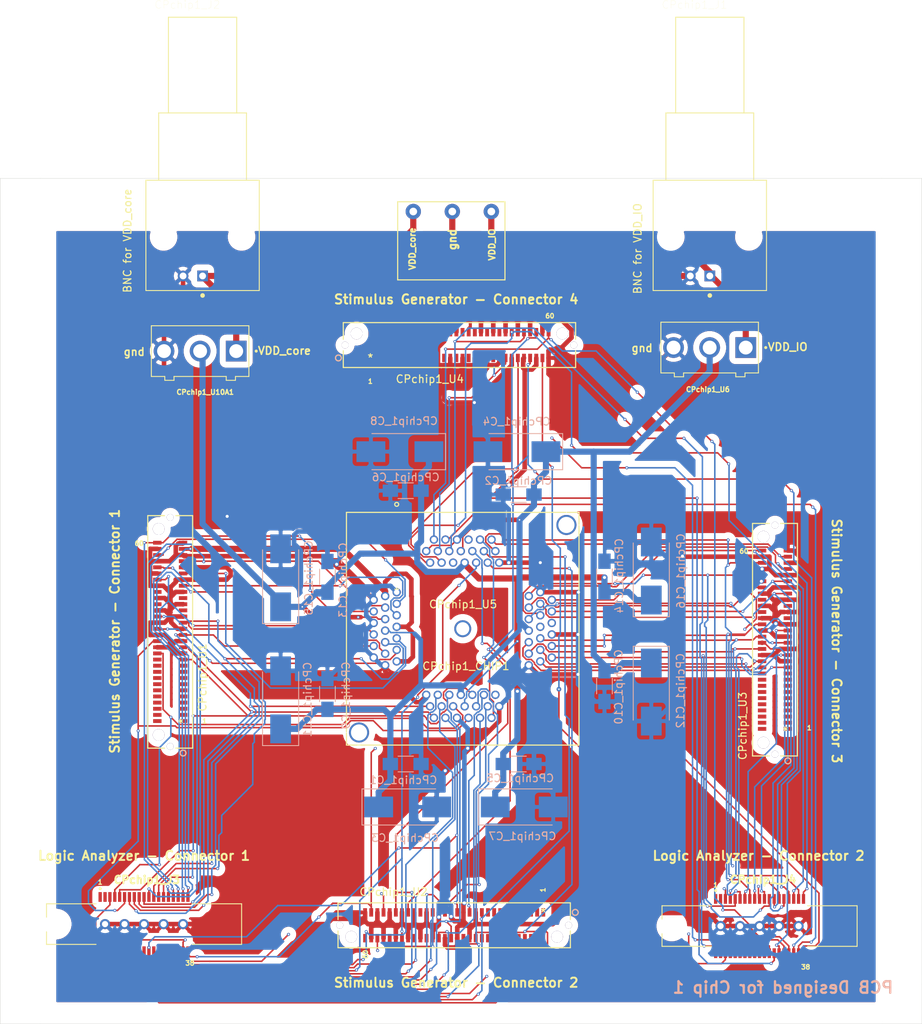
<source format=kicad_pcb>
(kicad_pcb (version 20171130) (host pcbnew "(5.1.6)-1")
  (layers (0 F.Cu signal) (1 In1.Cu signal) (2 In2.Cu signal) (31 B.Cu signal) (34 B.Paste user) (35 F.Paste user) (36 B.SilkS user) (37 F.SilkS user) (38 B.Mask user) (39 F.Mask user) (44 Edge.Cuts user))
  (net 0 "")
  (net 1 VDD_IO)
  (net 2 VSSQ)
  (net 3 VDD_core)
  (net 4 I_SI)
  (net 5 O_SO)
  (net 6 I_scanEn)
  (net 7 I_SCLK)
  (net 8 I_SEL1)
  (net 9 I_SEL0)
  (net 10 I_enable)
  (net 11 I_testmode)
  (net 12 I_FCLK)
  (net 13 I_SEL4)
  (net 14 I_SEL3)
  (net 15 I_SEL2)
  (net 16 I_DIN)
  (net 17 O_DOUT)
  (net 18 VDDQ)
  (net 19 I_PGM)
  (net 20 O_outData0)
  (net 21 I_reset)
  (net 22 I_clk)
  (net 23 I_inData0)
  (net 24 O_outData1)
  (net 25 I_inData3)
  (net 26 I_inData2)
  (net 27 I_inData1)
  (net 28 O_outData5)
  (net 29 O_outData4)
  (net 30 O_outData3)
  (net 31 O_outData2)
  (net 32 O_outData7)
  (net 33 O_outData6)
  (net 34 B_inData_bi1)
  (net 35 B_inData_bi0)
  (net 36 B_outData_bi4)
  (net 37 B_outData_bi5)
  (net 38 B_outData_bi2)
  (net 39 B_outData_bi3)
  (net 40 B_inData_bi10)
  (net 41 B_inData_bi11)
  (net 42 B_outData_bi0)
  (net 43 B_outData_bi1)
  (net 44 B_inData_bi6)
  (net 45 B_inData_bi7)
  (net 46 B_inData_bi8)
  (net 47 B_inData_bi9)
  (net 48 B_inData_bi4)
  (net 49 B_inData_bi3)
  (net 50 B_inData_bi2)
  (net 51 B_inData_bi5)
  (net 52 I_address1)
  (net 53 B_outData_bi6)
  (net 54 B_outData_bi7)
  (net 55 I_address0)
  (net 56 I_address5)
  (net 57 I_address4)
  (net 58 I_address3)
  (net 59 I_address2)
  (net 60 "Net-(CPchip1_J1-Pad1)")
  (net 61 "Net-(CPchip1_J2-Pad1)")
  (net 62 "Net-(CPchip1_J3-Pad4)")
  (net 63 "Net-(CPchip1_J3-Pad3)")
  (net 64 "Net-(CPchip1_J3-Pad2)")
  (net 65 "Net-(CPchip1_J3-Pad1)")
  (net 66 "Net-(CPchip1_J4-Pad22)")
  (net 67 "Net-(CPchip1_J4-Pad20)")
  (net 68 "Net-(CPchip1_J4-Pad18)")
  (net 69 "Net-(CPchip1_J4-Pad16)")
  (net 70 "Net-(CPchip1_J4-Pad14)")
  (net 71 "Net-(CPchip1_J4-Pad12)")
  (net 72 "Net-(CPchip1_J4-Pad10)")
  (net 73 "Net-(CPchip1_J4-Pad8)")
  (net 74 "Net-(CPchip1_J4-Pad4)")
  (net 75 "Net-(CPchip1_J4-Pad3)")
  (net 76 "Net-(CPchip1_J4-Pad2)")
  (net 77 "Net-(CPchip1_J4-Pad1)")
  (net 78 "Net-(CPchip1_U1-Pad44)")
  (net 79 "Net-(CPchip1_U1-Pad41)")
  (net 80 "Net-(CPchip1_U1-Pad40)")
  (net 81 "Net-(CPchip1_U1-Pad37)")
  (net 82 "Net-(CPchip1_U1-Pad22)")
  (net 83 "Net-(CPchip1_U1-Pad20)")
  (net 84 "Net-(CPchip1_U1-Pad19)")
  (net 85 "Net-(CPchip1_U1-Pad18)")
  (net 86 "Net-(CPchip1_U1-Pad17)")
  (net 87 "Net-(CPchip1_U1-Pad16)")
  (net 88 "Net-(CPchip1_U1-Pad15)")
  (net 89 "Net-(CPchip1_U1-Pad14)")
  (net 90 "Net-(CPchip1_U1-Pad13)")
  (net 91 "Net-(CPchip1_U1-Pad12)")
  (net 92 "Net-(CPchip1_U1-Pad11)")
  (net 93 "Net-(CPchip1_U1-Pad10)")
  (net 94 "Net-(CPchip1_U1-Pad9)")
  (net 95 "Net-(CPchip1_U1-Pad8)")
  (net 96 "Net-(CPchip1_U1-Pad7)")
  (net 97 "Net-(CPchip1_U1-Pad6)")
  (net 98 "Net-(CPchip1_U1-Pad5)")
  (net 99 "Net-(CPchip1_U1-Pad4)")
  (net 100 "Net-(CPchip1_U1-Pad3)")
  (net 101 "Net-(CPchip1_U1-Pad2)")
  (net 102 "Net-(CPchip1_U1-Pad1)")
  (net 103 "Net-(CPchip1_U2-Pad1)")
  (net 104 "Net-(CPchip1_U2-Pad2)")
  (net 105 "Net-(CPchip1_U2-Pad3)")
  (net 106 "Net-(CPchip1_U2-Pad4)")
  (net 107 "Net-(CPchip1_U2-Pad5)")
  (net 108 "Net-(CPchip1_U2-Pad6)")
  (net 109 "Net-(CPchip1_U2-Pad7)")
  (net 110 "Net-(CPchip1_U2-Pad8)")
  (net 111 "Net-(CPchip1_U2-Pad9)")
  (net 112 "Net-(CPchip1_U2-Pad10)")
  (net 113 "Net-(CPchip1_U2-Pad11)")
  (net 114 "Net-(CPchip1_U2-Pad12)")
  (net 115 "Net-(CPchip1_U2-Pad13)")
  (net 116 "Net-(CPchip1_U2-Pad14)")
  (net 117 "Net-(CPchip1_U2-Pad15)")
  (net 118 "Net-(CPchip1_U2-Pad16)")
  (net 119 "Net-(CPchip1_U2-Pad17)")
  (net 120 "Net-(CPchip1_U2-Pad18)")
  (net 121 "Net-(CPchip1_U2-Pad19)")
  (net 122 "Net-(CPchip1_U2-Pad20)")
  (net 123 "Net-(CPchip1_U2-Pad22)")
  (net 124 "Net-(CPchip1_U2-Pad37)")
  (net 125 "Net-(CPchip1_U2-Pad40)")
  (net 126 "Net-(CPchip1_U2-Pad41)")
  (net 127 "Net-(CPchip1_U2-Pad44)")
  (net 128 "Net-(CPchip1_U3-Pad44)")
  (net 129 "Net-(CPchip1_U3-Pad41)")
  (net 130 "Net-(CPchip1_U3-Pad40)")
  (net 131 "Net-(CPchip1_U3-Pad37)")
  (net 132 "Net-(CPchip1_U3-Pad22)")
  (net 133 "Net-(CPchip1_U3-Pad20)")
  (net 134 "Net-(CPchip1_U3-Pad19)")
  (net 135 "Net-(CPchip1_U3-Pad18)")
  (net 136 "Net-(CPchip1_U3-Pad17)")
  (net 137 "Net-(CPchip1_U3-Pad16)")
  (net 138 "Net-(CPchip1_U3-Pad15)")
  (net 139 "Net-(CPchip1_U3-Pad14)")
  (net 140 "Net-(CPchip1_U3-Pad13)")
  (net 141 "Net-(CPchip1_U3-Pad12)")
  (net 142 "Net-(CPchip1_U3-Pad11)")
  (net 143 "Net-(CPchip1_U3-Pad10)")
  (net 144 "Net-(CPchip1_U3-Pad9)")
  (net 145 "Net-(CPchip1_U3-Pad8)")
  (net 146 "Net-(CPchip1_U3-Pad7)")
  (net 147 "Net-(CPchip1_U3-Pad6)")
  (net 148 "Net-(CPchip1_U3-Pad5)")
  (net 149 "Net-(CPchip1_U3-Pad4)")
  (net 150 "Net-(CPchip1_U3-Pad3)")
  (net 151 "Net-(CPchip1_U3-Pad2)")
  (net 152 "Net-(CPchip1_U3-Pad1)")
  (net 153 "Net-(CPchip1_U4-Pad44)")
  (net 154 "Net-(CPchip1_U4-Pad41)")
  (net 155 "Net-(CPchip1_U4-Pad40)")
  (net 156 "Net-(CPchip1_U4-Pad37)")
  (net 157 "Net-(CPchip1_U4-Pad36)")
  (net 158 "Net-(CPchip1_U4-Pad33)")
  (net 159 "Net-(CPchip1_U4-Pad32)")
  (net 160 "Net-(CPchip1_U4-Pad29)")
  (net 161 "Net-(CPchip1_U4-Pad28)")
  (net 162 "Net-(CPchip1_U4-Pad25)")
  (net 163 "Net-(CPchip1_U4-Pad24)")
  (net 164 "Net-(CPchip1_U4-Pad22)")
  (net 165 "Net-(CPchip1_U4-Pad21)")
  (net 166 "Net-(CPchip1_U4-Pad20)")
  (net 167 "Net-(CPchip1_U4-Pad19)")
  (net 168 "Net-(CPchip1_U4-Pad18)")
  (net 169 "Net-(CPchip1_U4-Pad17)")
  (net 170 "Net-(CPchip1_U4-Pad16)")
  (net 171 "Net-(CPchip1_U4-Pad15)")
  (net 172 "Net-(CPchip1_U4-Pad14)")
  (net 173 "Net-(CPchip1_U4-Pad13)")
  (net 174 "Net-(CPchip1_U4-Pad12)")
  (net 175 "Net-(CPchip1_U4-Pad11)")
  (net 176 "Net-(CPchip1_U4-Pad10)")
  (net 177 "Net-(CPchip1_U4-Pad9)")
  (net 178 "Net-(CPchip1_U4-Pad8)")
  (net 179 "Net-(CPchip1_U4-Pad7)")
  (net 180 "Net-(CPchip1_U4-Pad6)")
  (net 181 "Net-(CPchip1_U4-Pad5)")
  (net 182 "Net-(CPchip1_U4-Pad4)")
  (net 183 "Net-(CPchip1_U4-Pad3)")
  (net 184 "Net-(CPchip1_U4-Pad2)")
  (net 185 "Net-(CPchip1_U4-Pad1)")
  (module Y1247AstimulusGenerator:ERF8-030-05.0-L-DV-L-TR (layer F.Cu) (at 45.72 110.744 270)
    (fp_text reference CPchip1_U1 (at -5.669 -2.53 90) (layer F.SilkS))
    (fp_text value Y1247AstimulusGenerator hide)
    (fp_text user * (at 0 0 90) (layer F.SilkS))
    (pad 64 thru_hole circle (at 3.29565 1.6764) (size 0.889 0.889) (drill 0.889) (layers *.Cu *.Mask))
    (pad 63 thru_hole circle (at -26.49855 1.6764) (size 0.889 0.889) (drill 0.889) (layers *.Cu *.Mask))
    (pad 62 thru_hole circle (at 1.79705 3.175) (size 1.524 1.524) (drill 1.524) (layers *.Cu *.Mask))
    (pad 61 thru_hole circle (at -24.99995 3.175) (size 1.524 1.524) (drill 1.524) (layers *.Cu *.Mask))
    (pad 60 smd rect (at -23.2029 3.3528 270) (size 0.50038 1.0922) (layers F.Cu F.Paste F.Mask) (net 19 I_PGM))
    (pad 59 smd rect (at -23.2029 0 270) (size 0.50038 1.0922) (layers F.Cu F.Paste F.Mask) (net 2 VSSQ))
    (pad 58 smd rect (at -22.4028 3.3528 270) (size 0.50038 1.0922) (layers F.Cu F.Paste F.Mask) (net 2 VSSQ))
    (pad 57 smd rect (at -22.4028 0 270) (size 0.50038 1.0922) (layers F.Cu F.Paste F.Mask) (net 18 VDDQ))
    (pad 56 smd rect (at -21.6027 3.3528 270) (size 0.50038 1.0922) (layers F.Cu F.Paste F.Mask) (net 17 O_DOUT))
    (pad 55 smd rect (at -21.6027 0 270) (size 0.50038 1.0922) (layers F.Cu F.Paste F.Mask) (net 2 VSSQ))
    (pad 54 smd rect (at -20.8026 3.3528 270) (size 0.50038 1.0922) (layers F.Cu F.Paste F.Mask) (net 2 VSSQ))
    (pad 53 smd rect (at -20.8026 0 270) (size 0.50038 1.0922) (layers F.Cu F.Paste F.Mask) (net 16 I_DIN))
    (pad 52 smd rect (at -20.0025 3.3528 270) (size 0.50038 1.0922) (layers F.Cu F.Paste F.Mask) (net 15 I_SEL2))
    (pad 51 smd rect (at -20.0025 0 270) (size 0.50038 1.0922) (layers F.Cu F.Paste F.Mask) (net 2 VSSQ))
    (pad 50 smd rect (at -19.2024 3.3528 270) (size 0.50038 1.0922) (layers F.Cu F.Paste F.Mask) (net 2 VSSQ))
    (pad 49 smd rect (at -19.2024 0 270) (size 0.50038 1.0922) (layers F.Cu F.Paste F.Mask) (net 14 I_SEL3))
    (pad 48 smd rect (at -18.4023 3.3528 270) (size 0.50038 1.0922) (layers F.Cu F.Paste F.Mask) (net 13 I_SEL4))
    (pad 47 smd rect (at -18.4023 0 270) (size 0.50038 1.0922) (layers F.Cu F.Paste F.Mask) (net 2 VSSQ))
    (pad 46 smd rect (at -17.6022 3.3528 270) (size 0.50038 1.0922) (layers F.Cu F.Paste F.Mask) (net 2 VSSQ))
    (pad 45 smd rect (at -17.6022 0 270) (size 0.50038 1.0922) (layers F.Cu F.Paste F.Mask) (net 12 I_FCLK))
    (pad 44 smd rect (at -16.8021 3.3528 270) (size 0.50038 1.0922) (layers F.Cu F.Paste F.Mask) (net 78 "Net-(CPchip1_U1-Pad44)"))
    (pad 43 smd rect (at -16.8021 0 270) (size 0.50038 1.0922) (layers F.Cu F.Paste F.Mask) (net 2 VSSQ))
    (pad 42 smd rect (at -16.002 3.3528 270) (size 0.50038 1.0922) (layers F.Cu F.Paste F.Mask) (net 2 VSSQ))
    (pad 41 smd rect (at -16.002 0 270) (size 0.50038 1.0922) (layers F.Cu F.Paste F.Mask) (net 79 "Net-(CPchip1_U1-Pad41)"))
    (pad 40 smd rect (at -15.2019 3.3528 270) (size 0.50038 1.0922) (layers F.Cu F.Paste F.Mask) (net 80 "Net-(CPchip1_U1-Pad40)"))
    (pad 39 smd rect (at -15.2019 0 270) (size 0.50038 1.0922) (layers F.Cu F.Paste F.Mask) (net 2 VSSQ))
    (pad 38 smd rect (at -14.4018 3.3528 270) (size 0.50038 1.0922) (layers F.Cu F.Paste F.Mask) (net 2 VSSQ))
    (pad 37 smd rect (at -14.4018 0 270) (size 0.50038 1.0922) (layers F.Cu F.Paste F.Mask) (net 81 "Net-(CPchip1_U1-Pad37)"))
    (pad 36 smd rect (at -13.6017 3.3528 270) (size 0.50038 1.0922) (layers F.Cu F.Paste F.Mask) (net 11 I_testmode))
    (pad 35 smd rect (at -13.6017 0 270) (size 0.50038 1.0922) (layers F.Cu F.Paste F.Mask) (net 2 VSSQ))
    (pad 34 smd rect (at -12.8016 3.3528 270) (size 0.50038 1.0922) (layers F.Cu F.Paste F.Mask) (net 2 VSSQ))
    (pad 33 smd rect (at -12.8016 0 270) (size 0.50038 1.0922) (layers F.Cu F.Paste F.Mask) (net 10 I_enable))
    (pad 32 smd rect (at -12.0015 3.3528 270) (size 0.50038 1.0922) (layers F.Cu F.Paste F.Mask) (net 9 I_SEL0))
    (pad 31 smd rect (at -12.0015 0 270) (size 0.50038 1.0922) (layers F.Cu F.Paste F.Mask) (net 2 VSSQ))
    (pad 30 smd rect (at -11.2014 3.3528 270) (size 0.50038 1.0922) (layers F.Cu F.Paste F.Mask) (net 2 VSSQ))
    (pad 29 smd rect (at -11.2014 0 270) (size 0.50038 1.0922) (layers F.Cu F.Paste F.Mask) (net 8 I_SEL1))
    (pad 28 smd rect (at -10.4013 3.3528 270) (size 0.50038 1.0922) (layers F.Cu F.Paste F.Mask) (net 7 I_SCLK))
    (pad 27 smd rect (at -10.4013 0 270) (size 0.50038 1.0922) (layers F.Cu F.Paste F.Mask) (net 2 VSSQ))
    (pad 26 smd rect (at -9.6012 3.3528 270) (size 0.50038 1.0922) (layers F.Cu F.Paste F.Mask) (net 2 VSSQ))
    (pad 25 smd rect (at -9.6012 0 270) (size 0.50038 1.0922) (layers F.Cu F.Paste F.Mask) (net 6 I_scanEn))
    (pad 24 smd rect (at -8.8011 3.3528 270) (size 0.50038 1.0922) (layers F.Cu F.Paste F.Mask) (net 5 O_SO))
    (pad 23 smd rect (at -8.8011 0 270) (size 0.50038 1.0922) (layers F.Cu F.Paste F.Mask) (net 2 VSSQ))
    (pad 22 smd rect (at -8.001 3.3528 270) (size 0.50038 1.0922) (layers F.Cu F.Paste F.Mask) (net 82 "Net-(CPchip1_U1-Pad22)"))
    (pad 21 smd rect (at -8.001 0 270) (size 0.50038 1.0922) (layers F.Cu F.Paste F.Mask) (net 4 I_SI))
    (pad 20 smd rect (at -7.2009 3.3528 270) (size 0.50038 1.0922) (layers F.Cu F.Paste F.Mask) (net 83 "Net-(CPchip1_U1-Pad20)"))
    (pad 19 smd rect (at -7.2009 0 270) (size 0.50038 1.0922) (layers F.Cu F.Paste F.Mask) (net 84 "Net-(CPchip1_U1-Pad19)"))
    (pad 18 smd rect (at -6.4008 3.3528 270) (size 0.50038 1.0922) (layers F.Cu F.Paste F.Mask) (net 85 "Net-(CPchip1_U1-Pad18)"))
    (pad 17 smd rect (at -6.4008 0 270) (size 0.50038 1.0922) (layers F.Cu F.Paste F.Mask) (net 86 "Net-(CPchip1_U1-Pad17)"))
    (pad 16 smd rect (at -5.6007 3.3528 270) (size 0.50038 1.0922) (layers F.Cu F.Paste F.Mask) (net 87 "Net-(CPchip1_U1-Pad16)"))
    (pad 15 smd rect (at -5.6007 0 270) (size 0.50038 1.0922) (layers F.Cu F.Paste F.Mask) (net 88 "Net-(CPchip1_U1-Pad15)"))
    (pad 14 smd rect (at -4.8006 3.3528 270) (size 0.50038 1.0922) (layers F.Cu F.Paste F.Mask) (net 89 "Net-(CPchip1_U1-Pad14)"))
    (pad 13 smd rect (at -4.8006 0 270) (size 0.50038 1.0922) (layers F.Cu F.Paste F.Mask) (net 90 "Net-(CPchip1_U1-Pad13)"))
    (pad 12 smd rect (at -4.0005 3.3528 270) (size 0.50038 1.0922) (layers F.Cu F.Paste F.Mask) (net 91 "Net-(CPchip1_U1-Pad12)"))
    (pad 11 smd rect (at -4.0005 0 270) (size 0.50038 1.0922) (layers F.Cu F.Paste F.Mask) (net 92 "Net-(CPchip1_U1-Pad11)"))
    (pad 10 smd rect (at -3.2004 3.3528 270) (size 0.50038 1.0922) (layers F.Cu F.Paste F.Mask) (net 93 "Net-(CPchip1_U1-Pad10)"))
    (pad 9 smd rect (at -3.2004 0 270) (size 0.50038 1.0922) (layers F.Cu F.Paste F.Mask) (net 94 "Net-(CPchip1_U1-Pad9)"))
    (pad 8 smd rect (at -2.4003 3.3528 270) (size 0.50038 1.0922) (layers F.Cu F.Paste F.Mask) (net 95 "Net-(CPchip1_U1-Pad8)"))
    (pad 7 smd rect (at -2.4003 0 270) (size 0.50038 1.0922) (layers F.Cu F.Paste F.Mask) (net 96 "Net-(CPchip1_U1-Pad7)"))
    (pad 6 smd rect (at -1.6002 3.3528 270) (size 0.50038 1.0922) (layers F.Cu F.Paste F.Mask) (net 97 "Net-(CPchip1_U1-Pad6)"))
    (pad 5 smd rect (at -1.6002 0 270) (size 0.50038 1.0922) (layers F.Cu F.Paste F.Mask) (net 98 "Net-(CPchip1_U1-Pad5)"))
    (pad 4 smd rect (at -0.8001 3.3528 270) (size 0.50038 1.0922) (layers F.Cu F.Paste F.Mask) (net 99 "Net-(CPchip1_U1-Pad4)"))
    (pad 3 smd rect (at -0.8001 0 270) (size 0.50038 1.0922) (layers F.Cu F.Paste F.Mask) (net 100 "Net-(CPchip1_U1-Pad3)"))
    (pad 2 smd rect (at 0 3.3528 270) (size 0.50038 1.0922) (layers F.Cu F.Paste F.Mask) (net 101 "Net-(CPchip1_U1-Pad2)"))
    (pad 1 smd rect (at 0 0 270) (size 0.50038 1.0922) (layers F.Cu F.Paste F.Mask) (net 102 "Net-(CPchip1_U1-Pad1)"))
  )
  (module Y1247AstimulusGenerator:ERF8-030-05.0-L-DV-L-TR (layer F.Cu) (at 92.6211 135.636)
    (fp_text reference CPchip1_U2 (at -19.4961 -2.661) (layer F.SilkS))
    (fp_text value Y1247AstimulusGenerator hide)
    (fp_text user * (at 0 0) (layer F.SilkS))
    (pad 1 smd rect (at 0 0) (size 0.50038 1.0922) (layers F.Cu F.Paste F.Mask) (net 103 "Net-(CPchip1_U2-Pad1)"))
    (pad 2 smd rect (at 0 3.3528) (size 0.50038 1.0922) (layers F.Cu F.Paste F.Mask) (net 104 "Net-(CPchip1_U2-Pad2)"))
    (pad 3 smd rect (at -0.8001 0) (size 0.50038 1.0922) (layers F.Cu F.Paste F.Mask) (net 105 "Net-(CPchip1_U2-Pad3)"))
    (pad 4 smd rect (at -0.8001 3.3528) (size 0.50038 1.0922) (layers F.Cu F.Paste F.Mask) (net 106 "Net-(CPchip1_U2-Pad4)"))
    (pad 5 smd rect (at -1.6002 0) (size 0.50038 1.0922) (layers F.Cu F.Paste F.Mask) (net 107 "Net-(CPchip1_U2-Pad5)"))
    (pad 6 smd rect (at -1.6002 3.3528) (size 0.50038 1.0922) (layers F.Cu F.Paste F.Mask) (net 108 "Net-(CPchip1_U2-Pad6)"))
    (pad 7 smd rect (at -2.4003 0) (size 0.50038 1.0922) (layers F.Cu F.Paste F.Mask) (net 109 "Net-(CPchip1_U2-Pad7)"))
    (pad 8 smd rect (at -2.4003 3.3528) (size 0.50038 1.0922) (layers F.Cu F.Paste F.Mask) (net 110 "Net-(CPchip1_U2-Pad8)"))
    (pad 9 smd rect (at -3.2004 0) (size 0.50038 1.0922) (layers F.Cu F.Paste F.Mask) (net 111 "Net-(CPchip1_U2-Pad9)"))
    (pad 10 smd rect (at -3.2004 3.3528) (size 0.50038 1.0922) (layers F.Cu F.Paste F.Mask) (net 112 "Net-(CPchip1_U2-Pad10)"))
    (pad 11 smd rect (at -4.0005 0) (size 0.50038 1.0922) (layers F.Cu F.Paste F.Mask) (net 113 "Net-(CPchip1_U2-Pad11)"))
    (pad 12 smd rect (at -4.0005 3.3528) (size 0.50038 1.0922) (layers F.Cu F.Paste F.Mask) (net 114 "Net-(CPchip1_U2-Pad12)"))
    (pad 13 smd rect (at -4.8006 0) (size 0.50038 1.0922) (layers F.Cu F.Paste F.Mask) (net 115 "Net-(CPchip1_U2-Pad13)"))
    (pad 14 smd rect (at -4.8006 3.3528) (size 0.50038 1.0922) (layers F.Cu F.Paste F.Mask) (net 116 "Net-(CPchip1_U2-Pad14)"))
    (pad 15 smd rect (at -5.6007 0) (size 0.50038 1.0922) (layers F.Cu F.Paste F.Mask) (net 117 "Net-(CPchip1_U2-Pad15)"))
    (pad 16 smd rect (at -5.6007 3.3528) (size 0.50038 1.0922) (layers F.Cu F.Paste F.Mask) (net 118 "Net-(CPchip1_U2-Pad16)"))
    (pad 17 smd rect (at -6.4008 0) (size 0.50038 1.0922) (layers F.Cu F.Paste F.Mask) (net 119 "Net-(CPchip1_U2-Pad17)"))
    (pad 18 smd rect (at -6.4008 3.3528) (size 0.50038 1.0922) (layers F.Cu F.Paste F.Mask) (net 120 "Net-(CPchip1_U2-Pad18)"))
    (pad 19 smd rect (at -7.2009 0) (size 0.50038 1.0922) (layers F.Cu F.Paste F.Mask) (net 121 "Net-(CPchip1_U2-Pad19)"))
    (pad 20 smd rect (at -7.2009 3.3528) (size 0.50038 1.0922) (layers F.Cu F.Paste F.Mask) (net 122 "Net-(CPchip1_U2-Pad20)"))
    (pad 21 smd rect (at -8.001 0) (size 0.50038 1.0922) (layers F.Cu F.Paste F.Mask) (net 35 B_inData_bi0))
    (pad 22 smd rect (at -8.001 3.3528) (size 0.50038 1.0922) (layers F.Cu F.Paste F.Mask) (net 123 "Net-(CPchip1_U2-Pad22)"))
    (pad 23 smd rect (at -8.8011 0) (size 0.50038 1.0922) (layers F.Cu F.Paste F.Mask) (net 2 VSSQ))
    (pad 24 smd rect (at -8.8011 3.3528) (size 0.50038 1.0922) (layers F.Cu F.Paste F.Mask) (net 34 B_inData_bi1))
    (pad 25 smd rect (at -9.6012 0) (size 0.50038 1.0922) (layers F.Cu F.Paste F.Mask) (net 33 O_outData6))
    (pad 26 smd rect (at -9.6012 3.3528) (size 0.50038 1.0922) (layers F.Cu F.Paste F.Mask) (net 2 VSSQ))
    (pad 27 smd rect (at -10.4013 0) (size 0.50038 1.0922) (layers F.Cu F.Paste F.Mask) (net 2 VSSQ))
    (pad 28 smd rect (at -10.4013 3.3528) (size 0.50038 1.0922) (layers F.Cu F.Paste F.Mask) (net 32 O_outData7))
    (pad 29 smd rect (at -11.2014 0) (size 0.50038 1.0922) (layers F.Cu F.Paste F.Mask) (net 31 O_outData2))
    (pad 30 smd rect (at -11.2014 3.3528) (size 0.50038 1.0922) (layers F.Cu F.Paste F.Mask) (net 2 VSSQ))
    (pad 31 smd rect (at -12.0015 0) (size 0.50038 1.0922) (layers F.Cu F.Paste F.Mask) (net 2 VSSQ))
    (pad 32 smd rect (at -12.0015 3.3528) (size 0.50038 1.0922) (layers F.Cu F.Paste F.Mask) (net 30 O_outData3))
    (pad 33 smd rect (at -12.8016 0) (size 0.50038 1.0922) (layers F.Cu F.Paste F.Mask) (net 29 O_outData4))
    (pad 34 smd rect (at -12.8016 3.3528) (size 0.50038 1.0922) (layers F.Cu F.Paste F.Mask) (net 2 VSSQ))
    (pad 35 smd rect (at -13.6017 0) (size 0.50038 1.0922) (layers F.Cu F.Paste F.Mask) (net 2 VSSQ))
    (pad 36 smd rect (at -13.6017 3.3528) (size 0.50038 1.0922) (layers F.Cu F.Paste F.Mask) (net 28 O_outData5))
    (pad 37 smd rect (at -14.4018 0) (size 0.50038 1.0922) (layers F.Cu F.Paste F.Mask) (net 124 "Net-(CPchip1_U2-Pad37)"))
    (pad 38 smd rect (at -14.4018 3.3528) (size 0.50038 1.0922) (layers F.Cu F.Paste F.Mask) (net 2 VSSQ))
    (pad 39 smd rect (at -15.2019 0) (size 0.50038 1.0922) (layers F.Cu F.Paste F.Mask) (net 2 VSSQ))
    (pad 40 smd rect (at -15.2019 3.3528) (size 0.50038 1.0922) (layers F.Cu F.Paste F.Mask) (net 125 "Net-(CPchip1_U2-Pad40)"))
    (pad 41 smd rect (at -16.002 0) (size 0.50038 1.0922) (layers F.Cu F.Paste F.Mask) (net 126 "Net-(CPchip1_U2-Pad41)"))
    (pad 42 smd rect (at -16.002 3.3528) (size 0.50038 1.0922) (layers F.Cu F.Paste F.Mask) (net 2 VSSQ))
    (pad 43 smd rect (at -16.8021 0) (size 0.50038 1.0922) (layers F.Cu F.Paste F.Mask) (net 2 VSSQ))
    (pad 44 smd rect (at -16.8021 3.3528) (size 0.50038 1.0922) (layers F.Cu F.Paste F.Mask) (net 127 "Net-(CPchip1_U2-Pad44)"))
    (pad 45 smd rect (at -17.6022 0) (size 0.50038 1.0922) (layers F.Cu F.Paste F.Mask) (net 27 I_inData1))
    (pad 46 smd rect (at -17.6022 3.3528) (size 0.50038 1.0922) (layers F.Cu F.Paste F.Mask) (net 2 VSSQ))
    (pad 47 smd rect (at -18.4023 0) (size 0.50038 1.0922) (layers F.Cu F.Paste F.Mask) (net 2 VSSQ))
    (pad 48 smd rect (at -18.4023 3.3528) (size 0.50038 1.0922) (layers F.Cu F.Paste F.Mask) (net 26 I_inData2))
    (pad 49 smd rect (at -19.2024 0) (size 0.50038 1.0922) (layers F.Cu F.Paste F.Mask) (net 25 I_inData3))
    (pad 50 smd rect (at -19.2024 3.3528) (size 0.50038 1.0922) (layers F.Cu F.Paste F.Mask) (net 2 VSSQ))
    (pad 51 smd rect (at -20.0025 0) (size 0.50038 1.0922) (layers F.Cu F.Paste F.Mask) (net 2 VSSQ))
    (pad 52 smd rect (at -20.0025 3.3528) (size 0.50038 1.0922) (layers F.Cu F.Paste F.Mask) (net 24 O_outData1))
    (pad 53 smd rect (at -20.8026 0) (size 0.50038 1.0922) (layers F.Cu F.Paste F.Mask) (net 23 I_inData0))
    (pad 54 smd rect (at -20.8026 3.3528) (size 0.50038 1.0922) (layers F.Cu F.Paste F.Mask) (net 2 VSSQ))
    (pad 55 smd rect (at -21.6027 0) (size 0.50038 1.0922) (layers F.Cu F.Paste F.Mask) (net 2 VSSQ))
    (pad 56 smd rect (at -21.6027 3.3528) (size 0.50038 1.0922) (layers F.Cu F.Paste F.Mask) (net 22 I_clk))
    (pad 57 smd rect (at -22.4028 0) (size 0.50038 1.0922) (layers F.Cu F.Paste F.Mask) (net 21 I_reset))
    (pad 58 smd rect (at -22.4028 3.3528) (size 0.50038 1.0922) (layers F.Cu F.Paste F.Mask) (net 2 VSSQ))
    (pad 59 smd rect (at -23.2029 0) (size 0.50038 1.0922) (layers F.Cu F.Paste F.Mask) (net 2 VSSQ))
    (pad 60 smd rect (at -23.2029 3.3528) (size 0.50038 1.0922) (layers F.Cu F.Paste F.Mask) (net 20 O_outData0))
    (pad 61 thru_hole circle (at -24.99995 3.175 90) (size 1.524 1.524) (drill 1.524) (layers *.Cu *.Mask))
    (pad 62 thru_hole circle (at 1.79705 3.175 90) (size 1.524 1.524) (drill 1.524) (layers *.Cu *.Mask))
    (pad 63 thru_hole circle (at -26.49855 1.6764 90) (size 0.889 0.889) (drill 0.889) (layers *.Cu *.Mask))
    (pad 64 thru_hole circle (at 3.29565 1.6764 90) (size 0.889 0.889) (drill 0.889) (layers *.Cu *.Mask))
  )
  (module Y1247AstimulusGenerator:ERF8-030-05.0-L-DV-L-TR (layer F.Cu) (at 70.104 63.5 180)
    (fp_text reference CPchip1_U4 (at -7.746 -2.75) (layer F.SilkS))
    (fp_text value Y1247AstimulusGenerator hide)
    (fp_text user * (at 0 0) (layer F.SilkS))
    (pad 64 thru_hole circle (at 3.29565 1.6764 270) (size 0.889 0.889) (drill 0.889) (layers *.Cu *.Mask))
    (pad 63 thru_hole circle (at -26.49855 1.6764 270) (size 0.889 0.889) (drill 0.889) (layers *.Cu *.Mask))
    (pad 62 thru_hole circle (at 1.79705 3.175 270) (size 1.524 1.524) (drill 1.524) (layers *.Cu *.Mask))
    (pad 61 thru_hole circle (at -24.99995 3.175 270) (size 1.524 1.524) (drill 1.524) (layers *.Cu *.Mask))
    (pad 60 smd rect (at -23.2029 3.3528 180) (size 0.50038 1.0922) (layers F.Cu F.Paste F.Mask) (net 52 I_address1))
    (pad 59 smd rect (at -23.2029 0 180) (size 0.50038 1.0922) (layers F.Cu F.Paste F.Mask) (net 2 VSSQ))
    (pad 58 smd rect (at -22.4028 3.3528 180) (size 0.50038 1.0922) (layers F.Cu F.Paste F.Mask) (net 2 VSSQ))
    (pad 57 smd rect (at -22.4028 0 180) (size 0.50038 1.0922) (layers F.Cu F.Paste F.Mask) (net 53 B_outData_bi6))
    (pad 56 smd rect (at -21.6027 3.3528 180) (size 0.50038 1.0922) (layers F.Cu F.Paste F.Mask) (net 54 B_outData_bi7))
    (pad 55 smd rect (at -21.6027 0 180) (size 0.50038 1.0922) (layers F.Cu F.Paste F.Mask) (net 2 VSSQ))
    (pad 54 smd rect (at -20.8026 3.3528 180) (size 0.50038 1.0922) (layers F.Cu F.Paste F.Mask) (net 2 VSSQ))
    (pad 53 smd rect (at -20.8026 0 180) (size 0.50038 1.0922) (layers F.Cu F.Paste F.Mask) (net 55 I_address0))
    (pad 52 smd rect (at -20.0025 3.3528 180) (size 0.50038 1.0922) (layers F.Cu F.Paste F.Mask) (net 56 I_address5))
    (pad 51 smd rect (at -20.0025 0 180) (size 0.50038 1.0922) (layers F.Cu F.Paste F.Mask) (net 2 VSSQ))
    (pad 50 smd rect (at -19.2024 3.3528 180) (size 0.50038 1.0922) (layers F.Cu F.Paste F.Mask) (net 2 VSSQ))
    (pad 49 smd rect (at -19.2024 0 180) (size 0.50038 1.0922) (layers F.Cu F.Paste F.Mask) (net 57 I_address4))
    (pad 48 smd rect (at -18.4023 3.3528 180) (size 0.50038 1.0922) (layers F.Cu F.Paste F.Mask) (net 58 I_address3))
    (pad 47 smd rect (at -18.4023 0 180) (size 0.50038 1.0922) (layers F.Cu F.Paste F.Mask) (net 2 VSSQ))
    (pad 46 smd rect (at -17.6022 3.3528 180) (size 0.50038 1.0922) (layers F.Cu F.Paste F.Mask) (net 2 VSSQ))
    (pad 45 smd rect (at -17.6022 0 180) (size 0.50038 1.0922) (layers F.Cu F.Paste F.Mask) (net 59 I_address2))
    (pad 44 smd rect (at -16.8021 3.3528 180) (size 0.50038 1.0922) (layers F.Cu F.Paste F.Mask) (net 153 "Net-(CPchip1_U4-Pad44)"))
    (pad 43 smd rect (at -16.8021 0 180) (size 0.50038 1.0922) (layers F.Cu F.Paste F.Mask) (net 2 VSSQ))
    (pad 42 smd rect (at -16.002 3.3528 180) (size 0.50038 1.0922) (layers F.Cu F.Paste F.Mask) (net 2 VSSQ))
    (pad 41 smd rect (at -16.002 0 180) (size 0.50038 1.0922) (layers F.Cu F.Paste F.Mask) (net 154 "Net-(CPchip1_U4-Pad41)"))
    (pad 40 smd rect (at -15.2019 3.3528 180) (size 0.50038 1.0922) (layers F.Cu F.Paste F.Mask) (net 155 "Net-(CPchip1_U4-Pad40)"))
    (pad 39 smd rect (at -15.2019 0 180) (size 0.50038 1.0922) (layers F.Cu F.Paste F.Mask) (net 2 VSSQ))
    (pad 38 smd rect (at -14.4018 3.3528 180) (size 0.50038 1.0922) (layers F.Cu F.Paste F.Mask) (net 2 VSSQ))
    (pad 37 smd rect (at -14.4018 0 180) (size 0.50038 1.0922) (layers F.Cu F.Paste F.Mask) (net 156 "Net-(CPchip1_U4-Pad37)"))
    (pad 36 smd rect (at -13.6017 3.3528 180) (size 0.50038 1.0922) (layers F.Cu F.Paste F.Mask) (net 157 "Net-(CPchip1_U4-Pad36)"))
    (pad 35 smd rect (at -13.6017 0 180) (size 0.50038 1.0922) (layers F.Cu F.Paste F.Mask) (net 2 VSSQ))
    (pad 34 smd rect (at -12.8016 3.3528 180) (size 0.50038 1.0922) (layers F.Cu F.Paste F.Mask) (net 2 VSSQ))
    (pad 33 smd rect (at -12.8016 0 180) (size 0.50038 1.0922) (layers F.Cu F.Paste F.Mask) (net 158 "Net-(CPchip1_U4-Pad33)"))
    (pad 32 smd rect (at -12.0015 3.3528 180) (size 0.50038 1.0922) (layers F.Cu F.Paste F.Mask) (net 159 "Net-(CPchip1_U4-Pad32)"))
    (pad 31 smd rect (at -12.0015 0 180) (size 0.50038 1.0922) (layers F.Cu F.Paste F.Mask) (net 2 VSSQ))
    (pad 30 smd rect (at -11.2014 3.3528 180) (size 0.50038 1.0922) (layers F.Cu F.Paste F.Mask) (net 2 VSSQ))
    (pad 29 smd rect (at -11.2014 0 180) (size 0.50038 1.0922) (layers F.Cu F.Paste F.Mask) (net 160 "Net-(CPchip1_U4-Pad29)"))
    (pad 28 smd rect (at -10.4013 3.3528 180) (size 0.50038 1.0922) (layers F.Cu F.Paste F.Mask) (net 161 "Net-(CPchip1_U4-Pad28)"))
    (pad 27 smd rect (at -10.4013 0 180) (size 0.50038 1.0922) (layers F.Cu F.Paste F.Mask) (net 2 VSSQ))
    (pad 26 smd rect (at -9.6012 3.3528 180) (size 0.50038 1.0922) (layers F.Cu F.Paste F.Mask) (net 2 VSSQ))
    (pad 25 smd rect (at -9.6012 0 180) (size 0.50038 1.0922) (layers F.Cu F.Paste F.Mask) (net 162 "Net-(CPchip1_U4-Pad25)"))
    (pad 24 smd rect (at -8.8011 3.3528 180) (size 0.50038 1.0922) (layers F.Cu F.Paste F.Mask) (net 163 "Net-(CPchip1_U4-Pad24)"))
    (pad 23 smd rect (at -8.8011 0 180) (size 0.50038 1.0922) (layers F.Cu F.Paste F.Mask) (net 2 VSSQ))
    (pad 22 smd rect (at -8.001 3.3528 180) (size 0.50038 1.0922) (layers F.Cu F.Paste F.Mask) (net 164 "Net-(CPchip1_U4-Pad22)"))
    (pad 21 smd rect (at -8.001 0 180) (size 0.50038 1.0922) (layers F.Cu F.Paste F.Mask) (net 165 "Net-(CPchip1_U4-Pad21)"))
    (pad 20 smd rect (at -7.2009 3.3528 180) (size 0.50038 1.0922) (layers F.Cu F.Paste F.Mask) (net 166 "Net-(CPchip1_U4-Pad20)"))
    (pad 19 smd rect (at -7.2009 0 180) (size 0.50038 1.0922) (layers F.Cu F.Paste F.Mask) (net 167 "Net-(CPchip1_U4-Pad19)"))
    (pad 18 smd rect (at -6.4008 3.3528 180) (size 0.50038 1.0922) (layers F.Cu F.Paste F.Mask) (net 168 "Net-(CPchip1_U4-Pad18)"))
    (pad 17 smd rect (at -6.4008 0 180) (size 0.50038 1.0922) (layers F.Cu F.Paste F.Mask) (net 169 "Net-(CPchip1_U4-Pad17)"))
    (pad 16 smd rect (at -5.6007 3.3528 180) (size 0.50038 1.0922) (layers F.Cu F.Paste F.Mask) (net 170 "Net-(CPchip1_U4-Pad16)"))
    (pad 15 smd rect (at -5.6007 0 180) (size 0.50038 1.0922) (layers F.Cu F.Paste F.Mask) (net 171 "Net-(CPchip1_U4-Pad15)"))
    (pad 14 smd rect (at -4.8006 3.3528 180) (size 0.50038 1.0922) (layers F.Cu F.Paste F.Mask) (net 172 "Net-(CPchip1_U4-Pad14)"))
    (pad 13 smd rect (at -4.8006 0 180) (size 0.50038 1.0922) (layers F.Cu F.Paste F.Mask) (net 173 "Net-(CPchip1_U4-Pad13)"))
    (pad 12 smd rect (at -4.0005 3.3528 180) (size 0.50038 1.0922) (layers F.Cu F.Paste F.Mask) (net 174 "Net-(CPchip1_U4-Pad12)"))
    (pad 11 smd rect (at -4.0005 0 180) (size 0.50038 1.0922) (layers F.Cu F.Paste F.Mask) (net 175 "Net-(CPchip1_U4-Pad11)"))
    (pad 10 smd rect (at -3.2004 3.3528 180) (size 0.50038 1.0922) (layers F.Cu F.Paste F.Mask) (net 176 "Net-(CPchip1_U4-Pad10)"))
    (pad 9 smd rect (at -3.2004 0 180) (size 0.50038 1.0922) (layers F.Cu F.Paste F.Mask) (net 177 "Net-(CPchip1_U4-Pad9)"))
    (pad 8 smd rect (at -2.4003 3.3528 180) (size 0.50038 1.0922) (layers F.Cu F.Paste F.Mask) (net 178 "Net-(CPchip1_U4-Pad8)"))
    (pad 7 smd rect (at -2.4003 0 180) (size 0.50038 1.0922) (layers F.Cu F.Paste F.Mask) (net 179 "Net-(CPchip1_U4-Pad7)"))
    (pad 6 smd rect (at -1.6002 3.3528 180) (size 0.50038 1.0922) (layers F.Cu F.Paste F.Mask) (net 180 "Net-(CPchip1_U4-Pad6)"))
    (pad 5 smd rect (at -1.6002 0 180) (size 0.50038 1.0922) (layers F.Cu F.Paste F.Mask) (net 181 "Net-(CPchip1_U4-Pad5)"))
    (pad 4 smd rect (at -0.8001 3.3528 180) (size 0.50038 1.0922) (layers F.Cu F.Paste F.Mask) (net 182 "Net-(CPchip1_U4-Pad4)"))
    (pad 3 smd rect (at -0.8001 0 180) (size 0.50038 1.0922) (layers F.Cu F.Paste F.Mask) (net 183 "Net-(CPchip1_U4-Pad3)"))
    (pad 2 smd rect (at 0 3.3528 180) (size 0.50038 1.0922) (layers F.Cu F.Paste F.Mask) (net 184 "Net-(CPchip1_U4-Pad2)"))
    (pad 1 smd rect (at 0 0 180) (size 0.50038 1.0922) (layers F.Cu F.Paste F.Mask) (net 185 "Net-(CPchip1_U4-Pad1)"))
  )
  (module Capacitors_SMD:C_1206_HandSoldering (layer B.Cu) (at 74.708 116.332)
    (fp_text reference CPchip1_C1 (at -0.308 2.093) (layer B.SilkS) (effects (justify mirror)))
    (fp_text value 10uF)
    (pad 1 smd rect (at -2 0) (size 2 1.6) (layers B.Cu B.Paste B.Mask) (net 1 VDD_IO))
    (pad 2 smd rect (at 2 0) (size 2 1.6) (layers B.Cu B.Paste B.Mask) (net 2 VSSQ))
  )
  (module Capacitors_SMD:C_1206_HandSoldering (layer B.Cu) (at 89.408 81.28 180)
    (fp_text reference CPchip1_C2 (at 0.033 1.805) (layer B.SilkS) (effects (justify mirror)))
    (fp_text value 10uF)
    (pad 1 smd rect (at -2 0 180) (size 2 1.6) (layers B.Cu B.Paste B.Mask) (net 1 VDD_IO))
    (pad 2 smd rect (at 2 0 180) (size 2 1.6) (layers B.Cu B.Paste B.Mask) (net 2 VSSQ))
  )
  (module Capacitors_Tantalum_SMD:CP_Tantalum_Case-X_EIA-7343-43_Hand (layer B.Cu) (at 74.965 121.92)
    (fp_text reference CPchip1_C3 (at -0.34 4.03) (layer B.SilkS) (effects (justify mirror)))
    (fp_text value 100uF)
    (pad 2 smd rect (at 3.775 0) (size 3.75 2.7) (layers B.Cu B.Paste B.Mask) (net 2 VSSQ))
    (pad 1 smd rect (at -3.775 0) (size 3.75 2.7) (layers B.Cu B.Paste B.Mask) (net 1 VDD_IO))
  )
  (module Capacitors_Tantalum_SMD:CP_Tantalum_Case-X_EIA-7343-43_Hand (layer B.Cu) (at 89.189 75.692 180)
    (fp_text reference CPchip1_C4 (at 0.039 3.917) (layer B.SilkS) (effects (justify mirror)))
    (fp_text value 100uF)
    (pad 2 smd rect (at 3.775 0 180) (size 3.75 2.7) (layers B.Cu B.Paste B.Mask) (net 2 VSSQ))
    (pad 1 smd rect (at -3.775 0 180) (size 3.75 2.7) (layers B.Cu B.Paste B.Mask) (net 1 VDD_IO))
  )
  (module Capacitors_SMD:C_1206_HandSoldering (layer B.Cu) (at 89.408 116.332)
    (fp_text reference CPchip1_C5 (at 0.192 1.843) (layer B.SilkS) (effects (justify mirror)))
    (fp_text value 10uF)
    (pad 2 smd rect (at 2 0) (size 2 1.6) (layers B.Cu B.Paste B.Mask) (net 2 VSSQ))
    (pad 1 smd rect (at -2 0) (size 2 1.6) (layers B.Cu B.Paste B.Mask) (net 3 VDD_core))
  )
  (module Capacitors_SMD:C_1206_HandSoldering (layer B.Cu) (at 74.708 80.772 180)
    (fp_text reference CPchip1_C6 (at 0 1.75) (layer B.SilkS) (effects (justify mirror)))
    (fp_text value 10uF)
    (pad 2 smd rect (at 2 0 180) (size 2 1.6) (layers B.Cu B.Paste B.Mask) (net 2 VSSQ))
    (pad 1 smd rect (at -2 0 180) (size 2 1.6) (layers B.Cu B.Paste B.Mask) (net 3 VDD_core))
  )
  (module Capacitors_Tantalum_SMD:CP_Tantalum_Case-X_EIA-7343-43_Hand (layer B.Cu) (at 90.135 121.92)
    (fp_text reference CPchip1_C7 (at -0.235 3.805) (layer B.SilkS) (effects (justify mirror)))
    (fp_text value 100uF)
    (pad 1 smd rect (at -3.775 0) (size 3.75 2.7) (layers B.Cu B.Paste B.Mask) (net 3 VDD_core))
    (pad 2 smd rect (at 3.775 0) (size 3.75 2.7) (layers B.Cu B.Paste B.Mask) (net 2 VSSQ))
  )
  (module Capacitors_Tantalum_SMD:CP_Tantalum_Case-X_EIA-7343-43_Hand (layer B.Cu) (at 73.949 75.692 180)
    (fp_text reference CPchip1_C8 (at -0.526 3.992) (layer B.SilkS) (effects (justify mirror)))
    (fp_text value 100uF)
    (pad 1 smd rect (at -3.775 0 180) (size 3.75 2.7) (layers B.Cu B.Paste B.Mask) (net 3 VDD_core))
    (pad 2 smd rect (at 3.775 0 180) (size 3.75 2.7) (layers B.Cu B.Paste B.Mask) (net 2 VSSQ))
  )
  (module Capacitors_SMD:C_1206_HandSoldering (layer B.Cu) (at 64.516 107.22 90)
    (fp_text reference CPchip1_C9 (at -0.205 2.409 270) (layer B.SilkS) (effects (justify mirror)))
    (fp_text value 10uF)
    (pad 1 smd rect (at -2 0 90) (size 2 1.6) (layers B.Cu B.Paste B.Mask) (net 1 VDD_IO))
    (pad 2 smd rect (at 2 0 90) (size 2 1.6) (layers B.Cu B.Paste B.Mask) (net 2 VSSQ))
  )
  (module Capacitors_SMD:C_1206_HandSoldering (layer B.Cu) (at 100.584 106.204 270)
    (fp_text reference CPchip1_C10 (at 0.096 -1.841 270) (layer B.SilkS) (effects (justify mirror)))
    (fp_text value 10uF)
    (pad 2 smd rect (at 2 0 270) (size 2 1.6) (layers B.Cu B.Paste B.Mask) (net 2 VSSQ))
    (pad 1 smd rect (at -2 0 270) (size 2 1.6) (layers B.Cu B.Paste B.Mask) (net 1 VDD_IO))
  )
  (module Capacitors_Tantalum_SMD:CP_Tantalum_Case-X_EIA-7343-43_Hand (layer B.Cu) (at 58.42 107.985 90)
    (fp_text reference CPchip1_C11 (at 0.035 3.505 270) (layer B.SilkS) (effects (justify mirror)))
    (fp_text value 100uF)
    (pad 2 smd rect (at 3.775 0 90) (size 3.75 2.7) (layers B.Cu B.Paste B.Mask) (net 2 VSSQ))
    (pad 1 smd rect (at -3.775 0 90) (size 3.75 2.7) (layers B.Cu B.Paste B.Mask) (net 1 VDD_IO))
  )
  (module Capacitors_Tantalum_SMD:CP_Tantalum_Case-X_EIA-7343-43_Hand (layer B.Cu) (at 106.68 106.969 270)
    (fp_text reference CPchip1_C12 (at -0.169 -3.795 270) (layer B.SilkS) (effects (justify mirror)))
    (fp_text value 100uF)
    (pad 1 smd rect (at -3.775 0 270) (size 3.75 2.7) (layers B.Cu B.Paste B.Mask) (net 1 VDD_IO))
    (pad 2 smd rect (at 3.775 0 270) (size 3.75 2.7) (layers B.Cu B.Paste B.Mask) (net 2 VSSQ))
  )
  (module Capacitors_SMD:C_1206_HandSoldering (layer B.Cu) (at 64.516 91.98 90)
    (fp_text reference CPchip1_C13 (at -0.42 2.034 270) (layer B.SilkS) (effects (justify mirror)))
    (fp_text value 10uF)
    (pad 2 smd rect (at 2 0 90) (size 2 1.6) (layers B.Cu B.Paste B.Mask) (net 2 VSSQ))
    (pad 1 smd rect (at -2 0 90) (size 2 1.6) (layers B.Cu B.Paste B.Mask) (net 3 VDD_core))
  )
  (module Capacitors_SMD:C_1206_HandSoldering (layer B.Cu) (at 100.584 91.948 90)
    (fp_text reference CPchip1_C14 (at 0.098 1.916 270) (layer B.SilkS) (effects (justify mirror)))
    (fp_text value 10uF)
    (pad 2 smd rect (at 2 0 90) (size 2 1.6) (layers B.Cu B.Paste B.Mask) (net 2 VSSQ))
    (pad 1 smd rect (at -2 0 90) (size 2 1.6) (layers B.Cu B.Paste B.Mask) (net 3 VDD_core))
  )
  (module Capacitors_Tantalum_SMD:CP_Tantalum_Case-X_EIA-7343-43_Hand (layer B.Cu) (at 58.42 92.11 90)
    (fp_text reference CPchip1_C15 (at 0 3.655 270) (layer B.SilkS) (effects (justify mirror)))
    (fp_text value 100uF)
    (pad 1 smd rect (at -3.775 0 90) (size 3.75 2.7) (layers B.Cu B.Paste B.Mask) (net 3 VDD_core))
    (pad 2 smd rect (at 3.775 0 90) (size 3.75 2.7) (layers B.Cu B.Paste B.Mask) (net 2 VSSQ))
  )
  (module Capacitors_Tantalum_SMD:CP_Tantalum_Case-X_EIA-7343-43_Hand (layer B.Cu) (at 106.68 91.221 90)
    (fp_text reference CPchip1_C16 (at 0 3.85 270) (layer B.SilkS) (effects (justify mirror)))
    (fp_text value 100uF)
    (pad 2 smd rect (at 3.775 0 90) (size 3.75 2.7) (layers B.Cu B.Paste B.Mask) (net 2 VSSQ))
    (pad 1 smd rect (at -3.775 0 90) (size 3.75 2.7) (layers B.Cu B.Paste B.Mask) (net 3 VDD_core))
  )
  (module bnc_connector:TE_227161-1 (layer F.Cu) (at 114.3 52.832)
    (fp_text reference CPchip1_J1 (at -1.987005 -35.290745) (layer F.SilkS) (effects (font (size 1.001016 1.001016) (thickness 0.015))))
    (fp_text value BNC)
    (pad 2 thru_hole circle (at -2.54 0) (size 1.398 1.398) (drill 0.89) (layers *.Cu *.Mask) (net 2 VSSQ))
    (pad 1 thru_hole rect (at 0 0) (size 1.398 1.398) (drill 0.89) (layers *.Cu *.Mask) (net 60 "Net-(CPchip1_J1-Pad1)"))
    (pad None np_thru_hole circle (at 5.08 -5.08) (size 2.01 2.01) (drill 2.01) (layers *.Cu *.Mask))
    (pad None np_thru_hole circle (at -5.08 -5.08) (size 2.01 2.01) (drill 2.01) (layers *.Cu *.Mask))
  )
  (module bnc_connector:TE_227161-1 (layer F.Cu) (at 48.26 52.832)
    (fp_text reference CPchip1_J2 (at -1.987005 -35.290745) (layer F.SilkS) (effects (font (size 1.001016 1.001016) (thickness 0.015))))
    (fp_text value BNC)
    (pad None np_thru_hole circle (at -5.08 -5.08) (size 2.01 2.01) (drill 2.01) (layers *.Cu *.Mask))
    (pad None np_thru_hole circle (at 5.08 -5.08) (size 2.01 2.01) (drill 2.01) (layers *.Cu *.Mask))
    (pad 1 thru_hole rect (at 0 0) (size 1.398 1.398) (drill 0.89) (layers *.Cu *.Mask) (net 61 "Net-(CPchip1_J2-Pad1)"))
    (pad 2 thru_hole circle (at -2.54 0) (size 1.398 1.398) (drill 0.89) (layers *.Cu *.Mask) (net 2 VSSQ))
  )
  (module Y1247AstimulusGenerator:ERF8-030-05.0-L-DV-L-TR (layer F.Cu) (at 124.46 111.76 270)
    (fp_text reference CPchip1_U3 (at -0.385 5.885 90) (layer F.SilkS))
    (fp_text value Y1247AstimulusGenerator hide)
    (fp_text user * (at 0 0 90) (layer F.SilkS))
    (pad 64 thru_hole circle (at 3.29565 1.6764) (size 0.889 0.889) (drill 0.889) (layers *.Cu *.Mask))
    (pad 63 thru_hole circle (at -26.49855 1.6764) (size 0.889 0.889) (drill 0.889) (layers *.Cu *.Mask))
    (pad 62 thru_hole circle (at 1.79705 3.175) (size 1.524 1.524) (drill 1.524) (layers *.Cu *.Mask))
    (pad 61 thru_hole circle (at -24.99995 3.175) (size 1.524 1.524) (drill 1.524) (layers *.Cu *.Mask))
    (pad 60 smd rect (at -23.2029 3.3528 270) (size 0.50038 1.0922) (layers F.Cu F.Paste F.Mask) (net 51 B_inData_bi5))
    (pad 59 smd rect (at -23.2029 0 270) (size 0.50038 1.0922) (layers F.Cu F.Paste F.Mask) (net 2 VSSQ))
    (pad 58 smd rect (at -22.4028 3.3528 270) (size 0.50038 1.0922) (layers F.Cu F.Paste F.Mask) (net 2 VSSQ))
    (pad 57 smd rect (at -22.4028 0 270) (size 0.50038 1.0922) (layers F.Cu F.Paste F.Mask) (net 50 B_inData_bi2))
    (pad 56 smd rect (at -21.6027 3.3528 270) (size 0.50038 1.0922) (layers F.Cu F.Paste F.Mask) (net 49 B_inData_bi3))
    (pad 55 smd rect (at -21.6027 0 270) (size 0.50038 1.0922) (layers F.Cu F.Paste F.Mask) (net 2 VSSQ))
    (pad 54 smd rect (at -20.8026 3.3528 270) (size 0.50038 1.0922) (layers F.Cu F.Paste F.Mask) (net 2 VSSQ))
    (pad 53 smd rect (at -20.8026 0 270) (size 0.50038 1.0922) (layers F.Cu F.Paste F.Mask) (net 48 B_inData_bi4))
    (pad 52 smd rect (at -20.0025 3.3528 270) (size 0.50038 1.0922) (layers F.Cu F.Paste F.Mask) (net 47 B_inData_bi9))
    (pad 51 smd rect (at -20.0025 0 270) (size 0.50038 1.0922) (layers F.Cu F.Paste F.Mask) (net 2 VSSQ))
    (pad 50 smd rect (at -19.2024 3.3528 270) (size 0.50038 1.0922) (layers F.Cu F.Paste F.Mask) (net 2 VSSQ))
    (pad 49 smd rect (at -19.2024 0 270) (size 0.50038 1.0922) (layers F.Cu F.Paste F.Mask) (net 46 B_inData_bi8))
    (pad 48 smd rect (at -18.4023 3.3528 270) (size 0.50038 1.0922) (layers F.Cu F.Paste F.Mask) (net 45 B_inData_bi7))
    (pad 47 smd rect (at -18.4023 0 270) (size 0.50038 1.0922) (layers F.Cu F.Paste F.Mask) (net 2 VSSQ))
    (pad 46 smd rect (at -17.6022 3.3528 270) (size 0.50038 1.0922) (layers F.Cu F.Paste F.Mask) (net 2 VSSQ))
    (pad 45 smd rect (at -17.6022 0 270) (size 0.50038 1.0922) (layers F.Cu F.Paste F.Mask) (net 44 B_inData_bi6))
    (pad 44 smd rect (at -16.8021 3.3528 270) (size 0.50038 1.0922) (layers F.Cu F.Paste F.Mask) (net 128 "Net-(CPchip1_U3-Pad44)"))
    (pad 43 smd rect (at -16.8021 0 270) (size 0.50038 1.0922) (layers F.Cu F.Paste F.Mask) (net 2 VSSQ))
    (pad 42 smd rect (at -16.002 3.3528 270) (size 0.50038 1.0922) (layers F.Cu F.Paste F.Mask) (net 2 VSSQ))
    (pad 41 smd rect (at -16.002 0 270) (size 0.50038 1.0922) (layers F.Cu F.Paste F.Mask) (net 129 "Net-(CPchip1_U3-Pad41)"))
    (pad 40 smd rect (at -15.2019 3.3528 270) (size 0.50038 1.0922) (layers F.Cu F.Paste F.Mask) (net 130 "Net-(CPchip1_U3-Pad40)"))
    (pad 39 smd rect (at -15.2019 0 270) (size 0.50038 1.0922) (layers F.Cu F.Paste F.Mask) (net 2 VSSQ))
    (pad 38 smd rect (at -14.4018 3.3528 270) (size 0.50038 1.0922) (layers F.Cu F.Paste F.Mask) (net 2 VSSQ))
    (pad 37 smd rect (at -14.4018 0 270) (size 0.50038 1.0922) (layers F.Cu F.Paste F.Mask) (net 131 "Net-(CPchip1_U3-Pad37)"))
    (pad 36 smd rect (at -13.6017 3.3528 270) (size 0.50038 1.0922) (layers F.Cu F.Paste F.Mask) (net 43 B_outData_bi1))
    (pad 35 smd rect (at -13.6017 0 270) (size 0.50038 1.0922) (layers F.Cu F.Paste F.Mask) (net 2 VSSQ))
    (pad 34 smd rect (at -12.8016 3.3528 270) (size 0.50038 1.0922) (layers F.Cu F.Paste F.Mask) (net 2 VSSQ))
    (pad 33 smd rect (at -12.8016 0 270) (size 0.50038 1.0922) (layers F.Cu F.Paste F.Mask) (net 42 B_outData_bi0))
    (pad 32 smd rect (at -12.0015 3.3528 270) (size 0.50038 1.0922) (layers F.Cu F.Paste F.Mask) (net 41 B_inData_bi11))
    (pad 31 smd rect (at -12.0015 0 270) (size 0.50038 1.0922) (layers F.Cu F.Paste F.Mask) (net 2 VSSQ))
    (pad 30 smd rect (at -11.2014 3.3528 270) (size 0.50038 1.0922) (layers F.Cu F.Paste F.Mask) (net 2 VSSQ))
    (pad 29 smd rect (at -11.2014 0 270) (size 0.50038 1.0922) (layers F.Cu F.Paste F.Mask) (net 40 B_inData_bi10))
    (pad 28 smd rect (at -10.4013 3.3528 270) (size 0.50038 1.0922) (layers F.Cu F.Paste F.Mask) (net 39 B_outData_bi3))
    (pad 27 smd rect (at -10.4013 0 270) (size 0.50038 1.0922) (layers F.Cu F.Paste F.Mask) (net 2 VSSQ))
    (pad 26 smd rect (at -9.6012 3.3528 270) (size 0.50038 1.0922) (layers F.Cu F.Paste F.Mask) (net 2 VSSQ))
    (pad 25 smd rect (at -9.6012 0 270) (size 0.50038 1.0922) (layers F.Cu F.Paste F.Mask) (net 38 B_outData_bi2))
    (pad 24 smd rect (at -8.8011 3.3528 270) (size 0.50038 1.0922) (layers F.Cu F.Paste F.Mask) (net 37 B_outData_bi5))
    (pad 23 smd rect (at -8.8011 0 270) (size 0.50038 1.0922) (layers F.Cu F.Paste F.Mask) (net 2 VSSQ))
    (pad 22 smd rect (at -8.001 3.3528 270) (size 0.50038 1.0922) (layers F.Cu F.Paste F.Mask) (net 132 "Net-(CPchip1_U3-Pad22)"))
    (pad 21 smd rect (at -8.001 0 270) (size 0.50038 1.0922) (layers F.Cu F.Paste F.Mask) (net 36 B_outData_bi4))
    (pad 20 smd rect (at -7.2009 3.3528 270) (size 0.50038 1.0922) (layers F.Cu F.Paste F.Mask) (net 133 "Net-(CPchip1_U3-Pad20)"))
    (pad 19 smd rect (at -7.2009 0 270) (size 0.50038 1.0922) (layers F.Cu F.Paste F.Mask) (net 134 "Net-(CPchip1_U3-Pad19)"))
    (pad 18 smd rect (at -6.4008 3.3528 270) (size 0.50038 1.0922) (layers F.Cu F.Paste F.Mask) (net 135 "Net-(CPchip1_U3-Pad18)"))
    (pad 17 smd rect (at -6.4008 0 270) (size 0.50038 1.0922) (layers F.Cu F.Paste F.Mask) (net 136 "Net-(CPchip1_U3-Pad17)"))
    (pad 16 smd rect (at -5.6007 3.3528 270) (size 0.50038 1.0922) (layers F.Cu F.Paste F.Mask) (net 137 "Net-(CPchip1_U3-Pad16)"))
    (pad 15 smd rect (at -5.6007 0 270) (size 0.50038 1.0922) (layers F.Cu F.Paste F.Mask) (net 138 "Net-(CPchip1_U3-Pad15)"))
    (pad 14 smd rect (at -4.8006 3.3528 270) (size 0.50038 1.0922) (layers F.Cu F.Paste F.Mask) (net 139 "Net-(CPchip1_U3-Pad14)"))
    (pad 13 smd rect (at -4.8006 0 270) (size 0.50038 1.0922) (layers F.Cu F.Paste F.Mask) (net 140 "Net-(CPchip1_U3-Pad13)"))
    (pad 12 smd rect (at -4.0005 3.3528 270) (size 0.50038 1.0922) (layers F.Cu F.Paste F.Mask) (net 141 "Net-(CPchip1_U3-Pad12)"))
    (pad 11 smd rect (at -4.0005 0 270) (size 0.50038 1.0922) (layers F.Cu F.Paste F.Mask) (net 142 "Net-(CPchip1_U3-Pad11)"))
    (pad 10 smd rect (at -3.2004 3.3528 270) (size 0.50038 1.0922) (layers F.Cu F.Paste F.Mask) (net 143 "Net-(CPchip1_U3-Pad10)"))
    (pad 9 smd rect (at -3.2004 0 270) (size 0.50038 1.0922) (layers F.Cu F.Paste F.Mask) (net 144 "Net-(CPchip1_U3-Pad9)"))
    (pad 8 smd rect (at -2.4003 3.3528 270) (size 0.50038 1.0922) (layers F.Cu F.Paste F.Mask) (net 145 "Net-(CPchip1_U3-Pad8)"))
    (pad 7 smd rect (at -2.4003 0 270) (size 0.50038 1.0922) (layers F.Cu F.Paste F.Mask) (net 146 "Net-(CPchip1_U3-Pad7)"))
    (pad 6 smd rect (at -1.6002 3.3528 270) (size 0.50038 1.0922) (layers F.Cu F.Paste F.Mask) (net 147 "Net-(CPchip1_U3-Pad6)"))
    (pad 5 smd rect (at -1.6002 0 270) (size 0.50038 1.0922) (layers F.Cu F.Paste F.Mask) (net 148 "Net-(CPchip1_U3-Pad5)"))
    (pad 4 smd rect (at -0.8001 3.3528 270) (size 0.50038 1.0922) (layers F.Cu F.Paste F.Mask) (net 149 "Net-(CPchip1_U3-Pad4)"))
    (pad 3 smd rect (at -0.8001 0 270) (size 0.50038 1.0922) (layers F.Cu F.Paste F.Mask) (net 150 "Net-(CPchip1_U3-Pad3)"))
    (pad 2 smd rect (at 0 3.3528 270) (size 0.50038 1.0922) (layers F.Cu F.Paste F.Mask) (net 151 "Net-(CPchip1_U3-Pad2)"))
    (pad 1 smd rect (at 0 0 270) (size 0.50038 1.0922) (layers F.Cu F.Paste F.Mask) (net 152 "Net-(CPchip1_U3-Pad1)"))
  )
  (module chip1:280-5205-01 (layer F.Cu) (at 73.533 93.98)
    (fp_text reference CPchip1_U5 (at 8.642 1.57) (layer F.SilkS))
    (fp_text value CPchip1_CHIP1 (at 9.017 9.62) (layer F.SilkS))
    (fp_text user * (at 0 0) (layer F.SilkS))
    (pad 83 thru_hole circle (at 22.098 -8.750099) (size 2.6162 2.6162) (drill 2.1082) (layers *.Cu *.Mask))
    (pad 82 thru_hole circle (at -4.9022 18.250101) (size 2.6162 2.6162) (drill 2.1082) (layers *.Cu *.Mask))
    (pad 81 thru_hole circle (at 8.5979 4.750001) (size 2.2098 2.2098) (drill 1.7018) (layers *.Cu *.Mask))
    (pad 80 thru_hole circle (at 3.847899 -5.346499) (size 1.0922 1.0922) (drill 0.7112) (layers *.Cu *.Mask) (net 2 VSSQ))
    (pad 79 thru_hole circle (at 4.347901 -3.847899) (size 1.0922 1.0922) (drill 0.7112) (layers *.Cu *.Mask) (net 55 I_address0))
    (pad 78 thru_hole circle (at 4.8479 -6.845099) (size 1.0922 1.0922) (drill 0.7112) (layers *.Cu *.Mask) (net 52 I_address1))
    (pad 77 thru_hole circle (at 5.347899 -5.346499) (size 1.0922 1.0922) (drill 0.7112) (layers *.Cu *.Mask) (net 59 I_address2))
    (pad 76 thru_hole circle (at 5.8479 -3.847899) (size 1.0922 1.0922) (drill 0.7112) (layers *.Cu *.Mask) (net 58 I_address3))
    (pad 75 thru_hole circle (at 6.347899 -6.845099) (size 1.0922 1.0922) (drill 0.7112) (layers *.Cu *.Mask) (net 57 I_address4))
    (pad 74 thru_hole circle (at 6.847901 -5.346499) (size 1.0922 1.0922) (drill 0.7112) (layers *.Cu *.Mask) (net 56 I_address5))
    (pad 73 thru_hole circle (at 7.3479 -3.847899) (size 1.0922 1.0922) (drill 0.7112) (layers *.Cu *.Mask) (net 21 I_reset))
    (pad 72 thru_hole circle (at 7.847899 -6.845099) (size 1.0922 1.0922) (drill 0.7112) (layers *.Cu *.Mask) (net 2 VSSQ))
    (pad 71 thru_hole circle (at 8.3479 -5.346499) (size 1.0922 1.0922) (drill 0.7112) (layers *.Cu *.Mask) (net 1 VDD_IO))
    (pad 70 thru_hole circle (at 8.847899 -3.847899) (size 1.0922 1.0922) (drill 0.7112) (layers *.Cu *.Mask) (net 3 VDD_core))
    (pad 69 thru_hole circle (at 9.347901 -6.845099) (size 1.0922 1.0922) (drill 0.7112) (layers *.Cu *.Mask) (net 23 I_inData0))
    (pad 68 thru_hole circle (at 9.8479 -5.346499) (size 1.0922 1.0922) (drill 0.7112) (layers *.Cu *.Mask) (net 27 I_inData1))
    (pad 67 thru_hole circle (at 10.347899 -3.847899) (size 1.0922 1.0922) (drill 0.7112) (layers *.Cu *.Mask) (net 26 I_inData2))
    (pad 66 thru_hole circle (at 10.847901 -6.845099) (size 1.0922 1.0922) (drill 0.7112) (layers *.Cu *.Mask) (net 25 I_inData3))
    (pad 65 thru_hole circle (at 11.3479 -5.346499) (size 1.0922 1.0922) (drill 0.7112) (layers *.Cu *.Mask) (net 35 B_inData_bi0))
    (pad 64 thru_hole circle (at 11.847901 -3.847899) (size 1.0922 1.0922) (drill 0.7112) (layers *.Cu *.Mask) (net 34 B_inData_bi1))
    (pad 63 thru_hole circle (at 12.3479 -6.845099) (size 1.0922 1.0922) (drill 0.7112) (layers *.Cu *.Mask) (net 50 B_inData_bi2))
    (pad 62 thru_hole circle (at 12.847899 -5.346499) (size 1.0922 1.0922) (drill 0.7112) (layers *.Cu *.Mask) (net 49 B_inData_bi3))
    (pad 61 thru_hole circle (at 13.347901 -3.847899) (size 1.0922 1.0922) (drill 0.7112) (layers *.Cu *.Mask) (net 2 VSSQ))
    (pad 60 thru_hole circle (at 18.6944 0 90) (size 1.0922 1.0922) (drill 0.7112) (layers *.Cu *.Mask) (net 2 VSSQ))
    (pad 59 thru_hole circle (at 17.1958 0.500002 90) (size 1.0922 1.0922) (drill 0.7112) (layers *.Cu *.Mask) (net 48 B_inData_bi4))
    (pad 58 thru_hole circle (at 20.193 1.000001 90) (size 1.0922 1.0922) (drill 0.7112) (layers *.Cu *.Mask) (net 51 B_inData_bi5))
    (pad 57 thru_hole circle (at 18.6944 1.5 90) (size 1.0922 1.0922) (drill 0.7112) (layers *.Cu *.Mask) (net 44 B_inData_bi6))
    (pad 56 thru_hole circle (at 17.1958 2.000001 90) (size 1.0922 1.0922) (drill 0.7112) (layers *.Cu *.Mask) (net 45 B_inData_bi7))
    (pad 55 thru_hole circle (at 20.193 2.5 90) (size 1.0922 1.0922) (drill 0.7112) (layers *.Cu *.Mask) (net 46 B_inData_bi8))
    (pad 54 thru_hole circle (at 18.6944 3.000002 90) (size 1.0922 1.0922) (drill 0.7112) (layers *.Cu *.Mask) (net 47 B_inData_bi9))
    (pad 53 thru_hole circle (at 17.1958 3.500001 90) (size 1.0922 1.0922) (drill 0.7112) (layers *.Cu *.Mask) (net 40 B_inData_bi10))
    (pad 52 thru_hole circle (at 20.193 4 90) (size 1.0922 1.0922) (drill 0.7112) (layers *.Cu *.Mask) (net 22 I_clk))
    (pad 51 thru_hole circle (at 18.6944 4.500001 90) (size 1.0922 1.0922) (drill 0.7112) (layers *.Cu *.Mask) (net 3 VDD_core))
    (pad 50 thru_hole circle (at 17.1958 5 90) (size 1.0922 1.0922) (drill 0.7112) (layers *.Cu *.Mask) (net 1 VDD_IO))
    (pad 49 thru_hole circle (at 20.193 5.500002 90) (size 1.0922 1.0922) (drill 0.7112) (layers *.Cu *.Mask) (net 2 VSSQ))
    (pad 48 thru_hole circle (at 18.6944 6.000001 90) (size 1.0922 1.0922) (drill 0.7112) (layers *.Cu *.Mask) (net 41 B_inData_bi11))
    (pad 47 thru_hole circle (at 17.1958 6.5 90) (size 1.0922 1.0922) (drill 0.7112) (layers *.Cu *.Mask) (net 42 B_outData_bi0))
    (pad 46 thru_hole circle (at 20.193 7.000001 90) (size 1.0922 1.0922) (drill 0.7112) (layers *.Cu *.Mask) (net 43 B_outData_bi1))
    (pad 45 thru_hole circle (at 18.6944 7.5 90) (size 1.0922 1.0922) (drill 0.7112) (layers *.Cu *.Mask) (net 38 B_outData_bi2))
    (pad 44 thru_hole circle (at 17.1958 8.000002 90) (size 1.0922 1.0922) (drill 0.7112) (layers *.Cu *.Mask) (net 39 B_outData_bi3))
    (pad 43 thru_hole circle (at 20.193 8.500001 90) (size 1.0922 1.0922) (drill 0.7112) (layers *.Cu *.Mask) (net 36 B_outData_bi4))
    (pad 42 thru_hole circle (at 18.6944 9 90) (size 1.0922 1.0922) (drill 0.7112) (layers *.Cu *.Mask) (net 37 B_outData_bi5))
    (pad 41 thru_hole circle (at 17.1958 9.500001 90) (size 1.0922 1.0922) (drill 0.7112) (layers *.Cu *.Mask) (net 2 VSSQ))
    (pad 40 thru_hole circle (at 13.347901 14.846501) (size 1.0922 1.0922) (drill 0.7112) (layers *.Cu *.Mask) (net 2 VSSQ))
    (pad 39 thru_hole circle (at 12.847899 13.347901) (size 1.0922 1.0922) (drill 0.7112) (layers *.Cu *.Mask) (net 53 B_outData_bi6))
    (pad 38 thru_hole circle (at 12.3479 16.345101) (size 1.0922 1.0922) (drill 0.7112) (layers *.Cu *.Mask) (net 54 B_outData_bi7))
    (pad 37 thru_hole circle (at 11.847901 14.846501) (size 1.0922 1.0922) (drill 0.7112) (layers *.Cu *.Mask) (net 32 O_outData7))
    (pad 36 thru_hole circle (at 11.3479 13.347901) (size 1.0922 1.0922) (drill 0.7112) (layers *.Cu *.Mask) (net 33 O_outData6))
    (pad 35 thru_hole circle (at 10.847901 16.345101) (size 1.0922 1.0922) (drill 0.7112) (layers *.Cu *.Mask) (net 28 O_outData5))
    (pad 34 thru_hole circle (at 10.347899 14.846501) (size 1.0922 1.0922) (drill 0.7112) (layers *.Cu *.Mask) (net 29 O_outData4))
    (pad 33 thru_hole circle (at 9.8479 13.347901) (size 1.0922 1.0922) (drill 0.7112) (layers *.Cu *.Mask) (net 4 I_SI))
    (pad 32 thru_hole circle (at 9.347901 16.345101) (size 1.0922 1.0922) (drill 0.7112) (layers *.Cu *.Mask) (net 7 I_SCLK))
    (pad 31 thru_hole circle (at 8.8479 14.846501) (size 1.0922 1.0922) (drill 0.7112) (layers *.Cu *.Mask) (net 3 VDD_core))
    (pad 30 thru_hole circle (at 8.347901 13.347901) (size 1.0922 1.0922) (drill 0.7112) (layers *.Cu *.Mask) (net 1 VDD_IO))
    (pad 29 thru_hole circle (at 7.847899 16.345101) (size 1.0922 1.0922) (drill 0.7112) (layers *.Cu *.Mask) (net 2 VSSQ))
    (pad 28 thru_hole circle (at 7.3479 14.846501) (size 1.0922 1.0922) (drill 0.7112) (layers *.Cu *.Mask) (net 5 O_SO))
    (pad 27 thru_hole circle (at 6.847901 13.347901) (size 1.0922 1.0922) (drill 0.7112) (layers *.Cu *.Mask) (net 30 O_outData3))
    (pad 26 thru_hole circle (at 6.347899 16.345101) (size 1.0922 1.0922) (drill 0.7112) (layers *.Cu *.Mask) (net 31 O_outData2))
    (pad 25 thru_hole circle (at 5.8479 14.846501) (size 1.0922 1.0922) (drill 0.7112) (layers *.Cu *.Mask) (net 24 O_outData1))
    (pad 24 thru_hole circle (at 5.347899 13.347901) (size 1.0922 1.0922) (drill 0.7112) (layers *.Cu *.Mask) (net 20 O_outData0))
    (pad 23 thru_hole circle (at 4.8479 16.345101) (size 1.0922 1.0922) (drill 0.7112) (layers *.Cu *.Mask) (net 6 I_scanEn))
    (pad 22 thru_hole circle (at 4.347901 14.846501) (size 1.0922 1.0922) (drill 0.7112) (layers *.Cu *.Mask) (net 11 I_testmode))
    (pad 21 thru_hole circle (at 3.847899 13.347901) (size 1.0922 1.0922) (drill 0.7112) (layers *.Cu *.Mask) (net 2 VSSQ))
    (pad 20 thru_hole circle (at -1.4986 9.500001 90) (size 1.0922 1.0922) (drill 0.7112) (layers *.Cu *.Mask) (net 2 VSSQ))
    (pad 19 thru_hole circle (at 0 9 90) (size 1.0922 1.0922) (drill 0.7112) (layers *.Cu *.Mask) (net 18 VDDQ))
    (pad 18 thru_hole circle (at -2.9972 8.500001 90) (size 1.0922 1.0922) (drill 0.7112) (layers *.Cu *.Mask) (net 2 VSSQ))
    (pad 17 thru_hole circle (at -1.4986 8.000002 90) (size 1.0922 1.0922) (drill 0.7112) (layers *.Cu *.Mask) (net 10 I_enable))
    (pad 16 thru_hole circle (at 0 7.5 90) (size 1.0922 1.0922) (drill 0.7112) (layers *.Cu *.Mask) (net 9 I_SEL0))
    (pad 15 thru_hole circle (at -2.9972 7.000001 90) (size 1.0922 1.0922) (drill 0.7112) (layers *.Cu *.Mask) (net 8 I_SEL1))
    (pad 14 thru_hole circle (at -1.4986 6.5 90) (size 1.0922 1.0922) (drill 0.7112) (layers *.Cu *.Mask) (net 15 I_SEL2))
    (pad 13 thru_hole circle (at 0 6.000001 90) (size 1.0922 1.0922) (drill 0.7112) (layers *.Cu *.Mask) (net 14 I_SEL3))
    (pad 12 thru_hole circle (at -2.9972 5.500002 90) (size 1.0922 1.0922) (drill 0.7112) (layers *.Cu *.Mask) (net 13 I_SEL4))
    (pad 11 thru_hole circle (at -1.4986 5 90) (size 1.0922 1.0922) (drill 0.7112) (layers *.Cu *.Mask) (net 1 VDD_IO))
    (pad 10 thru_hole circle (at 0 4.500001 90) (size 1.0922 1.0922) (drill 0.7112) (layers *.Cu *.Mask) (net 18 VDDQ))
    (pad 9 thru_hole circle (at -2.9972 4 90) (size 1.0922 1.0922) (drill 0.7112) (layers *.Cu *.Mask) (net 2 VSSQ))
    (pad 8 thru_hole circle (at -1.4986 3.500001 90) (size 1.0922 1.0922) (drill 0.7112) (layers *.Cu *.Mask) (net 3 VDD_core))
    (pad 7 thru_hole circle (at 0 3.000002 90) (size 1.0922 1.0922) (drill 0.7112) (layers *.Cu *.Mask) (net 12 I_FCLK))
    (pad 6 thru_hole circle (at -2.9972 2.5 90) (size 1.0922 1.0922) (drill 0.7112) (layers *.Cu *.Mask) (net 19 I_PGM))
    (pad 5 thru_hole circle (at -1.4986 2.000001 90) (size 1.0922 1.0922) (drill 0.7112) (layers *.Cu *.Mask) (net 16 I_DIN))
    (pad 4 thru_hole circle (at 0 1.5 90) (size 1.0922 1.0922) (drill 0.7112) (layers *.Cu *.Mask) (net 17 O_DOUT))
    (pad 3 thru_hole circle (at -2.9972 1.000001 90) (size 1.0922 1.0922) (drill 0.7112) (layers *.Cu *.Mask) (net 2 VSSQ))
    (pad 2 thru_hole circle (at -1.4986 0.500002 90) (size 1.0922 1.0922) (drill 0.7112) (layers *.Cu *.Mask) (net 18 VDDQ))
    (pad 1 thru_hole circle (at 0 0 90) (size 1.0922 1.0922) (drill 0.7112) (layers *.Cu *.Mask) (net 2 VSSQ))
  )
  (module U4164AlogicAnalyser:TE_5767007-8 (layer F.Cu) (at 40.64 137.16)
    (fp_text reference CPchip1_J3 (at 0.36 -5.76) (layer F.SilkS) (effects (font (size 1.000346 1.000346) (thickness 0.250087))))
    (fp_text value 5767007-8)
    (pad S5 thru_hole circle (at 5.08 0) (size 1.318 1.318) (drill 0.81) (layers *.Cu *.Mask) (net 2 VSSQ))
    (pad S4 thru_hole circle (at 2.54 0) (size 1.318 1.318) (drill 0.81) (layers *.Cu *.Mask) (net 2 VSSQ))
    (pad S3 thru_hole circle (at 0 0) (size 1.318 1.318) (drill 0.81) (layers *.Cu *.Mask) (net 2 VSSQ))
    (pad S2 thru_hole circle (at -2.54 0) (size 1.318 1.318) (drill 0.81) (layers *.Cu *.Mask) (net 2 VSSQ))
    (pad S1 thru_hole circle (at -5.08 0) (size 1.318 1.318) (drill 0.81) (layers *.Cu *.Mask) (net 2 VSSQ))
    (pad None np_thru_hole circle (at -11.43 0) (size 2.39 2.39) (drill 2.39) (layers *.Cu *.Mask))
    (pad 38 smd rect (at 5.715 3.53) (size 0.43 1.27) (layers F.Cu F.Paste F.Mask) (net 21 I_reset))
    (pad 37 smd rect (at 5.715 -3.53) (size 0.43 1.27) (layers F.Cu F.Paste F.Mask) (net 18 VDDQ))
    (pad 36 smd rect (at 5.08 3.53) (size 0.43 1.27) (layers F.Cu F.Paste F.Mask) (net 22 I_clk))
    (pad 35 smd rect (at 5.08 -3.53) (size 0.43 1.27) (layers F.Cu F.Paste F.Mask) (net 17 O_DOUT))
    (pad 34 smd rect (at 4.445 3.53) (size 0.43 1.27) (layers F.Cu F.Paste F.Mask) (net 23 I_inData0))
    (pad 33 smd rect (at 4.445 -3.53) (size 0.43 1.27) (layers F.Cu F.Paste F.Mask) (net 16 I_DIN))
    (pad 32 smd rect (at 3.81 3.53) (size 0.43 1.27) (layers F.Cu F.Paste F.Mask) (net 20 O_outData0))
    (pad 31 smd rect (at 3.81 -3.53) (size 0.43 1.27) (layers F.Cu F.Paste F.Mask) (net 19 I_PGM))
    (pad 30 smd rect (at 3.175 3.53) (size 0.43 1.27) (layers F.Cu F.Paste F.Mask) (net 27 I_inData1))
    (pad 29 smd rect (at 3.175 -3.53) (size 0.43 1.27) (layers F.Cu F.Paste F.Mask) (net 12 I_FCLK))
    (pad 28 smd rect (at 2.54 3.53) (size 0.43 1.27) (layers F.Cu F.Paste F.Mask) (net 26 I_inData2))
    (pad 27 smd rect (at 2.54 -3.53) (size 0.43 1.27) (layers F.Cu F.Paste F.Mask) (net 13 I_SEL4))
    (pad 26 smd rect (at 1.905 3.53) (size 0.43 1.27) (layers F.Cu F.Paste F.Mask) (net 25 I_inData3))
    (pad 25 smd rect (at 1.905 -3.53) (size 0.43 1.27) (layers F.Cu F.Paste F.Mask) (net 14 I_SEL3))
    (pad 24 smd rect (at 1.27 3.53) (size 0.43 1.27) (layers F.Cu F.Paste F.Mask) (net 24 O_outData1))
    (pad 23 smd rect (at 1.27 -3.53) (size 0.43 1.27) (layers F.Cu F.Paste F.Mask) (net 15 I_SEL2))
    (pad 22 smd rect (at 0.635 3.53) (size 0.43 1.27) (layers F.Cu F.Paste F.Mask) (net 31 O_outData2))
    (pad 21 smd rect (at 0.635 -3.53) (size 0.43 1.27) (layers F.Cu F.Paste F.Mask) (net 8 I_SEL1))
    (pad 20 smd rect (at 0 3.53) (size 0.43 1.27) (layers F.Cu F.Paste F.Mask) (net 30 O_outData3))
    (pad 19 smd rect (at 0 -3.53) (size 0.43 1.27) (layers F.Cu F.Paste F.Mask) (net 9 I_SEL0))
    (pad 18 smd rect (at -0.635 3.53) (size 0.43 1.27) (layers F.Cu F.Paste F.Mask) (net 29 O_outData4))
    (pad 17 smd rect (at -0.635 -3.53) (size 0.43 1.27) (layers F.Cu F.Paste F.Mask) (net 10 I_enable))
    (pad 16 smd rect (at -1.27 3.53) (size 0.43 1.27) (layers F.Cu F.Paste F.Mask) (net 28 O_outData5))
    (pad 15 smd rect (at -1.27 -3.53) (size 0.43 1.27) (layers F.Cu F.Paste F.Mask) (net 11 I_testmode))
    (pad 14 smd rect (at -1.905 3.53) (size 0.43 1.27) (layers F.Cu F.Paste F.Mask) (net 33 O_outData6))
    (pad 13 smd rect (at -1.905 -3.53) (size 0.43 1.27) (layers F.Cu F.Paste F.Mask) (net 6 I_scanEn))
    (pad 12 smd rect (at -2.54 3.53) (size 0.43 1.27) (layers F.Cu F.Paste F.Mask) (net 32 O_outData7))
    (pad 11 smd rect (at -2.54 -3.53) (size 0.43 1.27) (layers F.Cu F.Paste F.Mask) (net 7 I_SCLK))
    (pad 10 smd rect (at -3.175 3.53) (size 0.43 1.27) (layers F.Cu F.Paste F.Mask) (net 35 B_inData_bi0))
    (pad 9 smd rect (at -3.175 -3.53) (size 0.43 1.27) (layers F.Cu F.Paste F.Mask) (net 4 I_SI))
    (pad 8 smd rect (at -3.81 3.53) (size 0.43 1.27) (layers F.Cu F.Paste F.Mask) (net 34 B_inData_bi1))
    (pad 7 smd rect (at -3.81 -3.53) (size 0.43 1.27) (layers F.Cu F.Paste F.Mask) (net 5 O_SO))
    (pad 6 smd rect (at -4.445 3.53) (size 0.43 1.27) (layers F.Cu F.Paste F.Mask) (net 22 I_clk))
    (pad 5 smd rect (at -4.445 -3.53) (size 0.43 1.27) (layers F.Cu F.Paste F.Mask) (net 22 I_clk))
    (pad 4 smd rect (at -5.08 3.53) (size 0.43 1.27) (layers F.Cu F.Paste F.Mask) (net 62 "Net-(CPchip1_J3-Pad4)"))
    (pad 3 smd rect (at -5.08 -3.53) (size 0.43 1.27) (layers F.Cu F.Paste F.Mask) (net 63 "Net-(CPchip1_J3-Pad3)"))
    (pad 2 smd rect (at -5.715 3.53) (size 0.43 1.27) (layers F.Cu F.Paste F.Mask) (net 64 "Net-(CPchip1_J3-Pad2)"))
    (pad 1 smd rect (at -5.715 -3.53) (size 0.43 1.27) (layers F.Cu F.Paste F.Mask) (net 65 "Net-(CPchip1_J3-Pad1)"))
  )
  (module U4164AlogicAnalyser:TE_5767007-8 (layer F.Cu) (at 120.777 137.414)
    (fp_text reference CPchip1_J4 (at 0.448 -6.039) (layer F.SilkS) (effects (font (size 1.000346 1.000346) (thickness 0.250087))))
    (fp_text value 5767007-8)
    (pad S5 thru_hole circle (at 5.08 0) (size 1.318 1.318) (drill 0.81) (layers *.Cu *.Mask) (net 2 VSSQ))
    (pad S4 thru_hole circle (at 2.54 0) (size 1.318 1.318) (drill 0.81) (layers *.Cu *.Mask) (net 2 VSSQ))
    (pad S3 thru_hole circle (at 0 0) (size 1.318 1.318) (drill 0.81) (layers *.Cu *.Mask) (net 2 VSSQ))
    (pad S2 thru_hole circle (at -2.54 0) (size 1.318 1.318) (drill 0.81) (layers *.Cu *.Mask) (net 2 VSSQ))
    (pad S1 thru_hole circle (at -5.08 0) (size 1.318 1.318) (drill 0.81) (layers *.Cu *.Mask) (net 2 VSSQ))
    (pad None np_thru_hole circle (at -11.43 0) (size 2.39 2.39) (drill 2.39) (layers *.Cu *.Mask))
    (pad 38 smd rect (at 5.715 3.53) (size 0.43 1.27) (layers F.Cu F.Paste F.Mask) (net 53 B_outData_bi6))
    (pad 37 smd rect (at 5.715 -3.53) (size 0.43 1.27) (layers F.Cu F.Paste F.Mask) (net 50 B_inData_bi2))
    (pad 36 smd rect (at 5.08 3.53) (size 0.43 1.27) (layers F.Cu F.Paste F.Mask) (net 54 B_outData_bi7))
    (pad 35 smd rect (at 5.08 -3.53) (size 0.43 1.27) (layers F.Cu F.Paste F.Mask) (net 49 B_inData_bi3))
    (pad 34 smd rect (at 4.445 3.53) (size 0.43 1.27) (layers F.Cu F.Paste F.Mask) (net 55 I_address0))
    (pad 33 smd rect (at 4.445 -3.53) (size 0.43 1.27) (layers F.Cu F.Paste F.Mask) (net 48 B_inData_bi4))
    (pad 32 smd rect (at 3.81 3.53) (size 0.43 1.27) (layers F.Cu F.Paste F.Mask) (net 52 I_address1))
    (pad 31 smd rect (at 3.81 -3.53) (size 0.43 1.27) (layers F.Cu F.Paste F.Mask) (net 51 B_inData_bi5))
    (pad 30 smd rect (at 3.175 3.53) (size 0.43 1.27) (layers F.Cu F.Paste F.Mask) (net 59 I_address2))
    (pad 29 smd rect (at 3.175 -3.53) (size 0.43 1.27) (layers F.Cu F.Paste F.Mask) (net 44 B_inData_bi6))
    (pad 28 smd rect (at 2.54 3.53) (size 0.43 1.27) (layers F.Cu F.Paste F.Mask) (net 58 I_address3))
    (pad 27 smd rect (at 2.54 -3.53) (size 0.43 1.27) (layers F.Cu F.Paste F.Mask) (net 45 B_inData_bi7))
    (pad 26 smd rect (at 1.905 3.53) (size 0.43 1.27) (layers F.Cu F.Paste F.Mask) (net 57 I_address4))
    (pad 25 smd rect (at 1.905 -3.53) (size 0.43 1.27) (layers F.Cu F.Paste F.Mask) (net 46 B_inData_bi8))
    (pad 24 smd rect (at 1.27 3.53) (size 0.43 1.27) (layers F.Cu F.Paste F.Mask) (net 56 I_address5))
    (pad 23 smd rect (at 1.27 -3.53) (size 0.43 1.27) (layers F.Cu F.Paste F.Mask) (net 47 B_inData_bi9))
    (pad 22 smd rect (at 0.635 3.53) (size 0.43 1.27) (layers F.Cu F.Paste F.Mask) (net 66 "Net-(CPchip1_J4-Pad22)"))
    (pad 21 smd rect (at 0.635 -3.53) (size 0.43 1.27) (layers F.Cu F.Paste F.Mask) (net 40 B_inData_bi10))
    (pad 20 smd rect (at 0 3.53) (size 0.43 1.27) (layers F.Cu F.Paste F.Mask) (net 67 "Net-(CPchip1_J4-Pad20)"))
    (pad 19 smd rect (at 0 -3.53) (size 0.43 1.27) (layers F.Cu F.Paste F.Mask) (net 41 B_inData_bi11))
    (pad 18 smd rect (at -0.635 3.53) (size 0.43 1.27) (layers F.Cu F.Paste F.Mask) (net 68 "Net-(CPchip1_J4-Pad18)"))
    (pad 17 smd rect (at -0.635 -3.53) (size 0.43 1.27) (layers F.Cu F.Paste F.Mask) (net 42 B_outData_bi0))
    (pad 16 smd rect (at -1.27 3.53) (size 0.43 1.27) (layers F.Cu F.Paste F.Mask) (net 69 "Net-(CPchip1_J4-Pad16)"))
    (pad 15 smd rect (at -1.27 -3.53) (size 0.43 1.27) (layers F.Cu F.Paste F.Mask) (net 43 B_outData_bi1))
    (pad 14 smd rect (at -1.905 3.53) (size 0.43 1.27) (layers F.Cu F.Paste F.Mask) (net 70 "Net-(CPchip1_J4-Pad14)"))
    (pad 13 smd rect (at -1.905 -3.53) (size 0.43 1.27) (layers F.Cu F.Paste F.Mask) (net 38 B_outData_bi2))
    (pad 12 smd rect (at -2.54 3.53) (size 0.43 1.27) (layers F.Cu F.Paste F.Mask) (net 71 "Net-(CPchip1_J4-Pad12)"))
    (pad 11 smd rect (at -2.54 -3.53) (size 0.43 1.27) (layers F.Cu F.Paste F.Mask) (net 39 B_outData_bi3))
    (pad 10 smd rect (at -3.175 3.53) (size 0.43 1.27) (layers F.Cu F.Paste F.Mask) (net 72 "Net-(CPchip1_J4-Pad10)"))
    (pad 9 smd rect (at -3.175 -3.53) (size 0.43 1.27) (layers F.Cu F.Paste F.Mask) (net 36 B_outData_bi4))
    (pad 8 smd rect (at -3.81 3.53) (size 0.43 1.27) (layers F.Cu F.Paste F.Mask) (net 73 "Net-(CPchip1_J4-Pad8)"))
    (pad 7 smd rect (at -3.81 -3.53) (size 0.43 1.27) (layers F.Cu F.Paste F.Mask) (net 37 B_outData_bi5))
    (pad 6 smd rect (at -4.445 3.53) (size 0.43 1.27) (layers F.Cu F.Paste F.Mask) (net 22 I_clk))
    (pad 5 smd rect (at -4.445 -3.53) (size 0.43 1.27) (layers F.Cu F.Paste F.Mask) (net 22 I_clk))
    (pad 4 smd rect (at -5.08 3.53) (size 0.43 1.27) (layers F.Cu F.Paste F.Mask) (net 74 "Net-(CPchip1_J4-Pad4)"))
    (pad 3 smd rect (at -5.08 -3.53) (size 0.43 1.27) (layers F.Cu F.Paste F.Mask) (net 75 "Net-(CPchip1_J4-Pad3)"))
    (pad 2 smd rect (at -5.715 3.53) (size 0.43 1.27) (layers F.Cu F.Paste F.Mask) (net 76 "Net-(CPchip1_J4-Pad2)"))
    (pad 1 smd rect (at -5.715 -3.53) (size 0.43 1.27) (layers F.Cu F.Paste F.Mask) (net 77 "Net-(CPchip1_J4-Pad1)"))
  )
  (module SW_MS12ANW03:SW_MS12ANW03 (layer F.Cu) (at 114.28 62.15 180)
    (fp_text reference CPchip1_U6 (at 0.23 -5.45) (layer F.SilkS) (effects (font (size 0.64 0.64) (thickness 0.16))))
    (fp_text value 3pinSwitchCustom)
    (pad 3 thru_hole circle (at 4.7 0 180) (size 2.7 2.7) (drill 1.8) (layers *.Cu *.Mask) (net 2 VSSQ))
    (pad 1 thru_hole rect (at -4.7 0 180) (size 2.7 2.7) (drill 1.8) (layers *.Cu *.Mask) (net 60 "Net-(CPchip1_J1-Pad1)"))
    (pad 2 thru_hole circle (at 0 0 180) (size 2.7 2.7) (drill 1.8) (layers *.Cu *.Mask) (net 1 VDD_IO))
  )
  (module SW_MS12ANW03:SW_MS12ANW03 (layer F.Cu) (at 47.94 62.61 180)
    (fp_text reference CPchip1_U10A1 (at -0.66 -5.34) (layer F.SilkS) (effects (font (size 0.64 0.64) (thickness 0.16))))
    (fp_text value 3pinSwitchCustom)
    (pad 2 thru_hole circle (at 0 0 180) (size 2.7 2.7) (drill 1.8) (layers *.Cu *.Mask) (net 3 VDD_core))
    (pad 1 thru_hole rect (at -4.7 0 180) (size 2.7 2.7) (drill 1.8) (layers *.Cu *.Mask) (net 61 "Net-(CPchip1_J2-Pad1)"))
    (pad 3 thru_hole circle (at 4.7 0 180) (size 2.7 2.7) (drill 1.8) (layers *.Cu *.Mask) (net 2 VSSQ))
  )
  (gr_text gnd (at 105.48 62.22) (layer F.SilkS) (effects (font (size 1 1) (thickness 0.2))))
  (gr_line (start 73.66 43.18) (end 73.66 53.34) (layer F.SilkS) (width 0.15))
  (gr_line (start 87.63 43.18) (end 73.66 43.18) (layer F.SilkS) (width 0.15))
  (gr_line (start 87.63 53.34) (end 87.63 43.18) (layer F.SilkS) (width 0.15))
  (gr_line (start 73.66 53.34) (end 87.63 53.34) (layer F.SilkS) (width 0.15))
  (gr_text VDD_core (at 75.57008 49.3014 90) (layer F.SilkS) (effects (font (size 0.8 0.8) (thickness 0.2))))
  (gr_text VDD_IO (at 85.94344 48.75784 90) (layer F.SilkS) (effects (font (size 0.8 0.8) (thickness 0.2))))
  (gr_text gnd (at 80.78724 48.09236 90) (layer F.SilkS) (effects (font (size 1 1) (thickness 0.25))))
  (gr_line (start 21.91 150.14) (end 27.11 150.14) (layer Edge.Cuts) (width 0.05))
  (gr_line (start 21.91 144.94) (end 21.91 150.14) (layer Edge.Cuts) (width 0.05))
  (gr_line (start 21.91 40.14) (end 27.11 40.14) (layer Edge.Cuts) (width 0.05))
  (gr_line (start 21.91 45.34) (end 21.91 40.14) (layer Edge.Cuts) (width 0.05))
  (gr_line (start 141.9 40.14) (end 141.9 45.34) (layer Edge.Cuts) (width 0.05))
  (gr_line (start 136.7 40.14) (end 141.9 40.14) (layer Edge.Cuts) (width 0.05))
  (gr_line (start 141.92 150.14) (end 141.92 144.94) (layer Edge.Cuts) (width 0.05))
  (gr_line (start 136.72 150.14) (end 141.92 150.14) (layer Edge.Cuts) (width 0.05))
  (gr_text "PCB Designed for Chip 1" (at 123.825 145.415) (layer B.SilkS) (effects (font (size 1.5 1.5) (thickness 0.3)) (justify mirror)))
  (gr_text 1 (at 115.062 132.08) (layer F.SilkS) (effects (font (size 0.6 0.6))))
  (gr_text 38 (at 126.775 142.75) (layer F.SilkS) (effects (font (size 0.6 0.6))))
  (gr_text 38 (at 46.609 142.24) (layer F.SilkS) (effects (font (size 0.6 0.6))))
  (gr_text 1 (at 34.925 131.699) (layer F.SilkS) (effects (font (size 0.6 0.6))))
  (gr_text 60 (at 69.469 141.097 90) (layer F.SilkS) (effects (font (size 0.6 0.6))))
  (gr_text 1 (at 92.583 132.715 90) (layer F.SilkS) (effects (font (size 0.6 0.6))))
  (gr_text 1 (at 127.254 111.633) (layer F.SilkS) (effects (font (size 0.6 0.6))))
  (gr_text 60 (at 118.745 88.646) (layer F.SilkS) (effects (font (size 0.6 0.6))))
  (gr_text 1 (at 70.104 66.548) (layer F.SilkS) (effects (font (size 0.6 0.6))))
  (gr_text 60 (at 93.472 58.039) (layer F.SilkS) (effects (font (size 0.6 0.6))))
  (gr_text 1 (at 48.514 110.744) (layer F.SilkS) (effects (font (size 0.6 0.6))))
  (gr_text 60 (at 40.005 87.63) (layer F.SilkS) (effects (font (size 0.6 0.6))))
  (gr_text "BNC for VDD_IO" (at 104.902 49.276 90) (layer F.SilkS) (effects (font (size 1 1))))
  (gr_text "BNC for VDD_core" (at 38.481 48.26 90) (layer F.SilkS) (effects (font (size 1 1))))
  (gr_text VDD_IO (at 124.44 62.07) (layer F.SilkS) (effects (font (size 1 1) (thickness 0.2))))
  (gr_text VDD_core (at 58.92 62.56) (layer F.SilkS) (effects (font (size 1 1) (thickness 0.2))))
  (gr_text gnd (at 39.36 62.71) (layer F.SilkS) (effects (font (size 1 1) (thickness 0.2))))
  (gr_text "Logic Analyzer - Connector 2" (at 120.65 128.27) (layer F.SilkS) (effects (font (size 1.2 1.2) (thickness 0.25))))
  (gr_text "Logic Analyzer - Connector 1" (at 40.64 128.27) (layer F.SilkS) (effects (font (size 1.2 1.2) (thickness 0.25))))
  (gr_text "Stimulus Generator - Connector 4" (at 81.28 55.88) (layer F.SilkS) (effects (font (size 1.2 1.2) (thickness 0.25))))
  (gr_text "Stimulus Generator - Connector 3" (at 130.81 100.33 270) (layer F.SilkS) (effects (font (size 1.2 1.2) (thickness 0.25))))
  (gr_text "Stimulus Generator - Connector 2" (at 81.28 144.78) (layer F.SilkS) (effects (font (size 1.2 1.2) (thickness 0.25))))
  (gr_text "Stimulus Generator - Connector 1" (at 36.83 99.06 90) (layer F.SilkS) (effects (font (size 1.2 1.2) (thickness 0.25))))
  (gr_line (start 21.91 45.34) (end 21.91 144.94) (layer Edge.Cuts) (width 0.05))
  (gr_line (start 27.11 40.14) (end 136.7 40.14) (layer Edge.Cuts) (width 0.05))
  (gr_line (start 141.92 144.94) (end 141.9 45.34) (layer Edge.Cuts) (width 0.05))
  (gr_line (start 136.72 150.14) (end 27.11 150.14) (layer Edge.Cuts) (width 0.05))
  (segment (start 81.8809 107.3279) (end 81.8809 106.171) (width 0.8) (layer B.Cu) (net 1))
  (segment (start 81.8809 107.328) (end 81.8809 107.3279) (width 0.8) (layer B.Cu) (net 1))
  (segment (start 89.5221 97.773) (end 89.5221 84.5662) (width 0.8) (layer B.Cu) (net 1))
  (segment (start 90.7288 98.98) (end 89.5221 97.773) (width 0.8) (layer B.Cu) (net 1))
  (segment (start 101.284 104.204) (end 99.1795 102.099) (width 0.8) (layer B.Cu) (net 1))
  (segment (start 99.1795 102.099) (end 99.1795 75.692) (width 0.8) (layer B.Cu) (net 1))
  (segment (start 100.584 104.204) (end 101.284 104.204) (width 0.8) (layer B.Cu) (net 1))
  (segment (start 72.708 110.06) (end 76.6607 106.108) (width 0.8) (layer B.Cu) (net 1))
  (segment (start 72.708 116.332) (end 72.708 110.06) (width 0.8) (layer B.Cu) (net 1))
  (segment (start 72.2805 99.226) (end 72.0344 98.98) (width 0.2) (layer B.Cu) (net 1))
  (segment (start 64.516 109.22) (end 71.8678 109.22) (width 0.8) (layer B.Cu) (net 1))
  (segment (start 71.8678 109.22) (end 72.708 110.06) (width 0.8) (layer B.Cu) (net 1))
  (segment (start 99.1795 75.692) (end 92.964 75.692) (width 0.8) (layer B.Cu) (net 1))
  (segment (start 91.408 81.28) (end 91.408 82.6803) (width 0.8) (layer B.Cu) (net 1))
  (segment (start 91.408 82.6803) (end 89.5221 84.5662) (width 0.8) (layer B.Cu) (net 1))
  (segment (start 91.408 81.28) (end 91.408 79.8797) (width 0.8) (layer B.Cu) (net 1))
  (segment (start 91.408 79.8797) (end 92.964 78.3237) (width 0.8) (layer B.Cu) (net 1))
  (segment (start 92.964 78.3237) (end 92.964 75.692) (width 0.8) (layer B.Cu) (net 1))
  (segment (start 71.19 121.92) (end 71.19 119.97) (width 0.8) (layer B.Cu) (net 1))
  (segment (start 71.19 119.97) (end 72.708 118.452) (width 0.8) (layer B.Cu) (net 1))
  (segment (start 72.708 118.452) (end 72.708 116.332) (width 0.8) (layer B.Cu) (net 1))
  (segment (start 58.42 111.76) (end 60.5757 111.76) (width 0.8) (layer B.Cu) (net 1))
  (segment (start 60.5757 111.76) (end 63.1157 109.22) (width 0.8) (layer B.Cu) (net 1))
  (segment (start 63.1157 109.22) (end 64.516 109.22) (width 0.8) (layer B.Cu) (net 1))
  (segment (start 106.68 103.194) (end 102.994 103.194) (width 0.8) (layer B.Cu) (net 1))
  (segment (start 102.994 103.194) (end 101.984 104.204) (width 0.8) (layer B.Cu) (net 1))
  (segment (start 101.984 104.204) (end 101.284 104.204) (width 0.8) (layer B.Cu) (net 1))
  (segment (start 89.5221 84.5662) (end 84.3454 84.5662) (width 0.6) (layer F.Cu) (net 1))
  (segment (start 84.3454 84.5662) (end 83.4658 85.4458) (width 0.6) (layer F.Cu) (net 1))
  (segment (start 81.8809 88.6335) (end 82.1348 88.3796) (width 0.2) (layer F.Cu) (net 1))
  (segment (start 82.1348 88.3796) (end 82.1348 86.7768) (width 0.2) (layer F.Cu) (net 1))
  (segment (start 82.1348 86.7768) (end 83.4658 85.4458) (width 0.2) (layer F.Cu) (net 1))
  (segment (start 76.6607 106.108) (end 76.6607 100.171) (width 0.6) (layer B.Cu) (net 1))
  (segment (start 76.6607 100.171) (end 75.875 99.385) (width 0.6) (layer B.Cu) (net 1))
  (segment (start 72.0344 98.98) (end 72.2805 99.226) (width 0.2) (layer B.Cu) (net 1))
  (segment (start 81.8809 106.171) (end 81.8175 106.108) (width 0.8) (layer B.Cu) (net 1))
  (segment (start 81.8175 106.108) (end 76.6607 106.108) (width 0.8) (layer B.Cu) (net 1))
  (segment (start 81.8809 106.171) (end 82.2891 106.171) (width 0.6) (layer B.Cu) (net 1))
  (segment (start 82.2891 106.171) (end 89.5221 98.938) (width 0.6) (layer B.Cu) (net 1))
  (segment (start 89.5221 98.938) (end 89.5221 97.773) (width 0.6) (layer B.Cu) (net 1))
  (via (at 89.5221 84.5662) (size 0.4) (layers F.Cu B.Cu) (net 1))
  (segment (start 75.875 99.3849) (end 75.7161 99.226) (width 0.2) (layer B.Cu) (net 1))
  (segment (start 75.875 99.385) (end 75.875 99.3849) (width 0.2) (layer B.Cu) (net 1))
  (segment (start 72.0344 98.98) (end 72.525 98.98) (width 0.2) (layer B.Cu) (net 1))
  (segment (start 75.7239 99.2339) (end 75.875 99.385) (width 0.2) (layer B.Cu) (net 1))
  (segment (start 72.7789 99.2339) (end 75.7239 99.2339) (width 0.2) (layer B.Cu) (net 1))
  (segment (start 72.525 98.98) (end 72.7789 99.2339) (width 0.2) (layer B.Cu) (net 1))
  (segment (start 114.28 65.27) (end 114.28 62.15) (width 0.8) (layer B.Cu) (net 1))
  (segment (start 99.1795 75.692) (end 103.858 75.692) (width 0.8) (layer B.Cu) (net 1))
  (segment (start 103.858 75.692) (end 114.28 65.27) (width 0.8) (layer B.Cu) (net 1))
  (segment (start 89.27 105.6879) (end 89.1566 105.6879) (width 0.6) (layer B.Cu) (net 2))
  (segment (start 89.1566 105.6879) (end 88.1357 106.7088) (width 0.6) (layer B.Cu) (net 2))
  (segment (start 88.1357 106.7088) (end 88.1357 107.5717) (width 0.6) (layer B.Cu) (net 2))
  (segment (start 88.1357 107.5717) (end 86.8809 108.8265) (width 0.6) (layer B.Cu) (net 2))
  (segment (start 89.27 105.6879) (end 89.27 104.939) (width 0.6) (layer B.Cu) (net 2))
  (segment (start 89.27 104.939) (end 90.7288 103.48) (width 0.6) (layer B.Cu) (net 2))
  (segment (start 91.408 116.332) (end 91.408 107.826) (width 0.6) (layer B.Cu) (net 2))
  (segment (start 91.408 107.826) (end 89.2701 105.688) (width 0.6) (layer B.Cu) (net 2))
  (segment (start 89.2701 105.688) (end 89.27 105.688) (width 0.6) (layer B.Cu) (net 2))
  (segment (start 89.27 105.688) (end 89.27 105.6879) (width 0.6) (layer B.Cu) (net 2))
  (segment (start 70.174 75.692) (end 70.174 77.4423) (width 0.6) (layer B.Cu) (net 2))
  (segment (start 124.4595 99.758) (end 124.46 99.7585) (width 0.6) (layer F.Cu) (net 2))
  (segment (start 124.4595 99.758) (end 122.864 99.758) (width 0.6) (layer F.Cu) (net 2))
  (segment (start 122.864 99.758) (end 122.064 98.958) (width 0.6) (layer F.Cu) (net 2))
  (segment (start 124.46 99.758) (end 124.4595 99.758) (width 0.6) (layer F.Cu) (net 2))
  (segment (start 81.4197 138.989) (end 81.4197 138.9888) (width 0.6) (layer F.Cu) (net 2))
  (segment (start 42.3672 93.142) (end 43.1598 93.142) (width 0.6) (layer F.Cu) (net 2))
  (segment (start 43.1598 93.142) (end 43.7221 93.704) (width 0.6) (layer F.Cu) (net 2))
  (segment (start 41.4208 91.5416) (end 41.4208 93.142) (width 0.6) (layer F.Cu) (net 2))
  (segment (start 41.4208 93.142) (end 42.3672 93.142) (width 0.6) (layer F.Cu) (net 2))
  (segment (start 42.3672 93.1418) (end 42.3672 93.142) (width 0.6) (layer F.Cu) (net 2))
  (segment (start 79.8195 138.989) (end 79.8195 138.9888) (width 0.6) (layer F.Cu) (net 2))
  (segment (start 45.7199 93.942) (end 45.72 93.9419) (width 0.6) (layer F.Cu) (net 2))
  (segment (start 45.7199 93.942) (end 44.7736 93.942) (width 0.6) (layer F.Cu) (net 2))
  (segment (start 44.7736 93.942) (end 44.3668 94.349) (width 0.6) (layer F.Cu) (net 2))
  (segment (start 45.72 93.942) (end 45.7199 93.942) (width 0.6) (layer F.Cu) (net 2))
  (segment (start 42.2212 96.3885) (end 42.2677 96.342) (width 0.6) (layer F.Cu) (net 2))
  (segment (start 42.2677 96.342) (end 42.3672 96.342) (width 0.6) (layer F.Cu) (net 2))
  (segment (start 42.2212 96.3885) (end 42.2216 96.3885) (width 0.5002) (layer F.Cu) (net 2))
  (segment (start 42.2216 96.3885) (end 42.2679 96.3422) (width 0.5002) (layer F.Cu) (net 2))
  (segment (start 42.3672 96.3422) (end 42.2679 96.3422) (width 0.6) (layer F.Cu) (net 2))
  (segment (start 45.72 97.1423) (end 45.72 97.142) (width 0.6) (layer F.Cu) (net 2))
  (segment (start 42.3672 97.942) (end 41.4208 97.942) (width 0.6) (layer F.Cu) (net 2))
  (segment (start 41.4208 97.942) (end 41.4208 99.543) (width 0.6) (layer F.Cu) (net 2))
  (segment (start 41.4208 99.543) (end 42.3672 99.543) (width 0.6) (layer F.Cu) (net 2))
  (segment (start 44.1436 97.112) (end 43.3136 97.942) (width 0.6) (layer F.Cu) (net 2))
  (segment (start 43.3136 97.942) (end 42.3672 97.942) (width 0.6) (layer F.Cu) (net 2))
  (segment (start 42.3672 97.9424) (end 42.3672 97.942) (width 0.6) (layer F.Cu) (net 2))
  (segment (start 45.72 98.7425) (end 45.72 98.742) (width 0.6) (layer F.Cu) (net 2))
  (segment (start 42.3672 99.543) (end 43.3136 99.543) (width 0.6) (layer F.Cu) (net 2))
  (segment (start 43.3136 99.543) (end 44.4437 100.673) (width 0.6) (layer F.Cu) (net 2))
  (segment (start 42.3672 99.5426) (end 42.3672 99.543) (width 0.6) (layer F.Cu) (net 2))
  (segment (start 45.72 100.3427) (end 45.72 100.343) (width 0.6) (layer F.Cu) (net 2))
  (segment (start 42.3672 101.1428) (end 42.3672 101.143) (width 0.6) (layer F.Cu) (net 2))
  (segment (start 45.7199 95.542) (end 45.72 95.5421) (width 0.6) (layer F.Cu) (net 2))
  (segment (start 45.7199 95.542) (end 44.7736 95.542) (width 0.6) (layer F.Cu) (net 2))
  (segment (start 44.7736 95.542) (end 44.4437 95.872) (width 0.6) (layer F.Cu) (net 2))
  (segment (start 45.72 95.542) (end 45.7199 95.542) (width 0.6) (layer F.Cu) (net 2))
  (segment (start 121.1072 92.5576) (end 121.107 92.5578) (width 0.6) (layer F.Cu) (net 2))
  (segment (start 121.107 92.5578) (end 121.107 92.558) (width 0.6) (layer F.Cu) (net 2))
  (segment (start 124.46 93.358) (end 126.208 93.358) (width 0.6) (layer F.Cu) (net 2))
  (segment (start 126.208 93.358) (end 126.33 93.48) (width 0.6) (layer F.Cu) (net 2))
  (segment (start 122.054 94.158) (end 122.054 93.871) (width 0.6) (layer F.Cu) (net 2))
  (segment (start 122.054 93.871) (end 122.567 93.358) (width 0.6) (layer F.Cu) (net 2))
  (segment (start 122.567 93.358) (end 124.46 93.358) (width 0.6) (layer F.Cu) (net 2))
  (segment (start 124.46 93.3577) (end 124.46 93.358) (width 0.6) (layer F.Cu) (net 2))
  (segment (start 121.1074 94.158) (end 121.1072 94.1578) (width 0.6) (layer F.Cu) (net 2))
  (segment (start 121.1074 94.158) (end 122.054 94.158) (width 0.6) (layer F.Cu) (net 2))
  (segment (start 121.107 94.158) (end 121.1074 94.158) (width 0.6) (layer F.Cu) (net 2))
  (segment (start 124.4601 94.958) (end 124.46 94.9579) (width 0.6) (layer F.Cu) (net 2))
  (segment (start 124.4601 94.958) (end 126.268 94.958) (width 0.6) (layer F.Cu) (net 2))
  (segment (start 126.268 94.958) (end 126.33 95.02) (width 0.6) (layer F.Cu) (net 2))
  (segment (start 123.514 94.958) (end 124.4601 94.958) (width 0.6) (layer F.Cu) (net 2))
  (segment (start 121.1072 97.358) (end 121.107 97.358) (width 0.6) (layer F.Cu) (net 2))
  (segment (start 122.446 97.626) (end 122.179 97.358) (width 0.6) (layer F.Cu) (net 2))
  (segment (start 122.179 97.358) (end 121.1072 97.358) (width 0.6) (layer F.Cu) (net 2))
  (segment (start 121.1072 97.3582) (end 121.1072 97.358) (width 0.6) (layer F.Cu) (net 2))
  (segment (start 124.46 98.158) (end 126.218 98.158) (width 0.6) (layer F.Cu) (net 2))
  (segment (start 126.218 98.158) (end 126.33 98.27) (width 0.6) (layer F.Cu) (net 2))
  (segment (start 122.888 98.067) (end 123.423 98.067) (width 0.6) (layer F.Cu) (net 2))
  (segment (start 123.423 98.067) (end 123.514 98.158) (width 0.6) (layer F.Cu) (net 2))
  (segment (start 123.514 98.158) (end 124.46 98.158) (width 0.6) (layer F.Cu) (net 2))
  (segment (start 124.46 98.1583) (end 124.46 98.158) (width 0.6) (layer F.Cu) (net 2))
  (segment (start 121.1072 98.958) (end 122.064 98.958) (width 0.6) (layer F.Cu) (net 2))
  (segment (start 121.107 98.958) (end 121.1072 98.958) (width 0.6) (layer F.Cu) (net 2))
  (segment (start 121.1072 98.9584) (end 121.1072 98.958) (width 0.6) (layer F.Cu) (net 2))
  (segment (start 121.1072 100.559) (end 121.107 100.559) (width 0.2) (layer F.Cu) (net 2))
  (segment (start 123.441 101.359) (end 122.203 101.359) (width 0.2) (layer F.Cu) (net 2))
  (segment (start 122.203 101.359) (end 121.403 100.559) (width 0.2) (layer F.Cu) (net 2))
  (segment (start 121.403 100.559) (end 121.1072 100.559) (width 0.2) (layer F.Cu) (net 2))
  (segment (start 121.1072 100.5586) (end 121.1072 100.559) (width 0.6) (layer F.Cu) (net 2))
  (segment (start 124.46 101.359) (end 125.606 101.359) (width 0.6) (layer F.Cu) (net 2))
  (segment (start 125.606 101.359) (end 126.33 100.635) (width 0.6) (layer F.Cu) (net 2))
  (segment (start 126.33 100.635) (end 126.33 98.27) (width 0.6) (layer F.Cu) (net 2))
  (segment (start 123.441 101.359) (end 124.46 101.359) (width 0.6) (layer F.Cu) (net 2))
  (segment (start 124.46 101.3587) (end 124.46 101.359) (width 0.6) (layer F.Cu) (net 2))
  (segment (start 121.1072 102.159) (end 121.107 102.159) (width 0.6) (layer F.Cu) (net 2))
  (segment (start 122.64 102.159) (end 121.1072 102.159) (width 0.6) (layer F.Cu) (net 2))
  (segment (start 121.1072 102.1588) (end 121.1072 102.159) (width 0.6) (layer F.Cu) (net 2))
  (segment (start 124.4601 96.558) (end 124.46 96.5581) (width 0.6) (layer F.Cu) (net 2))
  (segment (start 124.4601 96.558) (end 126.188 96.558) (width 0.6) (layer F.Cu) (net 2))
  (segment (start 126.188 96.558) (end 126.33 96.7) (width 0.6) (layer F.Cu) (net 2))
  (segment (start 124.46 96.558) (end 124.4601 96.558) (width 0.6) (layer F.Cu) (net 2))
  (segment (start 45.7199 101.943) (end 45.72 101.9429) (width 0.6) (layer F.Cu) (net 2))
  (segment (start 45.7199 101.943) (end 44.7736 101.943) (width 0.6) (layer F.Cu) (net 2))
  (segment (start 44.7736 101.943) (end 44.7736 101.747) (width 0.6) (layer F.Cu) (net 2))
  (segment (start 44.7736 101.747) (end 44.169 101.143) (width 0.6) (layer F.Cu) (net 2))
  (segment (start 45.72 101.943) (end 45.7199 101.943) (width 0.6) (layer F.Cu) (net 2))
  (segment (start 81.7828 110.7269) (end 82.7788 111.723) (width 0.6) (layer B.Cu) (net 2))
  (segment (start 82.7788 111.723) (end 82.7788 114.285) (width 0.6) (layer B.Cu) (net 2))
  (segment (start 81.7828 110.7269) (end 81.7827 110.7269) (width 0.6) (layer B.Cu) (net 2))
  (segment (start 81.7827 110.7269) (end 81.3809 110.3251) (width 0.6) (layer B.Cu) (net 2))
  (segment (start 81.3809 110.325) (end 81.7828 110.7269) (width 0.6) (layer B.Cu) (net 2))
  (segment (start 45.72 137.16) (end 64.4328 137.16) (width 0.6) (layer F.Cu) (net 2))
  (segment (start 43.18 137.16) (end 45.72 137.16) (width 0.6) (layer F.Cu) (net 2))
  (segment (start 40.64 137.16) (end 43.18 137.16) (width 0.6) (layer F.Cu) (net 2))
  (segment (start 38.1 137.16) (end 40.64 137.16) (width 0.6) (layer F.Cu) (net 2))
  (segment (start 35.56 137.16) (end 38.1 137.16) (width 0.6) (layer F.Cu) (net 2))
  (segment (start 115.697 137.414) (end 118.237 137.414) (width 0.6) (layer F.Cu) (net 2))
  (segment (start 123.317 137.414) (end 125.857 137.414) (width 0.6) (layer F.Cu) (net 2))
  (segment (start 120.777 137.414) (end 123.317 137.414) (width 0.6) (layer F.Cu) (net 2))
  (segment (start 118.237 137.414) (end 120.777 137.414) (width 0.6) (layer B.Cu) (net 2))
  (segment (start 77.3809 107.328) (end 77.3809 107.3279) (width 0.6) (layer B.Cu) (net 2))
  (segment (start 77.3809 107.328) (end 77.3809 107.77) (width 0.6) (layer B.Cu) (net 2))
  (segment (start 77.3809 107.77) (end 76.708 108.443) (width 0.6) (layer B.Cu) (net 2))
  (segment (start 76.708 108.443) (end 76.708 116.332) (width 0.6) (layer B.Cu) (net 2))
  (segment (start 124.4599 102.959) (end 124.46 102.9589) (width 0.6) (layer F.Cu) (net 2))
  (segment (start 124.4599 102.959) (end 123.441 102.959) (width 0.6) (layer F.Cu) (net 2))
  (segment (start 123.441 102.959) (end 122.64 102.159) (width 0.6) (layer F.Cu) (net 2))
  (segment (start 124.46 102.959) (end 124.4599 102.959) (width 0.6) (layer F.Cu) (net 2))
  (segment (start 77.3809 107.328) (end 77.3809 107.3279) (width 0.6) (layer F.Cu) (net 2))
  (segment (start 77.3809 107.328) (end 77.3809 107.452) (width 0.6) (layer F.Cu) (net 2))
  (segment (start 77.3809 107.452) (end 76.5498 108.283) (width 0.6) (layer F.Cu) (net 2))
  (segment (start 76.5498 108.283) (end 76.0399 108.283) (width 0.6) (layer F.Cu) (net 2))
  (segment (start 76.0399 108.283) (end 72.0344 104.278) (width 0.6) (layer F.Cu) (net 2))
  (segment (start 72.0344 104.278) (end 72.0344 103.48) (width 0.6) (layer F.Cu) (net 2))
  (segment (start 43.7221 93.704) (end 44.7736 92.653) (width 0.6) (layer F.Cu) (net 2))
  (segment (start 44.7736 92.653) (end 44.7736 92.3417) (width 0.6) (layer F.Cu) (net 2))
  (segment (start 44.7736 92.3417) (end 45.72 92.3417) (width 0.6) (layer F.Cu) (net 2))
  (segment (start 44.169 101.143) (end 44.169 100.947) (width 0.6) (layer F.Cu) (net 2))
  (segment (start 44.169 100.947) (end 44.4437 100.673) (width 0.6) (layer F.Cu) (net 2))
  (segment (start 44.169 101.143) (end 42.3672 101.143) (width 0.6) (layer F.Cu) (net 2))
  (segment (start 90.1978 65.0056) (end 90.0008 64.8086) (width 0.6) (layer F.Cu) (net 2))
  (segment (start 90.0008 64.8086) (end 90.0008 63.6057) (width 0.6) (layer F.Cu) (net 2))
  (segment (start 90.0008 63.6057) (end 90.1065 63.5) (width 0.6) (layer F.Cu) (net 2))
  (segment (start 91.7067 63.5) (end 91.7067 64.4464) (width 0.6) (layer F.Cu) (net 2))
  (segment (start 91.7067 64.4464) (end 91.1475 65.0056) (width 0.6) (layer F.Cu) (net 2))
  (segment (start 91.1475 65.0056) (end 90.1978 65.0056) (width 0.6) (layer F.Cu) (net 2))
  (segment (start 121.107 89.3572) (end 121.1072 89.3572) (width 0.6) (layer F.Cu) (net 2))
  (segment (start 122.384 96.088) (end 123.514 94.958) (width 0.6) (layer F.Cu) (net 2))
  (segment (start 123.184 96.888) (end 122.384 96.088) (width 0.6) (layer F.Cu) (net 2))
  (segment (start 121.107 95.758) (end 121.1072 95.758) (width 0.6) (layer F.Cu) (net 2))
  (segment (start 83.0199 138.9888) (end 83.0199 138.989) (width 0.6) (layer F.Cu) (net 2))
  (segment (start 78.2193 138.989) (end 78.2193 138.9888) (width 0.6) (layer F.Cu) (net 2))
  (segment (start 76.6191 138.989) (end 76.6191 138.9888) (width 0.6) (layer F.Cu) (net 2))
  (segment (start 75.0189 138.9888) (end 75.0189 138.989) (width 0.6) (layer F.Cu) (net 2))
  (segment (start 73.4187 138.989) (end 73.4187 138.9888) (width 0.6) (layer F.Cu) (net 2))
  (segment (start 70.2183 138.989) (end 70.2183 138.9888) (width 0.6) (layer F.Cu) (net 2))
  (segment (start 71.8185 138.989) (end 71.8185 138.9888) (width 0.6) (layer F.Cu) (net 2))
  (segment (start 78.74 118.325) (end 77.5011 118.325) (width 0.6) (layer B.Cu) (net 2))
  (segment (start 77.5011 118.325) (end 76.708 117.532) (width 0.6) (layer B.Cu) (net 2))
  (segment (start 76.708 117.532) (end 76.708 116.332) (width 0.6) (layer B.Cu) (net 2))
  (segment (start 79.8566 117.209) (end 78.74 118.325) (width 0.6) (layer B.Cu) (net 2))
  (segment (start 70.174 77.4423) (end 72.3034 79.5717) (width 0.6) (layer B.Cu) (net 2))
  (segment (start 72.3034 79.5717) (end 72.708 79.5717) (width 0.6) (layer B.Cu) (net 2))
  (segment (start 72.708 79.5717) (end 72.708 80.772) (width 0.6) (layer B.Cu) (net 2))
  (segment (start 86.8809 108.8265) (end 86.8809 110.746) (width 0.6) (layer F.Cu) (net 2))
  (segment (start 86.8809 110.746) (end 83.3425 114.285) (width 0.6) (layer F.Cu) (net 2))
  (segment (start 83.3425 114.285) (end 82.7807 114.285) (width 0.6) (layer F.Cu) (net 2))
  (segment (start 86.8809 108.826) (end 86.8809 108.8265) (width 0.6) (layer F.Cu) (net 2))
  (segment (start 69.536 101.48) (end 69.536 98.98) (width 0.6) (layer B.Cu) (net 2))
  (segment (start 69.536 98.98) (end 70.5358 97.98) (width 0.6) (layer B.Cu) (net 2))
  (segment (start 69.1635 101.48) (end 69.536 101.48) (width 0.6) (layer B.Cu) (net 2))
  (segment (start 86.03 58.41) (end 87.85 58.41) (width 0.6) (layer F.Cu) (net 2))
  (segment (start 86.106 60.1472) (end 86.106 58.486) (width 0.6) (layer F.Cu) (net 2))
  (segment (start 86.106 58.486) (end 86.03 58.41) (width 0.6) (layer F.Cu) (net 2))
  (segment (start 84.48 58.41) (end 86.03 58.41) (width 0.6) (layer F.Cu) (net 2))
  (segment (start 84.5058 60.1472) (end 84.5058 58.4358) (width 0.6) (layer F.Cu) (net 2))
  (segment (start 84.5058 58.4358) (end 84.48 58.41) (width 0.6) (layer F.Cu) (net 2))
  (segment (start 81.1 58.41) (end 83.12 58.41) (width 0.6) (layer F.Cu) (net 2))
  (segment (start 79.7052 60.1472) (end 79.7052 59.0011) (width 0.6) (layer F.Cu) (net 2))
  (segment (start 79.7052 59.0011) (end 80.2963 58.41) (width 0.6) (layer F.Cu) (net 2))
  (segment (start 80.2963 58.41) (end 81.1 58.41) (width 0.6) (layer F.Cu) (net 2))
  (segment (start 44.1734 97.142) (end 44.1436 97.112) (width 0.6) (layer F.Cu) (net 2))
  (segment (start 123.441 101.359) (end 122.64 102.159) (width 0.6) (layer F.Cu) (net 2))
  (segment (start 121.1072 90.9574) (end 121.107 90.9574) (width 0.6) (layer F.Cu) (net 2))
  (segment (start 122.054 90.9574) (end 121.1072 90.9574) (width 0.6) (layer F.Cu) (net 2))
  (segment (start 45.72 98.742) (end 45.0038 98.742) (width 0.6) (layer F.Cu) (net 2))
  (segment (start 45.0038 98.742) (end 44.1734 97.912) (width 0.6) (layer F.Cu) (net 2))
  (segment (start 44.1734 97.912) (end 44.1734 97.142) (width 0.6) (layer F.Cu) (net 2))
  (segment (start 77.3809 88.6335) (end 78.127 87.8874) (width 0.2) (layer F.Cu) (net 2))
  (segment (start 78.127 87.8874) (end 80.6284 87.8874) (width 0.2) (layer F.Cu) (net 2))
  (segment (start 80.6284 87.8874) (end 81.3809 87.1349) (width 0.2) (layer F.Cu) (net 2))
  (segment (start 73.533 93.98) (end 72.713 93.16) (width 0.6) (layer B.Cu) (net 2))
  (segment (start 72.713 93.16) (end 71.39 93.16) (width 0.6) (layer B.Cu) (net 2))
  (segment (start 71.39 93.16) (end 70.5358 94.014) (width 0.6) (layer B.Cu) (net 2))
  (segment (start 70.5358 94.014) (end 70.5358 94.98) (width 0.6) (layer B.Cu) (net 2))
  (segment (start 82.9056 60.1472) (end 82.9056 59.6469) (width 0.4) (layer F.Cu) (net 2))
  (segment (start 82.9056 59.6469) (end 83.12 59.4325) (width 0.4) (layer F.Cu) (net 2))
  (segment (start 83.12 59.4325) (end 83.12 58.41) (width 0.4) (layer F.Cu) (net 2))
  (segment (start 81.3054 60.1472) (end 81.3054 58.6154) (width 0.6) (layer F.Cu) (net 2))
  (segment (start 81.3054 58.6154) (end 81.1 58.41) (width 0.6) (layer F.Cu) (net 2))
  (segment (start 83.12 58.41) (end 84.48 58.41) (width 0.6) (layer F.Cu) (net 2))
  (segment (start 87.85 58.41) (end 89.14 58.41) (width 0.6) (layer F.Cu) (net 2))
  (segment (start 87.7062 60.1472) (end 87.7062 58.5538) (width 0.6) (layer F.Cu) (net 2))
  (segment (start 87.7062 58.5538) (end 87.85 58.41) (width 0.6) (layer F.Cu) (net 2))
  (segment (start 89.14 58.41) (end 90.86 58.41) (width 0.6) (layer F.Cu) (net 2))
  (segment (start 89.3064 60.1472) (end 89.3064 58.5764) (width 0.6) (layer F.Cu) (net 2))
  (segment (start 89.3064 58.5764) (end 89.14 58.41) (width 0.6) (layer F.Cu) (net 2))
  (segment (start 90.86 58.41) (end 92.45 58.41) (width 0.6) (layer F.Cu) (net 2))
  (segment (start 90.9066 60.1472) (end 90.9066 58.4566) (width 0.6) (layer F.Cu) (net 2))
  (segment (start 90.9066 58.4566) (end 90.86 58.41) (width 0.6) (layer F.Cu) (net 2))
  (segment (start 92.45 58.41) (end 94.8456 58.41) (width 0.6) (layer F.Cu) (net 2))
  (segment (start 94.8456 58.41) (end 96.2906 59.855) (width 0.6) (layer F.Cu) (net 2))
  (segment (start 96.2906 59.855) (end 96.2906 60.8615) (width 0.6) (layer F.Cu) (net 2))
  (segment (start 96.2906 60.8615) (end 94.5985 62.5536) (width 0.6) (layer F.Cu) (net 2))
  (segment (start 94.5985 62.5536) (end 93.3069 62.5536) (width 0.6) (layer F.Cu) (net 2))
  (segment (start 93.3069 62.5536) (end 93.3069 63.5) (width 0.6) (layer F.Cu) (net 2))
  (segment (start 92.5068 60.1472) (end 92.5068 58.4668) (width 0.6) (layer F.Cu) (net 2))
  (segment (start 92.5068 58.4668) (end 92.45 58.41) (width 0.6) (layer F.Cu) (net 2))
  (segment (start 126.33 98.27) (end 126.33 96.7) (width 0.6) (layer F.Cu) (net 2))
  (segment (start 126.33 96.7) (end 126.33 95.02) (width 0.6) (layer F.Cu) (net 2))
  (segment (start 126.33 95.02) (end 126.33 93.48) (width 0.6) (layer F.Cu) (net 2))
  (segment (start 126.33 93.48) (end 126.33 91.61) (width 0.6) (layer F.Cu) (net 2))
  (segment (start 126.33 91.61) (end 126.33 90.18) (width 0.6) (layer F.Cu) (net 2))
  (segment (start 124.46 91.7575) (end 126.182 91.7575) (width 0.6) (layer F.Cu) (net 2))
  (segment (start 126.182 91.7575) (end 126.33 91.61) (width 0.6) (layer F.Cu) (net 2))
  (segment (start 126.33 90.18) (end 126.33 89.7109) (width 0.6) (layer F.Cu) (net 2))
  (segment (start 126.33 89.7109) (end 125.176 88.5571) (width 0.6) (layer F.Cu) (net 2))
  (segment (start 125.176 88.5571) (end 124.46 88.5571) (width 0.6) (layer F.Cu) (net 2))
  (segment (start 124.46 90.1573) (end 126.307 90.1573) (width 0.6) (layer F.Cu) (net 2))
  (segment (start 126.307 90.1573) (end 126.33 90.18) (width 0.6) (layer F.Cu) (net 2))
  (segment (start 70.5358 94.98) (end 69.5681 95.948) (width 0.6) (layer B.Cu) (net 2))
  (segment (start 69.5681 95.948) (end 69.5681 97.012) (width 0.6) (layer B.Cu) (net 2))
  (segment (start 69.5681 97.012) (end 70.5358 97.98) (width 0.6) (layer B.Cu) (net 2))
  (segment (start 70.5358 102.48) (end 71.5358 103.48) (width 0.6) (layer B.Cu) (net 2))
  (segment (start 71.5358 103.48) (end 72.0344 103.48) (width 0.6) (layer B.Cu) (net 2))
  (segment (start 69.536 101.48) (end 70.5358 102.48) (width 0.6) (layer B.Cu) (net 2))
  (segment (start 82.7807 114.285) (end 82.7788 114.285) (width 0.6) (layer F.Cu) (net 2))
  (segment (start 82.7807 114.285) (end 79.8566 117.209) (width 0.6) (layer F.Cu) (net 2))
  (segment (start 92.2274 93.98) (end 92.2274 90.1325) (width 0.6) (layer B.Cu) (net 2))
  (segment (start 92.2274 90.1325) (end 88.1205 90.1325) (width 0.6) (layer F.Cu) (net 2))
  (segment (start 88.1205 90.1325) (end 86.8813 90.1325) (width 0.6) (layer F.Cu) (net 2))
  (segment (start 86.8813 90.1325) (end 86.8809 90.1321) (width 0.6) (layer F.Cu) (net 2))
  (segment (start 88.1205 90.1325) (end 88.1205 83.1928) (width 0.6) (layer B.Cu) (net 2))
  (segment (start 88.1205 83.1928) (end 87.408 82.4803) (width 0.6) (layer B.Cu) (net 2))
  (segment (start 87.408 81.28) (end 87.408 82.4803) (width 0.6) (layer B.Cu) (net 2))
  (segment (start 81.3809 87.1349) (end 86.0355 82.4803) (width 0.6) (layer B.Cu) (net 2))
  (segment (start 86.0355 82.4803) (end 87.408 82.4803) (width 0.6) (layer B.Cu) (net 2))
  (segment (start 64.516 89.98) (end 64.516 88.5797) (width 0.6) (layer B.Cu) (net 2))
  (segment (start 64.516 88.5797) (end 64.4801 88.5438) (width 0.6) (layer B.Cu) (net 2))
  (segment (start 64.4801 88.5438) (end 64.4801 86.0747) (width 0.6) (layer B.Cu) (net 2))
  (segment (start 93.91 121.92) (end 93.91 120.17) (width 0.6) (layer B.Cu) (net 2))
  (segment (start 93.91 120.17) (end 91.408 117.668) (width 0.6) (layer B.Cu) (net 2))
  (segment (start 91.408 117.668) (end 91.408 116.332) (width 0.6) (layer B.Cu) (net 2))
  (segment (start 100.584 89.948) (end 102.428 89.948) (width 0.6) (layer B.Cu) (net 2))
  (segment (start 102.428 89.948) (end 104.93 87.446) (width 0.6) (layer B.Cu) (net 2))
  (segment (start 104.93 87.446) (end 106.68 87.446) (width 0.6) (layer B.Cu) (net 2))
  (segment (start 58.42 88.335) (end 60.1703 88.335) (width 0.6) (layer B.Cu) (net 2))
  (segment (start 60.1703 88.335) (end 60.1703 86.5436) (width 0.6) (layer B.Cu) (net 2))
  (segment (start 60.1703 86.5436) (end 60.6392 86.0747) (width 0.6) (layer B.Cu) (net 2))
  (segment (start 60.6392 86.0747) (end 64.4801 86.0747) (width 0.6) (layer B.Cu) (net 2))
  (segment (start 64.4801 86.0747) (end 64.4801 83.1362) (width 0.6) (layer B.Cu) (net 2))
  (segment (start 64.4801 83.1362) (end 70.174 77.4423) (width 0.6) (layer B.Cu) (net 2))
  (segment (start 106.68 110.744) (end 104.324 110.744) (width 0.6) (layer B.Cu) (net 2))
  (segment (start 104.324 110.744) (end 101.784 108.204) (width 0.6) (layer B.Cu) (net 2))
  (segment (start 101.784 108.204) (end 100.584 108.204) (width 0.6) (layer B.Cu) (net 2))
  (segment (start 58.42 88.335) (end 56.6697 88.335) (width 0.6) (layer B.Cu) (net 2))
  (segment (start 100.584 108.204) (end 99.3837 108.204) (width 0.6) (layer B.Cu) (net 2))
  (segment (start 99.3837 108.204) (end 97.141 105.961) (width 0.6) (layer B.Cu) (net 2))
  (segment (start 97.141 105.961) (end 97.141 104.672) (width 0.6) (layer B.Cu) (net 2))
  (segment (start 58.42 104.21) (end 62.3057 104.21) (width 0.6) (layer B.Cu) (net 2))
  (segment (start 62.3057 104.21) (end 63.3157 105.22) (width 0.6) (layer B.Cu) (net 2))
  (segment (start 63.3157 105.22) (end 64.516 105.22) (width 0.6) (layer B.Cu) (net 2))
  (segment (start 85.414 75.692) (end 85.414 78.0857) (width 0.6) (layer B.Cu) (net 2))
  (segment (start 85.414 78.0857) (end 87.408 80.0797) (width 0.6) (layer B.Cu) (net 2))
  (segment (start 87.408 81.28) (end 87.408 80.0797) (width 0.6) (layer B.Cu) (net 2))
  (segment (start 78.74 118.325) (end 78.74 121.92) (width 0.6) (layer B.Cu) (net 2))
  (segment (start 64.516 89.98) (end 65.7163 89.98) (width 0.6) (layer B.Cu) (net 2))
  (segment (start 65.7163 89.98) (end 65.7163 90.3513) (width 0.6) (layer B.Cu) (net 2))
  (segment (start 97.141 99.48) (end 97.1967 99.424) (width 0.6) (layer B.Cu) (net 2))
  (segment (start 97.1967 99.424) (end 97.1967 93.98) (width 0.6) (layer B.Cu) (net 2))
  (segment (start 92.2274 93.98) (end 97.1967 93.98) (width 0.6) (layer F.Cu) (net 2))
  (segment (start 70.5358 94.98) (end 65.9071 90.3513) (width 0.6) (layer F.Cu) (net 2))
  (segment (start 65.9071 90.3513) (end 65.7163 90.3513) (width 0.6) (layer F.Cu) (net 2))
  (segment (start 65.7163 90.3513) (end 64.6558 89.2908) (width 0.6) (layer F.Cu) (net 2))
  (segment (start 64.6558 89.2908) (end 45.8695 89.2908) (width 0.6) (layer F.Cu) (net 2))
  (segment (start 45.8695 89.2908) (end 45.72 89.1413) (width 0.6) (layer F.Cu) (net 2))
  (segment (start 122.888 98.067) (end 122.888 98.135) (width 0.6) (layer B.Cu) (net 2))
  (segment (start 122.888 98.135) (end 122.064 98.958) (width 0.6) (layer B.Cu) (net 2))
  (segment (start 122.888 98.067) (end 122.446 97.626) (width 0.6) (layer F.Cu) (net 2))
  (segment (start 122.446 97.626) (end 123.184 96.888) (width 0.6) (layer F.Cu) (net 2))
  (segment (start 123.184 96.888) (end 123.514 96.558) (width 0.6) (layer F.Cu) (net 2))
  (segment (start 123.514 96.558) (end 123.987 96.558) (width 0.6) (layer F.Cu) (net 2))
  (segment (start 123.514 94.958) (end 122.566 94.958) (width 0.6) (layer F.Cu) (net 2))
  (segment (start 122.566 94.958) (end 122.118 94.509) (width 0.6) (layer F.Cu) (net 2))
  (segment (start 122.118 94.509) (end 122.118 94.342) (width 0.5002) (layer F.Cu) (net 2))
  (segment (start 122.118 94.342) (end 122.083 94.307) (width 0.5002) (layer F.Cu) (net 2))
  (segment (start 122.083 94.307) (end 122.054 94.278) (width 0.6) (layer F.Cu) (net 2))
  (segment (start 122.054 94.278) (end 122.054 94.158) (width 0.6) (layer F.Cu) (net 2))
  (segment (start 122.384 96.088) (end 122.054 95.758) (width 0.6) (layer F.Cu) (net 2))
  (segment (start 122.054 95.758) (end 121.1072 95.758) (width 0.6) (layer F.Cu) (net 2))
  (segment (start 121.107 92.558) (end 121.012 92.558) (width 0.6) (layer F.Cu) (net 2))
  (segment (start 121.1072 89.3572) (end 122.054 89.3572) (width 0.6) (layer F.Cu) (net 2))
  (segment (start 122.054 89.3572) (end 122.054 90.9574) (width 0.6) (layer F.Cu) (net 2))
  (segment (start 124.46 91.7575) (end 122.854 91.7575) (width 0.6) (layer F.Cu) (net 2))
  (segment (start 122.854 91.7575) (end 122.054 90.9574) (width 0.6) (layer F.Cu) (net 2))
  (segment (start 79.7052 60.1472) (end 79.7052 61.3468) (width 0.6) (layer F.Cu) (net 2))
  (segment (start 79.7052 61.3468) (end 78.9051 62.1469) (width 0.6) (layer F.Cu) (net 2))
  (segment (start 78.9051 62.1469) (end 78.9051 63.5) (width 0.6) (layer F.Cu) (net 2))
  (segment (start 78.9051 63.5) (end 78.9051 64.4464) (width 0.6) (layer F.Cu) (net 2))
  (segment (start 78.9051 64.4464) (end 79.7052 64.4464) (width 0.6) (layer F.Cu) (net 2))
  (segment (start 80.5053 63.5) (end 80.5053 64.4464) (width 0.6) (layer F.Cu) (net 2))
  (segment (start 80.5053 64.4464) (end 82.1055 64.4464) (width 0.6) (layer F.Cu) (net 2))
  (segment (start 82.1055 63.5) (end 82.1055 64.4464) (width 0.6) (layer F.Cu) (net 2))
  (segment (start 82.1055 64.4464) (end 83.7057 64.4464) (width 0.6) (layer F.Cu) (net 2))
  (segment (start 83.7057 63.5) (end 83.7057 64.4464) (width 0.6) (layer F.Cu) (net 2))
  (segment (start 83.7057 64.4464) (end 85.3059 64.4464) (width 0.6) (layer F.Cu) (net 2))
  (segment (start 85.3059 63.5) (end 85.3059 64.4464) (width 0.6) (layer F.Cu) (net 2))
  (segment (start 85.3059 64.4464) (end 86.5574 64.4464) (width 0.6) (layer F.Cu) (net 2))
  (segment (start 86.5574 64.4464) (end 86.9061 64.0977) (width 0.6) (layer F.Cu) (net 2))
  (segment (start 86.9061 64.0977) (end 86.9061 63.5) (width 0.6) (layer F.Cu) (net 2))
  (segment (start 88.1542 80.0553) (end 87.4324 80.0553) (width 0.6) (layer B.Cu) (net 2))
  (segment (start 87.4324 80.0553) (end 87.408 80.0797) (width 0.6) (layer B.Cu) (net 2))
  (segment (start 90.1978 65.0056) (end 90.1978 78.0117) (width 0.6) (layer F.Cu) (net 2))
  (segment (start 90.1978 78.0117) (end 88.1542 80.0553) (width 0.6) (layer F.Cu) (net 2))
  (segment (start 79.7052 64.4464) (end 80.5053 64.4464) (width 0.6) (layer F.Cu) (net 2))
  (segment (start 88.5063 63.5) (end 88.5063 64.4464) (width 0.6) (layer F.Cu) (net 2))
  (segment (start 88.5063 64.4464) (end 83.6471 69.3056) (width 0.6) (layer F.Cu) (net 2))
  (segment (start 45.72 100.343) (end 44.7736 100.343) (width 0.6) (layer F.Cu) (net 2))
  (segment (start 44.7736 100.343) (end 44.4437 100.673) (width 0.6) (layer F.Cu) (net 2))
  (segment (start 45.72 97.142) (end 44.1734 97.142) (width 0.6) (layer F.Cu) (net 2))
  (segment (start 43.6734 96.642) (end 43.3733 96.342) (width 0.6) (layer F.Cu) (net 2))
  (segment (start 43.3733 96.342) (end 42.3672 96.342) (width 0.6) (layer F.Cu) (net 2))
  (segment (start 44.1436 97.112) (end 43.6734 96.642) (width 0.6) (layer F.Cu) (net 2))
  (segment (start 42.3672 94.742) (end 43.3136 94.742) (width 0.6) (layer F.Cu) (net 2))
  (segment (start 43.3136 94.742) (end 43.6436 95.072) (width 0.6) (layer F.Cu) (net 2))
  (segment (start 43.6734 96.642) (end 44.4437 95.872) (width 0.6) (layer F.Cu) (net 2))
  (segment (start 44.4437 95.872) (end 43.6436 95.072) (width 0.6) (layer F.Cu) (net 2))
  (segment (start 43.6436 95.072) (end 44.3668 94.349) (width 0.6) (layer F.Cu) (net 2))
  (segment (start 43.7221 93.704) (end 44.3668 94.349) (width 0.6) (layer F.Cu) (net 2))
  (segment (start 42.3672 91.5416) (end 41.4208 91.5416) (width 0.6) (layer F.Cu) (net 2))
  (segment (start 41.4208 91.5416) (end 41.4208 89.9414) (width 0.6) (layer F.Cu) (net 2))
  (segment (start 45.72 90.7415) (end 51.3897 90.7415) (width 0.6) (layer F.Cu) (net 2))
  (segment (start 51.3897 90.7415) (end 51.911 91.2628) (width 0.6) (layer F.Cu) (net 2))
  (segment (start 51.911 91.2628) (end 51.911 91.8096) (width 0.6) (layer F.Cu) (net 2))
  (segment (start 51.911 91.8096) (end 51.3789 92.3417) (width 0.6) (layer F.Cu) (net 2))
  (segment (start 51.3789 92.3417) (end 45.72 92.3417) (width 0.6) (layer F.Cu) (net 2))
  (segment (start 41.4208 89.9414) (end 42.3672 89.9414) (width 0.6) (layer F.Cu) (net 2))
  (segment (start 41.4208 89.9414) (end 41.4208 88.3412) (width 0.6) (layer F.Cu) (net 2))
  (segment (start 41.4208 88.3412) (end 42.3672 88.3412) (width 0.6) (layer F.Cu) (net 2))
  (segment (start 90.7288 103.48) (end 91.9213 104.672) (width 0.6) (layer F.Cu) (net 2))
  (segment (start 91.9213 104.672) (end 97.141 104.672) (width 0.6) (layer F.Cu) (net 2))
  (segment (start 97.141 104.672) (end 97.141 99.48) (width 0.6) (layer B.Cu) (net 2))
  (segment (start 45.72 87.5909) (end 45.72 87.5411) (width 0.5002) (layer F.Cu) (net 2))
  (segment (start 45.72 87.5909) (end 45.6702 87.6407) (width 0.6) (layer F.Cu) (net 2))
  (segment (start 45.6702 87.6407) (end 45.0943 87.6407) (width 0.6) (layer F.Cu) (net 2))
  (segment (start 44.7735 87.9615) (end 45.0943 87.6407) (width 0.5002) (layer F.Cu) (net 2))
  (segment (start 44.7735 87.9615) (end 44.7735 89.1413) (width 0.6) (layer F.Cu) (net 2))
  (segment (start 42.3672 89.9414) (end 43.9734 89.9414) (width 0.6) (layer F.Cu) (net 2))
  (segment (start 43.9734 89.9414) (end 44.7735 89.1413) (width 0.6) (layer F.Cu) (net 2))
  (segment (start 44.7735 89.1413) (end 45.72 89.1413) (width 0.6) (layer F.Cu) (net 2))
  (segment (start 79.7052 64.4464) (end 79.7052 68.9183) (width 0.6) (layer F.Cu) (net 2))
  (segment (start 79.7052 68.9183) (end 80.0925 69.3056) (width 0.6) (layer F.Cu) (net 2))
  (segment (start 80.0925 69.3056) (end 83.6471 69.3056) (width 0.6) (layer F.Cu) (net 2))
  (segment (start 85.414 75.692) (end 85.414 73.9417) (width 0.6) (layer B.Cu) (net 2))
  (segment (start 85.414 73.9417) (end 83.6471 72.1748) (width 0.6) (layer B.Cu) (net 2))
  (segment (start 83.6471 72.1748) (end 83.6471 69.3056) (width 0.6) (layer B.Cu) (net 2))
  (segment (start 82.7788 114.285) (end 82.342 114.722) (width 0.6) (layer B.Cu) (net 2))
  (segment (start 82.342 114.722) (end 82.342 134.405) (width 0.6) (layer B.Cu) (net 2))
  (segment (start 93.726 99.48) (end 97.141 99.48) (width 0.6) (layer F.Cu) (net 2))
  (via (at 82.7788 114.285) (size 0.6) (drill 0.4) (layers F.Cu B.Cu) (net 2))
  (via (at 79.8566 117.209) (size 0.6) (drill 0.4) (layers F.Cu B.Cu) (net 2))
  (via (at 92.2274 90.1325) (size 0.6) (drill 0.4) (layers F.Cu B.Cu) (net 2))
  (via (at 88.1205 90.1325) (size 0.6) (drill 0.4) (layers F.Cu B.Cu) (net 2))
  (via (at 97.141 99.48) (size 0.6) (drill 0.4) (layers F.Cu B.Cu) (net 2))
  (via (at 65.7163 90.3513) (size 0.6) (drill 0.4) (layers F.Cu B.Cu) (net 2))
  (via (at 97.1967 93.98) (size 0.6) (drill 0.4) (layers F.Cu B.Cu) (net 2))
  (via (at 122.064 98.958) (size 0.6) (drill 0.4) (layers F.Cu B.Cu) (net 2))
  (via (at 122.888 98.067) (size 0.6) (drill 0.4) (layers F.Cu B.Cu) (net 2))
  (via (at 88.1542 80.0553) (size 0.6) (drill 0.4) (layers F.Cu B.Cu) (net 2))
  (via (at 97.141 104.672) (size 0.6) (drill 0.4) (layers F.Cu B.Cu) (net 2))
  (via (at 83.6471 69.3056) (size 0.6) (drill 0.4) (layers F.Cu B.Cu) (net 2))
  (via (at 110.744 89.281) (size 0.6) (drill 0.4) (layers F.Cu B.Cu) (net 2))
  (segment (start 121.1072 89.3572) (end 110.8202 89.3572) (width 0.6) (layer F.Cu) (net 2))
  (segment (start 110.8202 89.3572) (end 110.744 89.281) (width 0.6) (layer F.Cu) (net 2))
  (segment (start 108.515 89.281) (end 106.68 87.446) (width 0.6) (layer B.Cu) (net 2))
  (segment (start 110.744 89.281) (end 108.515 89.281) (width 0.6) (layer B.Cu) (net 2))
  (segment (start 106.68 110.744) (end 107.188 110.744) (width 0.6) (layer B.Cu) (net 2))
  (segment (start 110.744 107.188) (end 110.744 89.281) (width 0.6) (layer B.Cu) (net 2))
  (segment (start 107.188 110.744) (end 110.744 107.188) (width 0.6) (layer B.Cu) (net 2))
  (via (at 121.107 90.9574) (size 0.4) (layers F.Cu B.Cu) (net 2))
  (via (at 121.012 92.558) (size 0.4) (layers F.Cu B.Cu) (net 2))
  (via (at 82.342 134.405) (size 0.6) (drill 0.4) (layers F.Cu B.Cu) (net 2))
  (segment (start 82.2198 135.636) (end 82.2198 134.5272) (width 0.6) (layer F.Cu) (net 2))
  (segment (start 82.2198 134.5272) (end 82.342 134.405) (width 0.6) (layer F.Cu) (net 2))
  (segment (start 69.4182 136.7821) (end 69.7961 137.16) (width 0.6) (layer F.Cu) (net 2))
  (segment (start 71.0184 136.7821) (end 71.0184 135.636) (width 0.6) (layer F.Cu) (net 2))
  (segment (start 70.6405 137.16) (end 71.0184 136.7821) (width 0.6) (layer F.Cu) (net 2))
  (segment (start 70.2183 137.1727) (end 70.231 137.16) (width 0.6) (layer F.Cu) (net 2))
  (segment (start 70.2183 138.9888) (end 70.2183 137.1727) (width 0.6) (layer F.Cu) (net 2))
  (segment (start 69.7961 137.16) (end 70.231 137.16) (width 0.6) (layer F.Cu) (net 2))
  (segment (start 70.231 137.16) (end 70.6405 137.16) (width 0.6) (layer F.Cu) (net 2))
  (segment (start 65.124901 136.467899) (end 69.145101 136.467899) (width 0.6) (layer F.Cu) (net 2))
  (segment (start 69.145101 136.467899) (end 69.4182 136.1948) (width 0.6) (layer F.Cu) (net 2))
  (segment (start 64.4328 137.16) (end 65.124901 136.467899) (width 0.6) (layer F.Cu) (net 2))
  (segment (start 69.4182 135.636) (end 69.4182 136.1948) (width 0.6) (layer F.Cu) (net 2))
  (segment (start 69.4182 136.1948) (end 69.4182 136.7821) (width 0.6) (layer F.Cu) (net 2))
  (segment (start 71.8185 138.9888) (end 71.8185 137.4775) (width 0.6) (layer F.Cu) (net 2))
  (segment (start 72.6186 136.6774) (end 72.6186 135.636) (width 0.6) (layer F.Cu) (net 2))
  (segment (start 71.8185 137.4775) (end 72.6186 136.6774) (width 0.6) (layer F.Cu) (net 2))
  (segment (start 73.4187 138.9888) (end 73.4187 137.7823) (width 0.6) (layer F.Cu) (net 2))
  (segment (start 74.2188 136.9822) (end 74.2188 135.636) (width 0.6) (layer F.Cu) (net 2))
  (segment (start 73.4187 137.7823) (end 74.2188 136.9822) (width 0.6) (layer F.Cu) (net 2))
  (segment (start 73.4187 137.4775) (end 72.6186 136.6774) (width 0.6) (layer F.Cu) (net 2))
  (segment (start 73.4187 137.7823) (end 73.4187 137.4775) (width 0.6) (layer F.Cu) (net 2))
  (segment (start 71.7138 137.4775) (end 71.0184 136.7821) (width 0.6) (layer F.Cu) (net 2))
  (segment (start 71.8185 137.4775) (end 71.7138 137.4775) (width 0.6) (layer F.Cu) (net 2))
  (segment (start 75.819 137.0426) (end 75.819 135.636) (width 0.6) (layer F.Cu) (net 2))
  (segment (start 75.0189 137.8427) (end 75.819 137.0426) (width 0.6) (layer F.Cu) (net 2))
  (segment (start 75.0189 138.9888) (end 75.0189 137.8427) (width 0.6) (layer F.Cu) (net 2))
  (segment (start 76.6191 138.9888) (end 76.6191 137.7569) (width 0.6) (layer F.Cu) (net 2))
  (segment (start 77.4192 136.9568) (end 77.4192 135.636) (width 0.6) (layer F.Cu) (net 2))
  (segment (start 76.6191 137.7569) (end 77.4192 136.9568) (width 0.6) (layer F.Cu) (net 2))
  (segment (start 78.2193 138.9888) (end 78.2193 138.0617) (width 0.6) (layer F.Cu) (net 2))
  (segment (start 79.0194 137.2616) (end 79.0194 136.2456) (width 0.6) (layer F.Cu) (net 2))
  (segment (start 78.2193 138.0617) (end 79.0194 137.2616) (width 0.6) (layer F.Cu) (net 2))
  (segment (start 75.0189 137.7823) (end 74.2188 136.9822) (width 0.6) (layer F.Cu) (net 2))
  (segment (start 75.0189 137.8427) (end 75.0189 137.7823) (width 0.6) (layer F.Cu) (net 2))
  (segment (start 76.5333 137.7569) (end 75.819 137.0426) (width 0.6) (layer F.Cu) (net 2))
  (segment (start 76.6191 137.7569) (end 76.5333 137.7569) (width 0.6) (layer F.Cu) (net 2))
  (segment (start 78.2193 137.7569) (end 77.4192 136.9568) (width 0.6) (layer F.Cu) (net 2))
  (segment (start 78.2193 138.0617) (end 78.2193 137.7569) (width 0.6) (layer F.Cu) (net 2))
  (segment (start 83.0199 138.9888) (end 83.0199 137.8331) (width 0.6) (layer F.Cu) (net 2))
  (segment (start 83.82 137.033) (end 83.82 135.636) (width 0.6) (layer F.Cu) (net 2))
  (segment (start 82.2198 135.636) (end 82.2198 136.7821) (width 0.6) (layer F.Cu) (net 2))
  (segment (start 83.0422 137.6045) (end 83.2485 137.6045) (width 0.6) (layer F.Cu) (net 2))
  (segment (start 82.2198 136.7821) (end 83.0422 137.6045) (width 0.6) (layer F.Cu) (net 2))
  (segment (start 83.0199 137.8331) (end 83.2485 137.6045) (width 0.6) (layer F.Cu) (net 2))
  (segment (start 83.2485 137.6045) (end 83.82 137.033) (width 0.6) (layer F.Cu) (net 2))
  (segment (start 80.6196 136.352192) (end 81.049508 136.7821) (width 0.6) (layer F.Cu) (net 2))
  (segment (start 81.049508 136.7821) (end 82.2198 136.7821) (width 0.6) (layer F.Cu) (net 2))
  (segment (start 80.6196 135.636) (end 80.6196 136.1694) (width 0.6) (layer F.Cu) (net 2))
  (segment (start 81.4197 137.5822) (end 82.2198 136.7821) (width 0.6) (layer F.Cu) (net 2))
  (segment (start 81.4197 138.9888) (end 81.4197 137.5822) (width 0.6) (layer F.Cu) (net 2))
  (segment (start 80.137 140.208) (end 81.153 140.208) (width 0.6) (layer F.Cu) (net 2))
  (segment (start 81.4197 139.9413) (end 81.4197 138.9888) (width 0.6) (layer F.Cu) (net 2))
  (segment (start 79.8195 138.9888) (end 79.8195 139.8905) (width 0.6) (layer F.Cu) (net 2))
  (segment (start 81.153 140.208) (end 81.4197 139.9413) (width 0.6) (layer F.Cu) (net 2))
  (segment (start 79.8195 139.8905) (end 80.137 140.208) (width 0.6) (layer F.Cu) (net 2))
  (segment (start 113.9974 135.7144) (end 115.697 137.414) (width 0.6) (layer F.Cu) (net 2))
  (segment (start 95.2986 135.7144) (end 113.9974 135.7144) (width 0.6) (layer F.Cu) (net 2))
  (segment (start 93.853 137.16) (end 95.2986 135.7144) (width 0.6) (layer F.Cu) (net 2))
  (segment (start 83.82 137.033) (end 83.947 137.16) (width 0.6) (layer F.Cu) (net 2))
  (segment (start 83.947 137.16) (end 93.853 137.16) (width 0.6) (layer F.Cu) (net 2))
  (segment (start 79.0194 136.2456) (end 79.0194 135.636) (width 0.6) (layer F.Cu) (net 2))
  (via (at 79.0194 136.2456) (size 0.6) (drill 0.4) (layers F.Cu B.Cu) (net 2))
  (segment (start 80.6196 136.1694) (end 80.6196 136.352192) (width 0.6) (layer F.Cu) (net 2))
  (via (at 80.6196 136.1694) (size 0.6) (drill 0.4) (layers F.Cu B.Cu) (net 2))
  (segment (start 80.6196 136.1694) (end 80.6196 134.7724) (width 0.6) (layer B.Cu) (net 2))
  (segment (start 80.552999 134.705799) (end 80.552999 134.654999) (width 0.6) (layer B.Cu) (net 2))
  (segment (start 80.6196 134.7724) (end 80.552999 134.705799) (width 0.6) (layer B.Cu) (net 2))
  (segment (start 80.552999 134.654999) (end 80.01 134.112) (width 0.6) (layer B.Cu) (net 2))
  (segment (start 80.01 134.112) (end 79.375 134.112) (width 0.6) (layer B.Cu) (net 2))
  (segment (start 79.0194 134.4676) (end 79.0194 136.2456) (width 0.6) (layer B.Cu) (net 2))
  (segment (start 79.375 134.112) (end 79.0194 134.4676) (width 0.6) (layer B.Cu) (net 2))
  (segment (start 68.256 101.48) (end 69.536 101.48) (width 0.6) (layer B.Cu) (net 2))
  (segment (start 64.516 105.22) (end 68.256 101.48) (width 0.6) (layer B.Cu) (net 2))
  (via (at 80.772 44.45) (size 2) (drill 1) (layers F.Cu B.Cu) (net 2))
  (segment (start 80.772 47.244) (end 80.772 44.45) (width 0.8) (layer F.Cu) (net 2))
  (segment (start 111.76 52.832) (end 86.36 52.832) (width 0.8) (layer F.Cu) (net 2))
  (segment (start 86.36 52.832) (end 80.772 47.244) (width 0.8) (layer F.Cu) (net 2))
  (segment (start 121.107 90.9574) (end 121.107 92.463) (width 0.6) (layer B.Cu) (net 2))
  (segment (start 121.107 92.463) (end 121.012 92.558) (width 0.6) (layer B.Cu) (net 2))
  (segment (start 94.19 66.46) (end 105.27 66.46) (width 0.6) (layer F.Cu) (net 2))
  (segment (start 93.3069 63.5) (end 93.3069 65.5769) (width 0.6) (layer F.Cu) (net 2))
  (segment (start 105.27 66.46) (end 109.58 62.15) (width 0.6) (layer F.Cu) (net 2))
  (segment (start 93.3069 65.5769) (end 94.19 66.46) (width 0.6) (layer F.Cu) (net 2))
  (segment (start 45.72 52.832) (end 45.72 56.05) (width 0.6) (layer F.Cu) (net 2))
  (segment (start 43.24 58.53) (end 43.24 62.61) (width 0.6) (layer F.Cu) (net 2))
  (segment (start 45.72 56.05) (end 43.24 58.53) (width 0.6) (layer F.Cu) (net 2))
  (segment (start 56.6697 88.335) (end 55.685 88.335) (width 0.6) (layer B.Cu) (net 2))
  (segment (start 55.685 88.335) (end 51.46 84.11) (width 0.6) (layer B.Cu) (net 2))
  (segment (start 43.24 67.96) (end 43.24 62.61) (width 0.6) (layer F.Cu) (net 2))
  (segment (start 48.3 73.02) (end 43.24 67.96) (width 0.6) (layer F.Cu) (net 2))
  (segment (start 48.3 73.02) (end 48.34 73.02) (width 0.6) (layer F.Cu) (net 2))
  (via (at 51.46 84.11) (size 0.6) (drill 0.4) (layers F.Cu B.Cu) (net 2))
  (segment (start 48.34 73.02) (end 51.46 76.14) (width 0.6) (layer F.Cu) (net 2))
  (segment (start 51.46 76.14) (end 51.46 84.11) (width 0.6) (layer F.Cu) (net 2))
  (segment (start 82.3809 108.827) (end 82.3809 108.8265) (width 0.2) (layer B.Cu) (net 3))
  (segment (start 89.2489 100.851) (end 89.2489 101.071) (width 0.2) (layer F.Cu) (net 3))
  (segment (start 89.25 100.85) (end 89.2489 100.851) (width 0.2) (layer F.Cu) (net 3))
  (segment (start 89.245 100.365) (end 89.2489 100.3611) (width 0.2) (layer F.Cu) (net 3))
  (segment (start 89.2489 100.3611) (end 89.2489 100.851) (width 0.8) (layer F.Cu) (net 3))
  (segment (start 89.2489 100.361) (end 89.2489 100.3611) (width 0.8) (layer F.Cu) (net 3))
  (segment (start 92.2274 98.593) (end 92.2274 98.48) (width 0.2) (layer F.Cu) (net 3))
  (segment (start 89.2489 92.1934) (end 89.3792 92.0631) (width 0.8) (layer F.Cu) (net 3))
  (segment (start 89.3792 92.0631) (end 100.584 92.0631) (width 0.8) (layer F.Cu) (net 3))
  (segment (start 100.584 93.948) (end 100.584 92.0631) (width 0.8) (layer B.Cu) (net 3))
  (segment (start 82.3809 90.1321) (end 82.3809 90.3304) (width 0.8) (layer F.Cu) (net 3))
  (segment (start 82.3809 90.3304) (end 84.2439 92.1934) (width 0.8) (layer F.Cu) (net 3))
  (segment (start 84.2439 92.1934) (end 89.2489 92.1934) (width 0.8) (layer F.Cu) (net 3))
  (segment (start 89.2489 106.869) (end 89.2489 113.091) (width 0.8) (layer B.Cu) (net 3))
  (segment (start 89.2489 113.091) (end 87.408 114.932) (width 0.8) (layer B.Cu) (net 3))
  (segment (start 87.408 114.932) (end 87.408 116.332) (width 0.8) (layer B.Cu) (net 3))
  (segment (start 82.3809 90.1321) (end 82.3809 90.2754) (width 0.8) (layer B.Cu) (net 3))
  (segment (start 82.3809 90.2754) (end 81.3268 91.3295) (width 0.8) (layer B.Cu) (net 3))
  (segment (start 81.3268 91.3295) (end 77.4412 91.3295) (width 0.8) (layer B.Cu) (net 3))
  (segment (start 77.4412 91.3295) (end 76.2111 90.0994) (width 0.8) (layer B.Cu) (net 3))
  (segment (start 76.2111 90.0994) (end 76.2111 88.958) (width 0.8) (layer B.Cu) (net 3))
  (segment (start 106.68 94.996) (end 104.73 94.996) (width 0.8) (layer B.Cu) (net 3))
  (segment (start 104.73 94.996) (end 103.682 93.948) (width 0.8) (layer B.Cu) (net 3))
  (segment (start 103.682 93.948) (end 100.584 93.948) (width 0.8) (layer B.Cu) (net 3))
  (segment (start 86.36 121.92) (end 86.36 119.97) (width 0.8) (layer B.Cu) (net 3))
  (segment (start 86.36 119.97) (end 87.408 118.922) (width 0.8) (layer B.Cu) (net 3))
  (segment (start 87.408 118.922) (end 87.408 116.332) (width 0.8) (layer B.Cu) (net 3))
  (segment (start 77.724 75.692) (end 77.724 77.6423) (width 0.8) (layer B.Cu) (net 3))
  (segment (start 77.724 77.6423) (end 76.708 78.6583) (width 0.8) (layer B.Cu) (net 3))
  (segment (start 76.708 78.6583) (end 76.708 80.772) (width 0.8) (layer B.Cu) (net 3))
  (segment (start 64.516 93.98) (end 63.1157 93.98) (width 0.8) (layer B.Cu) (net 3))
  (segment (start 76.708 80.772) (end 76.708 87.3363) (width 0.8) (layer B.Cu) (net 3))
  (segment (start 76.708 87.3363) (end 76.2111 87.8332) (width 0.8) (layer B.Cu) (net 3))
  (segment (start 76.2111 87.8332) (end 76.2111 88.958) (width 0.8) (layer B.Cu) (net 3))
  (segment (start 72.0344 97.48) (end 71.7883 97.234) (width 0.2) (layer F.Cu) (net 3))
  (segment (start 72.0344 97.48) (end 71.14 97.48) (width 0.2) (layer F.Cu) (net 3))
  (segment (start 71.14 97.48) (end 70.89 97.23) (width 0.2) (layer F.Cu) (net 3))
  (segment (start 70.89 97.23) (end 68.85 97.23) (width 0.2) (layer F.Cu) (net 3))
  (segment (start 68.85 97.23) (end 68.52 97.23) (width 0.6) (layer F.Cu) (net 3))
  (segment (start 62.7 97.23) (end 61.355 95.885) (width 0.6) (layer F.Cu) (net 3))
  (segment (start 61.355 95.885) (end 61.2437 95.885) (width 0.6) (layer F.Cu) (net 3))
  (segment (start 92.2274 98.48) (end 92.2274 98.593) (width 0.2) (layer F.Cu) (net 3))
  (segment (start 89.2489 100.361) (end 89.245 100.365) (width 0.2) (layer F.Cu) (net 3))
  (segment (start 89.2489 92.1934) (end 89.2489 100.361) (width 0.8) (layer F.Cu) (net 3))
  (segment (start 89.2489 100.851) (end 89.2489 101.071) (width 0.8) (layer F.Cu) (net 3))
  (segment (start 89.2489 101.071) (end 89.2489 106.869) (width 0.8) (layer F.Cu) (net 3))
  (segment (start 82.3809 108.8265) (end 82.3809 107.939) (width 0.2) (layer B.Cu) (net 3))
  (segment (start 82.3809 107.939) (end 82.6348 107.685) (width 0.2) (layer B.Cu) (net 3))
  (segment (start 82.6348 107.685) (end 82.6348 106.97) (width 0.2) (layer B.Cu) (net 3))
  (segment (start 82.6348 106.97) (end 87.7946 101.81) (width 0.2) (layer B.Cu) (net 3))
  (segment (start 87.7946 101.81) (end 87.8 101.81) (width 0.2) (layer B.Cu) (net 3))
  (segment (start 87.8 101.81) (end 89.245 100.365) (width 0.2) (layer B.Cu) (net 3))
  (segment (start 63.1157 93.98) (end 63.2793 94.144) (width 0.8) (layer B.Cu) (net 3))
  (segment (start 63.2793 94.144) (end 63.6105 94.144) (width 0.8) (layer B.Cu) (net 3))
  (segment (start 63.6105 94.144) (end 65.4428 92.3113) (width 0.8) (layer B.Cu) (net 3))
  (segment (start 69.1461 88.958) (end 76.2111 88.958) (width 0.8) (layer B.Cu) (net 3))
  (segment (start 58.42 95.885) (end 61.2437 95.885) (width 0.8) (layer B.Cu) (net 3))
  (segment (start 61.2437 95.885) (end 63.1157 94.013) (width 0.8) (layer B.Cu) (net 3))
  (segment (start 63.1157 94.013) (end 63.1157 93.98) (width 0.8) (layer B.Cu) (net 3))
  (via (at 89.2489 106.869) (size 0.6) (drill 0.4) (layers F.Cu B.Cu) (net 3))
  (via (at 100.584 92.0631) (size 0.6) (drill 0.4) (layers F.Cu B.Cu) (net 3))
  (via (at 61.2437 95.885) (size 0.4) (layers F.Cu B.Cu) (net 3))
  (via (at 89.245 100.365) (size 0.4) (layers F.Cu B.Cu) (net 3))
  (segment (start 58.42 95.25) (end 48.26 85.09) (width 0.8) (layer B.Cu) (net 3))
  (segment (start 58.42 95.885) (end 58.42 95.25) (width 0.8) (layer B.Cu) (net 3))
  (segment (start 92.2274 98.58563) (end 92.2274 98.480001) (width 0.2) (layer F.Cu) (net 3))
  (segment (start 65.4428 92.3113) (end 65.4428 92.2912) (width 0.8) (layer B.Cu) (net 3))
  (segment (start 68.776 88.958) (end 69.1461 88.958) (width 0.8) (layer B.Cu) (net 3))
  (segment (start 65.4428 92.2912) (end 68.776 88.958) (width 0.8) (layer B.Cu) (net 3))
  (segment (start 48.26 62.93) (end 47.94 62.61) (width 0.8) (layer B.Cu) (net 3))
  (segment (start 48.26 85.09) (end 48.26 62.93) (width 0.8) (layer B.Cu) (net 3))
  (segment (start 68.52 97.23) (end 62.7 97.23) (width 0.6) (layer F.Cu) (net 3))
  (via (at 68.52 97.23) (size 0.4) (drill 0.2) (layers F.Cu B.Cu) (net 3))
  (via (at 85.852 44.45) (size 2) (drill 1) (layers F.Cu B.Cu) (net 60))
  (segment (start 114.3 52.832) (end 114.3 52.324) (width 0.8) (layer F.Cu) (net 60))
  (segment (start 114.3 52.324) (end 112.776 50.8) (width 0.8) (layer F.Cu) (net 60))
  (segment (start 112.776 50.8) (end 89.408 50.8) (width 0.8) (layer F.Cu) (net 60))
  (segment (start 85.852 47.244) (end 85.852 44.45) (width 0.8) (layer F.Cu) (net 60))
  (segment (start 89.408 50.8) (end 85.852 47.244) (width 0.8) (layer F.Cu) (net 60))
  (segment (start 114.3 52.832) (end 114.482 52.832) (width 0.8) (layer F.Cu) (net 60))
  (segment (start 118.98 57.33) (end 118.98 62.15) (width 0.8) (layer F.Cu) (net 60))
  (segment (start 114.482 52.832) (end 118.98 57.33) (width 0.8) (layer F.Cu) (net 60))
  (via (at 75.692 44.45) (size 2) (drill 1) (layers F.Cu B.Cu) (net 61))
  (segment (start 75.692 46.736) (end 75.692 44.45) (width 0.8) (layer F.Cu) (net 61))
  (segment (start 48.26 52.832) (end 69.596 52.832) (width 0.8) (layer F.Cu) (net 61))
  (segment (start 69.596 52.832) (end 75.692 46.736) (width 0.8) (layer F.Cu) (net 61))
  (segment (start 48.26 52.832) (end 48.26 52.91) (width 0.8) (layer F.Cu) (net 61))
  (segment (start 52.64 57.29) (end 52.64 62.61) (width 0.8) (layer F.Cu) (net 61))
  (segment (start 48.26 52.91) (end 52.64 57.29) (width 0.8) (layer F.Cu) (net 61))
  (segment (start 54.1833 110.07) (end 47.042 110.07) (width 0.2) (layer F.Cu) (net 4))
  (segment (start 47.042 127.6091) (end 47.042 110.07) (width 0.2) (layer B.Cu) (net 4))
  (segment (start 47.042 127.6091) (end 45.2604 127.6091) (width 0.2) (layer F.Cu) (net 4))
  (segment (start 45.2604 127.6091) (end 40.1748 132.6947) (width 0.2) (layer F.Cu) (net 4))
  (segment (start 40.1748 132.6947) (end 37.465 132.6947) (width 0.2) (layer F.Cu) (net 4))
  (segment (start 37.465 133.63) (end 37.465 132.6947) (width 0.2) (layer F.Cu) (net 4))
  (segment (start 83.3809 107.328) (end 82.5306 106.478) (width 0.2) (layer F.Cu) (net 4))
  (segment (start 82.5306 106.478) (end 80.1693 106.478) (width 0.2) (layer F.Cu) (net 4))
  (segment (start 80.1693 106.478) (end 79.6344 107.012) (width 0.2) (layer F.Cu) (net 4))
  (segment (start 79.6344 107.012) (end 79.6344 107.739) (width 0.2) (layer F.Cu) (net 4))
  (segment (start 79.6344 107.739) (end 80.1344 108.239) (width 0.2) (layer F.Cu) (net 4))
  (segment (start 80.1344 108.239) (end 80.1344 109.138) (width 0.2) (layer F.Cu) (net 4))
  (segment (start 80.1344 109.138) (end 79.6998 109.573) (width 0.2) (layer F.Cu) (net 4))
  (segment (start 79.6998 109.573) (end 79.5673 109.573) (width 0.2) (layer F.Cu) (net 4))
  (segment (start 79.5673 109.573) (end 79.131 110.009) (width 0.2) (layer F.Cu) (net 4))
  (segment (start 79.131 110.009) (end 79.131 110.675) (width 0.2) (layer F.Cu) (net 4))
  (segment (start 79.131 110.675) (end 78.7315 111.075) (width 0.2) (layer F.Cu) (net 4))
  (segment (start 78.7315 111.075) (end 78.0081 111.075) (width 0.2) (layer F.Cu) (net 4))
  (segment (start 78.0081 111.075) (end 77.4577 110.524) (width 0.2) (layer F.Cu) (net 4))
  (segment (start 77.4577 110.524) (end 77.4577 110.414) (width 0.2) (layer F.Cu) (net 4))
  (segment (start 77.4577 110.414) (end 77.1132 110.07) (width 0.2) (layer F.Cu) (net 4))
  (segment (start 77.1132 110.07) (end 54.1833 110.07) (width 0.2) (layer F.Cu) (net 4))
  (segment (start 54.1833 110.07) (end 46.8563 102.743) (width 0.2) (layer F.Cu) (net 4))
  (segment (start 46.8563 102.743) (end 45.72 102.743) (width 0.2) (layer F.Cu) (net 4))
  (segment (start 83.3809 107.3279) (end 83.3809 107.328) (width 0.2) (layer F.Cu) (net 4))
  (via (at 47.042 127.6091) (size 0.4) (layers F.Cu B.Cu) (net 4))
  (via (at 47.042 110.07) (size 0.4) (layers F.Cu B.Cu) (net 4))
  (segment (start 42.6363 129.4246) (end 42.6363 114.2192) (width 0.2) (layer B.Cu) (net 5))
  (segment (start 42.6363 114.2192) (end 44.1286 112.7269) (width 0.2) (layer B.Cu) (net 5))
  (segment (start 44.1286 112.7269) (end 44.1286 110.2411) (width 0.2) (layer B.Cu) (net 5))
  (segment (start 42.6363 129.4246) (end 40.1001 129.4246) (width 0.2) (layer F.Cu) (net 5))
  (segment (start 40.1001 129.4246) (end 36.83 132.6947) (width 0.2) (layer F.Cu) (net 5))
  (segment (start 80.8814 108.826) (end 80.8809 108.8265) (width 0.2) (layer F.Cu) (net 5))
  (segment (start 80.8814 108.826) (end 80.9527 108.826) (width 0.2) (layer F.Cu) (net 5))
  (segment (start 80.9527 108.826) (end 82.1309 110.005) (width 0.2) (layer F.Cu) (net 5))
  (segment (start 82.1309 110.005) (end 82.1309 110.672) (width 0.2) (layer F.Cu) (net 5))
  (segment (start 82.1309 110.672) (end 81.1269 111.676) (width 0.2) (layer F.Cu) (net 5))
  (segment (start 81.1269 111.676) (end 77.5359 111.676) (width 0.2) (layer F.Cu) (net 5))
  (segment (start 77.5359 111.676) (end 76.2527 110.392) (width 0.2) (layer F.Cu) (net 5))
  (segment (start 76.2527 110.392) (end 67.3008 110.392) (width 0.2) (layer F.Cu) (net 5))
  (segment (start 67.3008 110.392) (end 66.4985 111.195) (width 0.2) (layer F.Cu) (net 5))
  (segment (start 66.4985 111.195) (end 45.0825 111.195) (width 0.2) (layer F.Cu) (net 5))
  (segment (start 45.0825 111.195) (end 44.1286 110.2411) (width 0.2) (layer F.Cu) (net 5))
  (segment (start 80.8809 108.826) (end 80.8814 108.826) (width 0.2) (layer F.Cu) (net 5))
  (segment (start 36.83 133.63) (end 36.83 132.6947) (width 0.2) (layer F.Cu) (net 5))
  (segment (start 44.1286 110.2411) (end 43.1136 109.226) (width 0.2) (layer F.Cu) (net 5))
  (segment (start 43.1136 109.226) (end 43.1136 101.943) (width 0.2) (layer F.Cu) (net 5))
  (segment (start 43.1136 101.943) (end 42.3673 101.943) (width 0.2) (layer F.Cu) (net 5))
  (segment (start 42.3673 101.943) (end 42.3672 101.9429) (width 0.2) (layer F.Cu) (net 5))
  (via (at 44.1286 110.2411) (size 0.4) (layers F.Cu B.Cu) (net 5))
  (via (at 42.6363 129.4246) (size 0.4) (layers F.Cu B.Cu) (net 5))
  (segment (start 45.72 101.1428) (end 45.8931 101.1428) (width 0.2) (layer F.Cu) (net 6))
  (segment (start 45.8931 101.1428) (end 45.8933 101.143) (width 0.2) (layer F.Cu) (net 6))
  (segment (start 54.6378 109.573) (end 46.4664 101.402) (width 0.2) (layer F.Cu) (net 6))
  (segment (start 46.4664 101.402) (end 46.4664 101.143) (width 0.2) (layer F.Cu) (net 6))
  (segment (start 46.4664 101.143) (end 45.8933 101.143) (width 0.2) (layer F.Cu) (net 6))
  (segment (start 38.735 133.63) (end 38.735 134.5653) (width 0.2) (layer F.Cu) (net 6))
  (segment (start 54.6753 109.5355) (end 54.6378 109.573) (width 0.2) (layer F.Cu) (net 6))
  (segment (start 78.3809 110.325) (end 77.6288 109.573) (width 0.2) (layer F.Cu) (net 6))
  (segment (start 77.6288 109.573) (end 54.6378 109.573) (width 0.2) (layer F.Cu) (net 6))
  (segment (start 78.3809 110.325) (end 78.3809 110.3251) (width 0.2) (layer F.Cu) (net 6))
  (via (at 54.6753 109.5355) (size 0.4) (layers F.Cu B.Cu) (net 6))
  (segment (start 39.9247 135.755) (end 39.59985 135.43015) (width 0.2) (layer B.Cu) (net 6))
  (segment (start 46.35 135.48) (end 46.075 135.755) (width 0.2) (layer B.Cu) (net 6))
  (segment (start 48.4216 133.418) (end 46.3596 135.48) (width 0.2) (layer B.Cu) (net 6))
  (segment (start 54.6753 109.5355) (end 48.4216 115.7892) (width 0.2) (layer B.Cu) (net 6))
  (segment (start 46.075 135.755) (end 39.9247 135.755) (width 0.2) (layer B.Cu) (net 6))
  (segment (start 48.4216 115.7892) (end 48.4216 133.418) (width 0.2) (layer B.Cu) (net 6))
  (segment (start 46.3596 135.48) (end 46.35 135.48) (width 0.2) (layer B.Cu) (net 6))
  (segment (start 38.735 134.5653) (end 39.59985 135.43015) (width 0.2) (layer F.Cu) (net 6))
  (via (at 39.59985 135.43015) (size 0.4) (drill 0.2) (layers F.Cu B.Cu) (net 6))
  (segment (start 42.3669 100.343) (end 42.3672 100.3427) (width 0.2) (layer F.Cu) (net 7))
  (segment (start 38.1 134.465) (end 37.183 135.382) (width 0.2) (layer F.Cu) (net 7))
  (segment (start 38.1 133.63) (end 38.1 134.465) (width 0.2) (layer F.Cu) (net 7))
  (via (at 36.83 135.382) (size 0.4) (drill 0.2) (layers F.Cu B.Cu) (net 7))
  (segment (start 37.183 135.382) (end 36.83 135.382) (width 0.2) (layer F.Cu) (net 7))
  (segment (start 41.831008 100.3427) (end 42.3672 100.3427) (width 0.2) (layer F.Cu) (net 7))
  (segment (start 39.878 102.295708) (end 41.831008 100.3427) (width 0.2) (layer F.Cu) (net 7))
  (segment (start 44.700802 111.379) (end 39.878 111.379) (width 0.2) (layer F.Cu) (net 7))
  (segment (start 39.878 111.887) (end 39.878 111.379) (width 0.2) (layer F.Cu) (net 7))
  (segment (start 39.878 111.379) (end 39.878 102.295708) (width 0.2) (layer F.Cu) (net 7))
  (segment (start 67.5754 110.693) (end 66.7461 111.522) (width 0.2) (layer F.Cu) (net 7))
  (segment (start 82.8809 110.325) (end 82.8809 110.445) (width 0.2) (layer F.Cu) (net 7))
  (segment (start 82.8809 110.445) (end 81.3498 111.976) (width 0.2) (layer F.Cu) (net 7))
  (segment (start 44.916812 111.59501) (end 44.700802 111.379) (width 0.2) (layer F.Cu) (net 7))
  (segment (start 81.3498 111.976) (end 71.7725 111.976) (width 0.2) (layer F.Cu) (net 7))
  (segment (start 71.7725 111.976) (end 70.4893 110.693) (width 0.2) (layer F.Cu) (net 7))
  (segment (start 70.4893 110.693) (end 67.5754 110.693) (width 0.2) (layer F.Cu) (net 7))
  (segment (start 66.7461 111.522) (end 66.737238 111.522) (width 0.2) (layer F.Cu) (net 7))
  (segment (start 66.737238 111.522) (end 66.664228 111.59501) (width 0.2) (layer F.Cu) (net 7))
  (segment (start 66.664228 111.59501) (end 44.916812 111.59501) (width 0.2) (layer F.Cu) (net 7))
  (via (at 39.878 112.014) (size 0.4) (drill 0.2) (layers F.Cu B.Cu) (net 7))
  (segment (start 39.878 111.887) (end 39.878 112.014) (width 0.2) (layer F.Cu) (net 7))
  (segment (start 34.29 135.382) (end 36.83 135.382) (width 0.2) (layer B.Cu) (net 7))
  (segment (start 33.401 134.493) (end 34.29 135.382) (width 0.2) (layer B.Cu) (net 7))
  (segment (start 33.401 132.842) (end 33.401 134.493) (width 0.2) (layer B.Cu) (net 7))
  (segment (start 39.878 112.014) (end 39.878 126.365) (width 0.2) (layer B.Cu) (net 7))
  (segment (start 39.878 126.365) (end 33.401 132.842) (width 0.2) (layer B.Cu) (net 7))
  (segment (start 44.7716 99.5166) (end 47.5447 102.2897) (width 0.2) (layer B.Cu) (net 8))
  (segment (start 47.5447 102.2897) (end 47.5447 132.6052) (width 0.2) (layer B.Cu) (net 8))
  (segment (start 47.5447 132.6052) (end 46.567 133.5829) (width 0.2) (layer B.Cu) (net 8))
  (segment (start 46.567 133.5829) (end 42.2764 133.5829) (width 0.2) (layer B.Cu) (net 8))
  (segment (start 42.2764 133.5829) (end 41.2825 132.589) (width 0.2) (layer B.Cu) (net 8))
  (segment (start 45.8372 99.543) (end 45.8108 99.5166) (width 0.2) (layer F.Cu) (net 8))
  (segment (start 45.8108 99.5166) (end 44.7716 99.5166) (width 0.2) (layer F.Cu) (net 8))
  (segment (start 41.2825 132.589) (end 41.2825 132.6872) (width 0.2) (layer F.Cu) (net 8))
  (segment (start 41.2825 132.6872) (end 41.275 132.6947) (width 0.2) (layer F.Cu) (net 8))
  (segment (start 41.275 133.63) (end 41.275 132.6947) (width 0.2) (layer F.Cu) (net 8))
  (segment (start 45.8372 99.543) (end 45.7204 99.543) (width 0.2) (layer F.Cu) (net 8))
  (segment (start 70.5358 100.98) (end 51.109 100.98) (width 0.2) (layer F.Cu) (net 8))
  (segment (start 51.109 100.98) (end 49.6716 99.543) (width 0.2) (layer F.Cu) (net 8))
  (segment (start 49.6716 99.543) (end 45.8372 99.543) (width 0.2) (layer F.Cu) (net 8))
  (segment (start 45.7204 99.543) (end 45.72 99.5426) (width 0.2) (layer F.Cu) (net 8))
  (via (at 41.2825 132.589) (size 0.4) (layers F.Cu B.Cu) (net 8))
  (via (at 44.7716 99.5166) (size 0.4) (layers F.Cu B.Cu) (net 8))
  (segment (start 47.9522 101.6422) (end 47.9522 133.3085) (width 0.2) (layer B.Cu) (net 9))
  (segment (start 47.9522 133.3085) (end 46.9848 134.2759) (width 0.2) (layer B.Cu) (net 9))
  (segment (start 47.9522 101.6422) (end 45.08 98.77) (width 0.2) (layer B.Cu) (net 9))
  (segment (start 45.08 98.77) (end 43.7 98.77) (width 0.2) (layer B.Cu) (net 9))
  (segment (start 49.21 102.9) (end 47.9522 101.6422) (width 0.2) (layer B.Cu) (net 9))
  (segment (start 40.64 133.63) (end 40.64 134.5653) (width 0.2) (layer F.Cu) (net 9))
  (segment (start 46.9848 134.2759) (end 46.6954 134.5653) (width 0.2) (layer F.Cu) (net 9))
  (segment (start 46.6954 134.5653) (end 40.64 134.5653) (width 0.2) (layer F.Cu) (net 9))
  (segment (start 42.3674 98.7423) (end 42.3672 98.742) (width 0.2) (layer F.Cu) (net 9))
  (segment (start 43.7 98.77) (end 42.3947 98.77) (width 0.2) (layer F.Cu) (net 9))
  (segment (start 42.3947 98.77) (end 42.3674 98.7423) (width 0.2) (layer F.Cu) (net 9))
  (segment (start 42.3672 98.7425) (end 42.3674 98.7423) (width 0.2) (layer F.Cu) (net 9))
  (segment (start 73.533 101.57) (end 73.533 101.48) (width 0.2) (layer F.Cu) (net 9))
  (segment (start 49.21 102.9) (end 49.54 103.23) (width 0.2) (layer F.Cu) (net 9))
  (segment (start 49.54 103.23) (end 70.8664 103.23) (width 0.2) (layer F.Cu) (net 9))
  (segment (start 73.533 101.586) (end 73.533 101.57) (width 0.2) (layer F.Cu) (net 9))
  (segment (start 73.533 101.48) (end 73.533 101.57) (width 0.2) (layer F.Cu) (net 9))
  (via (at 46.9848 134.2759) (size 0.4) (layers F.Cu B.Cu) (net 9))
  (via (at 43.7 98.77) (size 0.4) (layers F.Cu B.Cu) (net 9))
  (via (at 49.21 102.9) (size 0.4) (layers F.Cu B.Cu) (net 9))
  (segment (start 73.533 101.87577) (end 73.533 101.48) (width 0.2) (layer F.Cu) (net 9))
  (segment (start 71.3625 102.7339) (end 72.67487 102.7339) (width 0.2) (layer F.Cu) (net 9))
  (segment (start 72.67487 102.7339) (end 73.533 101.87577) (width 0.2) (layer F.Cu) (net 9))
  (segment (start 70.8664 103.23) (end 71.3625 102.7339) (width 0.2) (layer F.Cu) (net 9))
  (segment (start 40.005 134.5653) (end 40.4053 134.9656) (width 0.2) (layer F.Cu) (net 10))
  (segment (start 40.4053 134.9656) (end 47.2086 134.9656) (width 0.2) (layer F.Cu) (net 10))
  (segment (start 47.2086 134.9656) (end 48.8636 133.3106) (width 0.2) (layer F.Cu) (net 10))
  (segment (start 48.8636 133.3106) (end 49.4606 133.3106) (width 0.2) (layer F.Cu) (net 10))
  (segment (start 50.2545 97.7424) (end 50.2545 100.2819) (width 0.2) (layer B.Cu) (net 10))
  (segment (start 50.2545 100.2819) (end 55.6188 105.6462) (width 0.2) (layer B.Cu) (net 10))
  (segment (start 55.6188 105.6462) (end 55.6188 108.0596) (width 0.2) (layer B.Cu) (net 10))
  (segment (start 55.6188 108.0596) (end 56.0191 108.4599) (width 0.2) (layer B.Cu) (net 10))
  (segment (start 56.0191 108.4599) (end 56.0191 110.2536) (width 0.2) (layer B.Cu) (net 10))
  (segment (start 56.0191 110.2536) (end 49.9609 116.3118) (width 0.2) (layer B.Cu) (net 10))
  (segment (start 49.9609 116.3118) (end 49.9609 129.4816) (width 0.2) (layer B.Cu) (net 10))
  (segment (start 49.9609 129.4816) (end 49.4606 129.9819) (width 0.2) (layer B.Cu) (net 10))
  (segment (start 49.4606 129.9819) (end 49.4606 133.3106) (width 0.2) (layer B.Cu) (net 10))
  (segment (start 45.72 97.9424) (end 45.893 97.9424) (width 0.2) (layer F.Cu) (net 10))
  (segment (start 45.893 97.9424) (end 45.8934 97.942) (width 0.2) (layer F.Cu) (net 10))
  (segment (start 46.0934 97.942) (end 46.293 97.7424) (width 0.2) (layer F.Cu) (net 10))
  (segment (start 46.293 97.7424) (end 50.2545 97.7424) (width 0.2) (layer F.Cu) (net 10))
  (segment (start 40.005 133.63) (end 40.005 134.5653) (width 0.2) (layer F.Cu) (net 10))
  (segment (start 46.0934 97.942) (end 46.4664 97.942) (width 0.2) (layer F.Cu) (net 10))
  (segment (start 46.4664 97.942) (end 46.4664 98.35) (width 0.2) (layer F.Cu) (net 10))
  (segment (start 46.4664 98.35) (end 46.8822 98.766) (width 0.2) (layer F.Cu) (net 10))
  (segment (start 46.8822 98.766) (end 67.897 98.766) (width 0.2) (layer F.Cu) (net 10))
  (segment (start 45.8934 97.942) (end 46.0934 97.942) (width 0.2) (layer F.Cu) (net 10))
  (via (at 50.2545 97.7424) (size 0.4) (layers F.Cu B.Cu) (net 10))
  (via (at 49.4606 133.3106) (size 0.4) (layers F.Cu B.Cu) (net 10))
  (segment (start 72.0344 101.980002) (end 71.288299 101.233901) (width 0.2) (layer F.Cu) (net 10))
  (segment (start 69.357177 100.226103) (end 68.968037 99.836963) (width 0.2) (layer F.Cu) (net 10))
  (segment (start 71.288299 100.62827) (end 70.886132 100.226103) (width 0.2) (layer F.Cu) (net 10))
  (segment (start 71.288299 101.233901) (end 71.288299 100.62827) (width 0.2) (layer F.Cu) (net 10))
  (segment (start 70.886132 100.226103) (end 69.357177 100.226103) (width 0.2) (layer F.Cu) (net 10))
  (segment (start 67.897 98.766) (end 68.968037 99.836963) (width 0.2) (layer F.Cu) (net 10))
  (segment (start 68.968037 99.836963) (end 69.3651 100.234) (width 0.2) (layer F.Cu) (net 10))
  (segment (start 39.37 134.5653) (end 40.1706 135.3659) (width 0.2) (layer F.Cu) (net 11))
  (segment (start 40.1706 135.3659) (end 47.7515 135.3659) (width 0.2) (layer F.Cu) (net 11))
  (segment (start 47.7515 135.3659) (end 48.4006 134.7168) (width 0.2) (layer F.Cu) (net 11))
  (segment (start 48.4006 134.7168) (end 48.9601 134.1573) (width 0.2) (layer B.Cu) (net 11))
  (segment (start 48.9601 134.1573) (end 48.9601 115.9753) (width 0.2) (layer B.Cu) (net 11))
  (segment (start 48.9601 115.9753) (end 55.2007 109.7347) (width 0.2) (layer B.Cu) (net 11))
  (segment (start 55.2007 109.7347) (end 55.2007 109.353) (width 0.2) (layer B.Cu) (net 11))
  (segment (start 55.2007 109.353) (end 54.6737 108.826) (width 0.2) (layer B.Cu) (net 11))
  (segment (start 54.6737 108.826) (end 54.491 108.826) (width 0.2) (layer B.Cu) (net 11))
  (segment (start 77.8809 108.8265) (end 77.8809 108.826) (width 0.2) (layer F.Cu) (net 11))
  (segment (start 39.37 133.63) (end 39.37 134.5653) (width 0.2) (layer F.Cu) (net 11))
  (segment (start 42.3675 97.142) (end 42.3672 97.1423) (width 0.2) (layer F.Cu) (net 11))
  (segment (start 43.227 97.142) (end 42.3675 97.142) (width 0.2) (layer F.Cu) (net 11))
  (segment (start 43.227 97.142) (end 44.502 97.142) (width 0.2) (layer B.Cu) (net 11))
  (segment (start 44.502 97.142) (end 54.491 107.131) (width 0.2) (layer B.Cu) (net 11))
  (segment (start 54.491 107.131) (end 54.491 108.826) (width 0.2) (layer B.Cu) (net 11))
  (segment (start 54.491 108.826) (end 77.8809 108.826) (width 0.2) (layer F.Cu) (net 11))
  (via (at 48.4006 134.7168) (size 0.4) (layers F.Cu B.Cu) (net 11))
  (via (at 54.491 108.826) (size 0.4) (layers F.Cu B.Cu) (net 11))
  (via (at 43.227 97.142) (size 0.4) (layers F.Cu B.Cu) (net 11))
  (segment (start 46.7382 93.9408) (end 44.1989 91.4015) (width 0.2) (layer B.Cu) (net 12))
  (segment (start 44.1989 91.4015) (end 43.5769 91.4015) (width 0.2) (layer B.Cu) (net 12))
  (segment (start 43.5769 91.4015) (end 42.2999 92.6785) (width 0.2) (layer B.Cu) (net 12))
  (segment (start 42.2999 92.6785) (end 42.2999 98.6981) (width 0.2) (layer B.Cu) (net 12))
  (segment (start 42.2999 98.6981) (end 46.025 102.4232) (width 0.2) (layer B.Cu) (net 12))
  (segment (start 46.025 102.4232) (end 46.025 128.0752) (width 0.2) (layer B.Cu) (net 12))
  (segment (start 46.025 128.0752) (end 46.4253 128.4755) (width 0.2) (layer B.Cu) (net 12))
  (segment (start 46.4253 128.4755) (end 46.4253 131.5443) (width 0.2) (layer B.Cu) (net 12))
  (segment (start 46.4253 131.5443) (end 46.9352 132.0542) (width 0.2) (layer B.Cu) (net 12))
  (segment (start 46.9352 132.0542) (end 46.9352 132.6153) (width 0.2) (layer B.Cu) (net 12))
  (segment (start 46.9352 132.6153) (end 46.4112 133.1393) (width 0.2) (layer B.Cu) (net 12))
  (segment (start 46.4112 133.1393) (end 44.1112 133.1393) (width 0.2) (layer B.Cu) (net 12))
  (segment (start 44.1112 133.1393) (end 43.7245 132.7526) (width 0.2) (layer B.Cu) (net 12))
  (segment (start 43.7245 132.7526) (end 43.7245 132.2867) (width 0.2) (layer B.Cu) (net 12))
  (segment (start 43.815 133.63) (end 43.815 132.6947) (width 0.2) (layer F.Cu) (net 12))
  (segment (start 43.7245 132.2867) (end 43.7245 132.6042) (width 0.2) (layer F.Cu) (net 12))
  (segment (start 43.7245 132.6042) (end 43.815 132.6947) (width 0.2) (layer F.Cu) (net 12))
  (segment (start 54.1612 93.142) (end 53.3624 93.9408) (width 0.2) (layer F.Cu) (net 12))
  (segment (start 53.3624 93.9408) (end 46.7382 93.9408) (width 0.2) (layer F.Cu) (net 12))
  (segment (start 54.1612 93.142) (end 45.7202 93.142) (width 0.2) (layer F.Cu) (net 12))
  (segment (start 66.1682 93.142) (end 54.1612 93.142) (width 0.2) (layer F.Cu) (net 12))
  (segment (start 45.7202 93.142) (end 45.72 93.1418) (width 0.2) (layer F.Cu) (net 12))
  (segment (start 73.533 96.98) (end 72.7865 96.234) (width 0.2) (layer B.Cu) (net 12))
  (segment (start 72.7865 96.234) (end 72.7865 95.127) (width 0.2) (layer B.Cu) (net 12))
  (segment (start 72.7865 95.127) (end 73.1833 94.73) (width 0.2) (layer B.Cu) (net 12))
  (segment (start 73.1833 94.73) (end 73.9122 94.73) (width 0.2) (layer B.Cu) (net 12))
  (segment (start 73.9122 94.73) (end 74.318 94.324) (width 0.2) (layer B.Cu) (net 12))
  (segment (start 74.318 94.324) (end 74.318 93.682) (width 0.2) (layer B.Cu) (net 12))
  (segment (start 74.318 93.682) (end 74.3183 93.682) (width 0.2) (layer B.Cu) (net 12))
  (segment (start 74.3183 93.682) (end 74.3183 92.548) (width 0.2) (layer B.Cu) (net 12))
  (segment (start 74.3183 92.548) (end 73.81 92.04) (width 0.2) (layer B.Cu) (net 12))
  (segment (start 73.81 92.04) (end 67.2702 92.04) (width 0.2) (layer B.Cu) (net 12))
  (segment (start 67.2702 92.04) (end 66.1682 93.142) (width 0.2) (layer B.Cu) (net 12))
  (via (at 43.7245 132.2867) (size 0.4) (layers F.Cu B.Cu) (net 12))
  (via (at 46.7382 93.9408) (size 0.4) (layers F.Cu B.Cu) (net 12))
  (via (at 66.1682 93.142) (size 0.4) (layers F.Cu B.Cu) (net 12))
  (segment (start 43.8258 95.113) (end 42.7002 96.2386) (width 0.2) (layer B.Cu) (net 13))
  (segment (start 42.7002 96.2386) (end 42.7002 98.5323) (width 0.2) (layer B.Cu) (net 13))
  (segment (start 42.7002 98.5323) (end 46.4253 102.2574) (width 0.2) (layer B.Cu) (net 13))
  (segment (start 46.4253 102.2574) (end 46.4253 127.7091) (width 0.2) (layer B.Cu) (net 13))
  (segment (start 46.4253 127.7091) (end 46.9499 128.2337) (width 0.2) (layer B.Cu) (net 13))
  (segment (start 46.9499 128.2337) (end 46.9499 131.0592) (width 0.2) (layer B.Cu) (net 13))
  (segment (start 46.9499 131.0592) (end 44.1805 131.0592) (width 0.2) (layer F.Cu) (net 13))
  (segment (start 44.1805 131.0592) (end 43.18 132.0597) (width 0.2) (layer F.Cu) (net 13))
  (segment (start 43.18 132.0597) (end 43.18 133.63) (width 0.2) (layer F.Cu) (net 13))
  (segment (start 43.8258 91.9343) (end 43.8258 95.113) (width 0.2) (layer B.Cu) (net 13))
  (segment (start 43.8258 95.113) (end 47.0475 98.335) (width 0.2) (layer B.Cu) (net 13))
  (segment (start 70.5358 99.48) (end 69.3904 98.335) (width 0.2) (layer F.Cu) (net 13))
  (segment (start 69.3904 98.335) (end 47.0475 98.335) (width 0.2) (layer F.Cu) (net 13))
  (segment (start 42.3672 92.3417) (end 43.4184 92.3417) (width 0.2) (layer F.Cu) (net 13))
  (segment (start 43.4184 92.3417) (end 43.8258 91.9343) (width 0.2) (layer F.Cu) (net 13))
  (via (at 46.9499 131.0592) (size 0.4) (layers F.Cu B.Cu) (net 13))
  (via (at 43.8258 91.9343) (size 0.4) (layers F.Cu B.Cu) (net 13))
  (via (at 47.0475 98.335) (size 0.4) (layers F.Cu B.Cu) (net 13))
  (segment (start 42.545 132.6947) (end 42.545 132.1286) (width 0.2) (layer F.Cu) (net 14))
  (segment (start 42.545 132.1286) (end 44.7378 129.9358) (width 0.2) (layer F.Cu) (net 14))
  (segment (start 44.7378 129.9358) (end 50.2144 129.9358) (width 0.2) (layer F.Cu) (net 14))
  (segment (start 56.0827 105.4138) (end 56.0827 107.9574) (width 0.2) (layer B.Cu) (net 14))
  (segment (start 56.0827 107.9574) (end 56.4194 108.2941) (width 0.2) (layer B.Cu) (net 14))
  (segment (start 56.4194 108.2941) (end 56.4194 110.5348) (width 0.2) (layer B.Cu) (net 14))
  (segment (start 56.4194 110.5348) (end 56.3481 110.6061) (width 0.2) (layer B.Cu) (net 14))
  (segment (start 56.3481 110.6061) (end 56.3481 111.0568) (width 0.2) (layer B.Cu) (net 14))
  (segment (start 56.3481 111.0568) (end 54.9953 112.4096) (width 0.2) (layer B.Cu) (net 14))
  (segment (start 54.9953 112.4096) (end 54.9953 113.4933) (width 0.2) (layer B.Cu) (net 14))
  (segment (start 54.9953 113.4933) (end 54.7952 113.6934) (width 0.2) (layer B.Cu) (net 14))
  (segment (start 54.7952 113.6934) (end 54.7952 118.9791) (width 0.2) (layer B.Cu) (net 14))
  (segment (start 54.7952 118.9791) (end 50.7513 123.023) (width 0.2) (layer B.Cu) (net 14))
  (segment (start 50.7513 123.023) (end 50.7513 125.2535) (width 0.2) (layer B.Cu) (net 14))
  (segment (start 50.7513 125.2535) (end 50.3852 125.6196) (width 0.2) (layer B.Cu) (net 14))
  (segment (start 50.3852 125.6196) (end 50.3852 129.6604) (width 0.2) (layer B.Cu) (net 14))
  (segment (start 50.3852 129.6604) (end 50.2144 129.8312) (width 0.2) (layer B.Cu) (net 14))
  (segment (start 50.2144 129.8312) (end 50.2144 129.9358) (width 0.2) (layer B.Cu) (net 14))
  (segment (start 42.545 133.63) (end 42.545 132.6947) (width 0.2) (layer F.Cu) (net 14))
  (segment (start 51.2856 91.5416) (end 51.2856 100.617) (width 0.2) (layer B.Cu) (net 14))
  (segment (start 51.2856 100.617) (end 56.0827 105.4138) (width 0.2) (layer B.Cu) (net 14))
  (segment (start 56.0827 105.4138) (end 57.119 106.45) (width 0.2) (layer B.Cu) (net 14))
  (segment (start 57.119 106.45) (end 71.7425 106.45) (width 0.2) (layer B.Cu) (net 14))
  (segment (start 71.7425 106.45) (end 74.6829 103.51) (width 0.2) (layer B.Cu) (net 14))
  (segment (start 74.6829 103.51) (end 74.6829 101.13) (width 0.2) (layer B.Cu) (net 14))
  (segment (start 74.6829 101.13) (end 73.533 99.98) (width 0.2) (layer B.Cu) (net 14))
  (segment (start 51.2856 91.5416) (end 45.72 91.5416) (width 0.2) (layer F.Cu) (net 14))
  (via (at 50.2144 129.9358) (size 0.4) (layers F.Cu B.Cu) (net 14))
  (via (at 51.2856 91.5416) (size 0.4) (layers F.Cu B.Cu) (net 14))
  (segment (start 49.4606 129.2743) (end 49.4606 116.1614) (width 0.2) (layer B.Cu) (net 15))
  (segment (start 49.4606 116.1614) (end 55.6188 110.0032) (width 0.2) (layer B.Cu) (net 15))
  (segment (start 55.6188 110.0032) (end 55.6188 108.826) (width 0.2) (layer B.Cu) (net 15))
  (segment (start 55.6188 108.826) (end 54.9965 108.2037) (width 0.2) (layer B.Cu) (net 15))
  (segment (start 54.9965 108.2037) (end 54.9965 106.4518) (width 0.2) (layer B.Cu) (net 15))
  (segment (start 54.9965 106.4518) (end 51.1757 102.631) (width 0.2) (layer B.Cu) (net 15))
  (segment (start 41.91 133.63) (end 41.91 132.1975) (width 0.2) (layer F.Cu) (net 15))
  (segment (start 41.91 132.1975) (end 44.8332 129.2743) (width 0.2) (layer F.Cu) (net 15))
  (segment (start 44.8332 129.2743) (end 49.4606 129.2743) (width 0.2) (layer F.Cu) (net 15))
  (segment (start 72.2809 100.726) (end 72.2805 100.726) (width 0.2) (layer B.Cu) (net 15))
  (segment (start 72.2805 100.726) (end 72.0344 100.48) (width 0.2) (layer B.Cu) (net 15))
  (segment (start 68.9093 102.631) (end 71.5528 105.274) (width 0.2) (layer B.Cu) (net 15))
  (segment (start 71.5528 105.274) (end 72.494 105.274) (width 0.2) (layer B.Cu) (net 15))
  (segment (start 72.494 105.274) (end 74.3826 103.386) (width 0.2) (layer B.Cu) (net 15))
  (segment (start 68.9093 102.631) (end 51.1757 102.631) (width 0.2) (layer F.Cu) (net 15))
  (segment (start 44.3569 90.8328) (end 49.0771 95.553) (width 0.2) (layer B.Cu) (net 15))
  (segment (start 49.0771 95.553) (end 49.0771 100.532) (width 0.2) (layer B.Cu) (net 15))
  (segment (start 49.0771 100.532) (end 51.1757 102.631) (width 0.2) (layer B.Cu) (net 15))
  (segment (start 44.3569 90.8328) (end 43.2049 90.8328) (width 0.2) (layer F.Cu) (net 15))
  (segment (start 43.2049 90.8328) (end 43.1136 90.7415) (width 0.2) (layer F.Cu) (net 15))
  (segment (start 43.1136 90.7415) (end 42.3672 90.7415) (width 0.2) (layer F.Cu) (net 15))
  (segment (start 72.0344 100.48) (end 72.2809 100.726) (width 0.2) (layer B.Cu) (net 15))
  (via (at 49.4606 129.2743) (size 0.4) (layers F.Cu B.Cu) (net 15))
  (via (at 44.3569 90.8328) (size 0.4) (layers F.Cu B.Cu) (net 15))
  (via (at 51.1757 102.631) (size 0.4) (layers F.Cu B.Cu) (net 15))
  (via (at 68.9093 102.631) (size 0.4) (layers F.Cu B.Cu) (net 15))
  (segment (start 74.3826 103.3724) (end 74.38289 103.37211) (width 0.2) (layer B.Cu) (net 15))
  (segment (start 74.3826 103.386) (end 74.3826 103.3724) (width 0.2) (layer B.Cu) (net 15))
  (segment (start 72.280502 100.726102) (end 72.0344 100.48) (width 0.2) (layer B.Cu) (net 15))
  (segment (start 73.846102 100.726102) (end 72.280502 100.726102) (width 0.2) (layer B.Cu) (net 15))
  (segment (start 74.38289 101.26289) (end 73.846102 100.726102) (width 0.2) (layer B.Cu) (net 15))
  (segment (start 74.38289 103.37211) (end 74.38289 101.26289) (width 0.2) (layer B.Cu) (net 15))
  (segment (start 48.4145 90.0161) (end 48.4145 89.3736) (width 0.2) (layer B.Cu) (net 16))
  (segment (start 48.4145 89.3736) (end 46.7782 87.7373) (width 0.2) (layer B.Cu) (net 16))
  (segment (start 46.7782 87.7373) (end 43.5587 87.7373) (width 0.2) (layer B.Cu) (net 16))
  (segment (start 43.5587 87.7373) (end 41.099 90.197) (width 0.2) (layer B.Cu) (net 16))
  (segment (start 41.099 90.197) (end 41.099 128.6041) (width 0.2) (layer B.Cu) (net 16))
  (segment (start 41.099 128.6041) (end 43.881 131.3861) (width 0.2) (layer B.Cu) (net 16))
  (segment (start 43.881 131.3861) (end 44.0976 131.3861) (width 0.2) (layer B.Cu) (net 16))
  (segment (start 44.0976 131.3861) (end 45.085 132.3735) (width 0.2) (layer B.Cu) (net 16))
  (segment (start 45.085 132.3735) (end 45.085 132.5901) (width 0.2) (layer B.Cu) (net 16))
  (segment (start 45.085 132.5901) (end 45.085 133.63) (width 0.2) (layer F.Cu) (net 16))
  (segment (start 48.4892 89.9414) (end 48.4145 90.0161) (width 0.2) (layer F.Cu) (net 16))
  (segment (start 48.4892 89.9414) (end 63.3255 89.9414) (width 0.2) (layer F.Cu) (net 16))
  (segment (start 63.3255 89.9414) (end 65.2954 91.9113) (width 0.2) (layer F.Cu) (net 16))
  (segment (start 65.2954 91.9113) (end 65.5038 91.9113) (width 0.2) (layer F.Cu) (net 16))
  (segment (start 65.5038 91.9113) (end 69.3225 95.73) (width 0.2) (layer F.Cu) (net 16))
  (segment (start 69.3225 95.73) (end 71.7844 95.73) (width 0.2) (layer F.Cu) (net 16))
  (segment (start 71.7844 95.73) (end 72.0344 95.98) (width 0.2) (layer F.Cu) (net 16))
  (segment (start 45.72 89.9414) (end 48.4892 89.9414) (width 0.2) (layer F.Cu) (net 16))
  (via (at 45.085 132.5901) (size 0.4) (layers F.Cu B.Cu) (net 16))
  (via (at 48.4145 90.0161) (size 0.4) (layers F.Cu B.Cu) (net 16))
  (segment (start 43.7861 88.2412) (end 41.4993 90.528) (width 0.2) (layer B.Cu) (net 17))
  (segment (start 41.4993 90.528) (end 41.4993 99.0527) (width 0.2) (layer B.Cu) (net 17))
  (segment (start 41.4993 99.0527) (end 45.2244 102.7778) (width 0.2) (layer B.Cu) (net 17))
  (segment (start 45.2244 102.7778) (end 45.2244 128.4068) (width 0.2) (layer B.Cu) (net 17))
  (segment (start 45.2244 128.4068) (end 45.6247 128.8071) (width 0.2) (layer B.Cu) (net 17))
  (segment (start 45.6247 128.8071) (end 45.6247 132.4818) (width 0.2) (layer B.Cu) (net 17))
  (segment (start 45.6247 132.4818) (end 45.72 132.5771) (width 0.2) (layer B.Cu) (net 17))
  (segment (start 45.72 132.5771) (end 45.72 133.63) (width 0.2) (layer F.Cu) (net 17))
  (segment (start 43.7861 88.2412) (end 44.9368 87.0905) (width 0.2) (layer F.Cu) (net 17))
  (segment (start 44.9368 87.0905) (end 69.4008 87.0905) (width 0.2) (layer F.Cu) (net 17))
  (segment (start 69.4008 87.0905) (end 72.0929 89.7826) (width 0.2) (layer F.Cu) (net 17))
  (segment (start 42.3672 89.1413) (end 43.1136 89.1413) (width 0.2) (layer F.Cu) (net 17))
  (segment (start 43.1136 89.1413) (end 43.1136 88.9137) (width 0.2) (layer F.Cu) (net 17))
  (segment (start 43.1136 88.9137) (end 43.7861 88.2412) (width 0.2) (layer F.Cu) (net 17))
  (segment (start 73.533 95.48) (end 73.6391 95.48) (width 0.2) (layer B.Cu) (net 17))
  (segment (start 73.6391 95.48) (end 74.6183 94.501) (width 0.2) (layer B.Cu) (net 17))
  (segment (start 74.6183 94.501) (end 74.6183 92.308) (width 0.2) (layer B.Cu) (net 17))
  (segment (start 74.6183 92.308) (end 72.0929 89.7826) (width 0.2) (layer B.Cu) (net 17))
  (via (at 45.72 132.5771) (size 0.4) (layers F.Cu B.Cu) (net 17))
  (via (at 43.7861 88.2412) (size 0.4) (layers F.Cu B.Cu) (net 17))
  (via (at 72.0929 89.7826) (size 0.4) (layers F.Cu B.Cu) (net 17))
  (segment (start 46.6719 88.3412) (end 46.0709 88.3412) (width 0.2) (layer B.Cu) (net 18))
  (segment (start 46.0709 88.3412) (end 41.8996 92.5125) (width 0.2) (layer B.Cu) (net 18))
  (segment (start 41.8996 92.5125) (end 41.8996 98.8868) (width 0.2) (layer B.Cu) (net 18))
  (segment (start 41.8996 98.8868) (end 45.6247 102.6119) (width 0.2) (layer B.Cu) (net 18))
  (segment (start 45.6247 102.6119) (end 45.6247 128.241) (width 0.2) (layer B.Cu) (net 18))
  (segment (start 45.6247 128.241) (end 46.025 128.6413) (width 0.2) (layer B.Cu) (net 18))
  (segment (start 46.025 128.6413) (end 46.025 132.0543) (width 0.2) (layer B.Cu) (net 18))
  (segment (start 46.025 132.0543) (end 46.4067 132.436) (width 0.2) (layer B.Cu) (net 18))
  (segment (start 46.355 132.6947) (end 46.4067 132.643) (width 0.2) (layer F.Cu) (net 18))
  (segment (start 46.4067 132.643) (end 46.4067 132.436) (width 0.2) (layer F.Cu) (net 18))
  (segment (start 46.6719 88.3412) (end 46.5855 88.3412) (width 0.5002) (layer F.Cu) (net 18))
  (segment (start 46.8665 88.3412) (end 46.6719 88.3412) (width 0.5002) (layer F.Cu) (net 18))
  (segment (start 46.5855 88.3412) (end 46.6719 88.3412) (width 0.2) (layer F.Cu) (net 18))
  (segment (start 46.355 133.63) (end 46.355 132.6947) (width 0.2) (layer F.Cu) (net 18))
  (segment (start 46.5855 88.3412) (end 45.72 88.3412) (width 0.5002) (layer F.Cu) (net 18))
  (segment (start 73.7406 98.48) (end 73.533 98.48) (width 0.6) (layer F.Cu) (net 18))
  (segment (start 74.83 98.48) (end 73.7406 98.48) (width 0.6) (layer F.Cu) (net 18))
  (segment (start 72.0344 93.849) (end 72.0344 94.48) (width 0.6) (layer F.Cu) (net 18))
  (segment (start 74.83 98.48) (end 74.89 98.48) (width 0.6) (layer F.Cu) (net 18))
  (segment (start 74.89 98.48) (end 75.48 97.89) (width 0.6) (layer F.Cu) (net 18))
  (segment (start 75.48 97.89) (end 75.48 94.527) (width 0.6) (layer F.Cu) (net 18))
  (segment (start 75.48 94.527) (end 75.44 94.487) (width 0.6) (layer F.Cu) (net 18))
  (segment (start 75.44 94.487) (end 75.44 92.28) (width 0.6) (layer F.Cu) (net 18))
  (segment (start 75.44 92.28) (end 74.75 91.59) (width 0.6) (layer F.Cu) (net 18))
  (segment (start 74.75 91.59) (end 73.07 91.59) (width 0.6) (layer F.Cu) (net 18))
  (segment (start 73.07 91.59) (end 72.0344 92.626) (width 0.6) (layer F.Cu) (net 18))
  (segment (start 72.0344 92.626) (end 72.0344 93.849) (width 0.6) (layer F.Cu) (net 18))
  (segment (start 73.6777 102.98) (end 75.05 102.98) (width 0.6) (layer F.Cu) (net 18))
  (segment (start 75.05 102.98) (end 75.64 102.39) (width 0.6) (layer F.Cu) (net 18))
  (segment (start 75.64 102.39) (end 75.64 99.29) (width 0.6) (layer F.Cu) (net 18))
  (segment (start 75.64 99.29) (end 74.83 98.48) (width 0.6) (layer F.Cu) (net 18))
  (segment (start 73.533 102.98) (end 73.6777 102.98) (width 0.6) (layer F.Cu) (net 18))
  (segment (start 46.8665 88.3412) (end 66.5262 88.3412) (width 0.8) (layer F.Cu) (net 18))
  (segment (start 66.5262 88.3412) (end 72.0344 93.849) (width 0.8) (layer F.Cu) (net 18))
  (segment (start 72.0344 94.48) (end 72.0344 93.849) (width 0.8) (layer F.Cu) (net 18))
  (segment (start 73.7406 98.48) (end 73.533 98.48) (width 0.8) (layer F.Cu) (net 18))
  (segment (start 73.6777 102.98) (end 73.533 102.98) (width 0.8) (layer F.Cu) (net 18))
  (via (at 46.4067 132.436) (size 0.4) (layers F.Cu B.Cu) (net 18))
  (via (at 46.6719 88.3412) (size 0.4) (layers F.Cu B.Cu) (net 18))
  (segment (start 44.3154 132.5682) (end 44.3154 132.17) (width 0.2) (layer B.Cu) (net 19))
  (segment (start 44.3154 132.17) (end 43.9318 131.7864) (width 0.2) (layer B.Cu) (net 19))
  (segment (start 43.9318 131.7864) (end 43.7078 131.7864) (width 0.2) (layer B.Cu) (net 19))
  (segment (start 43.7078 131.7864) (end 40.6851 128.7637) (width 0.2) (layer B.Cu) (net 19))
  (segment (start 40.6851 128.7637) (end 40.6851 87.5411) (width 0.2) (layer B.Cu) (net 19))
  (segment (start 42.3672 87.5411) (end 40.6851 87.5411) (width 0.2) (layer F.Cu) (net 19))
  (segment (start 44.45 132.6947) (end 44.4419 132.6947) (width 0.2) (layer F.Cu) (net 19))
  (segment (start 44.4419 132.6947) (end 44.3154 132.5682) (width 0.2) (layer F.Cu) (net 19))
  (segment (start 44.45 133.63) (end 44.45 132.6947) (width 0.2) (layer F.Cu) (net 19))
  (segment (start 60.8879 86.6751) (end 43.9796 86.6751) (width 0.2) (layer F.Cu) (net 19))
  (segment (start 43.9796 86.6751) (end 43.1136 87.5411) (width 0.2) (layer F.Cu) (net 19))
  (segment (start 43.1136 87.5411) (end 42.3672 87.5411) (width 0.2) (layer F.Cu) (net 19))
  (segment (start 62.2563 93.74) (end 62.2563 88.0435) (width 0.2) (layer B.Cu) (net 19))
  (segment (start 62.2563 88.0435) (end 60.8879 86.6751) (width 0.2) (layer B.Cu) (net 19))
  (segment (start 70.5358 96.48) (end 64.9958 96.48) (width 0.2) (layer F.Cu) (net 19))
  (segment (start 64.9958 96.48) (end 62.2563 93.74) (width 0.2) (layer F.Cu) (net 19))
  (via (at 44.3154 132.5682) (size 0.4) (layers F.Cu B.Cu) (net 19))
  (via (at 40.6851 87.5411) (size 0.4) (layers F.Cu B.Cu) (net 19))
  (via (at 60.8879 86.6751) (size 0.4) (layers F.Cu B.Cu) (net 19))
  (via (at 62.2563 93.74) (size 0.4) (layers F.Cu B.Cu) (net 19))
  (segment (start 68.4506 141.7765) (end 67.8012 142.4259) (width 0.2) (layer F.Cu) (net 20))
  (segment (start 67.8012 142.4259) (end 45.2506 142.4259) (width 0.2) (layer F.Cu) (net 20))
  (segment (start 45.2506 142.4259) (end 44.45 141.6253) (width 0.2) (layer F.Cu) (net 20))
  (segment (start 44.45 140.69) (end 44.45 141.6253) (width 0.2) (layer F.Cu) (net 20))
  (segment (start 69.774 138.35) (end 69.9828 138.559) (width 0.2) (layer B.Cu) (net 20))
  (segment (start 69.9828 138.559) (end 74.3531 138.559) (width 0.2) (layer B.Cu) (net 20))
  (segment (start 74.3531 138.559) (end 74.7321 138.18) (width 0.2) (layer B.Cu) (net 20))
  (segment (start 74.7321 138.18) (end 74.7321 129.42) (width 0.2) (layer B.Cu) (net 20))
  (segment (start 74.7321 129.42) (end 78.2528 125.899) (width 0.2) (layer B.Cu) (net 20))
  (segment (start 78.2528 125.899) (end 78.3278 125.899) (width 0.2) (layer B.Cu) (net 20))
  (segment (start 78.3278 125.899) (end 78.5623 125.665) (width 0.2) (layer B.Cu) (net 20))
  (segment (start 78.5623 125.665) (end 78.5623 125.606) (width 0.2) (layer B.Cu) (net 20))
  (segment (start 78.5623 125.606) (end 78.5624 125.606) (width 0.2) (layer B.Cu) (net 20))
  (segment (start 78.5624 125.606) (end 80.8153 123.353) (width 0.2) (layer B.Cu) (net 20))
  (segment (start 80.8153 123.353) (end 80.8153 117.46) (width 0.2) (layer B.Cu) (net 20))
  (segment (start 80.8153 117.46) (end 77.5941 114.239) (width 0.2) (layer B.Cu) (net 20))
  (segment (start 77.5941 114.239) (end 77.5941 109.99) (width 0.2) (layer B.Cu) (net 20))
  (segment (start 77.5941 109.99) (end 78.011 109.573) (width 0.2) (layer B.Cu) (net 20))
  (segment (start 78.011 109.573) (end 78.2103 109.573) (width 0.2) (layer B.Cu) (net 20))
  (segment (start 78.2103 109.573) (end 78.6309 109.152) (width 0.2) (layer B.Cu) (net 20))
  (segment (start 78.6309 109.152) (end 78.6309 107.578) (width 0.2) (layer B.Cu) (net 20))
  (segment (start 78.6309 107.578) (end 78.8809 107.328) (width 0.2) (layer B.Cu) (net 20))
  (segment (start 69.5652 138.141) (end 69.774 138.35) (width 0.2) (layer B.Cu) (net 20))
  (segment (start 78.8809 107.328) (end 78.8809 107.3279) (width 0.2) (layer B.Cu) (net 20))
  (segment (start 69.4182 138.9888) (end 69.4182 138.989) (width 0.2) (layer F.Cu) (net 20))
  (via (at 69.5652 138.141) (size 0.4) (layers F.Cu B.Cu) (net 20))
  (via (at 69.15 141.78) (size 0.4) (drill 0.2) (layers F.Cu B.Cu) (net 20))
  (segment (start 68.4506 141.7765) (end 69.1465 141.7765) (width 0.2) (layer F.Cu) (net 20))
  (segment (start 69.1465 141.7765) (end 69.15 141.78) (width 0.2) (layer F.Cu) (net 20))
  (segment (start 69.5652 141.3648) (end 69.15 141.78) (width 0.2) (layer B.Cu) (net 20))
  (segment (start 69.5652 138.141) (end 69.5652 141.3648) (width 0.2) (layer B.Cu) (net 20))
  (segment (start 69.5652 138.8418) (end 69.4182 138.9888) (width 0.2) (layer F.Cu) (net 20))
  (segment (start 69.5652 138.141) (end 69.5652 138.8418) (width 0.2) (layer F.Cu) (net 20))
  (segment (start 70.2183 135.636) (end 70.2183 114.8317) (width 0.2) (layer F.Cu) (net 21))
  (via (at 70.75 114.3) (size 0.4) (drill 0.2) (layers F.Cu B.Cu) (net 21))
  (segment (start 70.2183 114.8317) (end 70.75 114.3) (width 0.2) (layer F.Cu) (net 21))
  (segment (start 70.2183 134.8899) (end 69.7784 134.45) (width 0.2) (layer F.Cu) (net 21))
  (segment (start 70.2183 135.636) (end 70.2183 134.8899) (width 0.2) (layer F.Cu) (net 21))
  (segment (start 69.7784 134.45) (end 65.2 134.45) (width 0.2) (layer F.Cu) (net 21))
  (segment (start 65.2 134.45) (end 63.4 136.25) (width 0.2) (layer F.Cu) (net 21))
  (via (at 63.4 136.25) (size 0.4) (drill 0.2) (layers F.Cu B.Cu) (net 21))
  (segment (start 63.4 136.25) (end 60.95 138.7) (width 0.2) (layer B.Cu) (net 21))
  (segment (start 60.95 138.7) (end 58.25 141.4) (width 0.2) (layer B.Cu) (net 21))
  (via (at 47.55 141.4) (size 0.4) (drill 0.2) (layers F.Cu B.Cu) (net 21))
  (segment (start 58.25 141.4) (end 47.55 141.4) (width 0.2) (layer B.Cu) (net 21))
  (segment (start 46.355 140.69) (end 46.355 141.105) (width 0.2) (layer F.Cu) (net 21))
  (segment (start 46.65 141.4) (end 47.55 141.4) (width 0.2) (layer F.Cu) (net 21))
  (segment (start 46.355 141.105) (end 46.65 141.4) (width 0.2) (layer F.Cu) (net 21))
  (via (at 116.180011 132.55) (size 0.4) (drill 0.2) (layers F.Cu B.Cu) (net 22))
  (segment (start 116.332 132.701989) (end 116.180011 132.55) (width 0.2) (layer F.Cu) (net 22))
  (segment (start 116.332 133.884) (end 116.332 132.701989) (width 0.2) (layer F.Cu) (net 22))
  (via (at 71.05 140.6) (size 0.4) (drill 0.2) (layers F.Cu B.Cu) (net 22))
  (segment (start 71.0184 138.9888) (end 71.0184 140.5684) (width 0.2) (layer F.Cu) (net 22))
  (segment (start 71.0184 140.5684) (end 71.05 140.6) (width 0.2) (layer F.Cu) (net 22))
  (via (at 46 139.211) (size 0.4) (drill 0.2) (layers F.Cu B.Cu) (net 22))
  (segment (start 45.72 139.491) (end 46 139.211) (width 0.2) (layer F.Cu) (net 22))
  (segment (start 45.72 140.69) (end 45.72 139.491) (width 0.2) (layer F.Cu) (net 22))
  (segment (start 46 139.211) (end 36.589 139.211) (width 0.2) (layer F.Cu) (net 22))
  (segment (start 36.195 139.605) (end 36.195 140.69) (width 0.2) (layer F.Cu) (net 22))
  (segment (start 36.589 139.211) (end 36.195 139.605) (width 0.2) (layer F.Cu) (net 22))
  (segment (start 36.195 139.605) (end 36.195 139.595) (width 0.2) (layer F.Cu) (net 22))
  (segment (start 36.589 139.211) (end 35.061 139.211) (width 0.2) (layer F.Cu) (net 22))
  (segment (start 35.061 139.211) (end 34.35 138.5) (width 0.2) (layer F.Cu) (net 22))
  (segment (start 34.35 138.5) (end 34.35 136.5) (width 0.2) (layer F.Cu) (net 22))
  (segment (start 36.195 134.655) (end 36.195 133.63) (width 0.2) (layer F.Cu) (net 22))
  (segment (start 34.35 136.5) (end 36.195 134.655) (width 0.2) (layer F.Cu) (net 22))
  (segment (start 116.332 141.779) (end 115.811 142.3) (width 0.2) (layer F.Cu) (net 22))
  (segment (start 116.332 140.944) (end 116.332 141.779) (width 0.2) (layer F.Cu) (net 22))
  (segment (start 115.811 142.3) (end 112.25 142.3) (width 0.2) (layer F.Cu) (net 22))
  (segment (start 112.25 142.3) (end 111.55 141.6) (width 0.2) (layer F.Cu) (net 22))
  (segment (start 111.55 141.6) (end 111.55 138.45) (width 0.2) (layer F.Cu) (net 22))
  (via (at 111.55 138.45) (size 0.4) (drill 0.2) (layers F.Cu B.Cu) (net 22))
  (segment (start 71.8185 135.636) (end 71.8185 133.4685) (width 0.2) (layer F.Cu) (net 23))
  (segment (start 71.8185 133.4685) (end 71.55 133.2) (width 0.2) (layer F.Cu) (net 23))
  (via (at 71.55 133.2) (size 0.4) (drill 0.2) (layers F.Cu B.Cu) (net 23))
  (segment (start 45.085 141.525) (end 45.56 142) (width 0.2) (layer F.Cu) (net 23))
  (segment (start 45.085 140.69) (end 45.085 141.525) (width 0.2) (layer F.Cu) (net 23))
  (segment (start 45.56 142) (end 49.2 142) (width 0.2) (layer F.Cu) (net 23))
  (segment (start 49.2 142) (end 55.95 142) (width 0.2) (layer F.Cu) (net 23))
  (segment (start 55.95 142) (end 59.45 138.5) (width 0.2) (layer F.Cu) (net 23))
  (via (at 59.45 138.5) (size 0.4) (drill 0.2) (layers F.Cu B.Cu) (net 23))
  (segment (start 77.9776 141.8181) (end 75.7632 144.0325) (width 0.2) (layer F.Cu) (net 24))
  (segment (start 75.7632 144.0325) (end 44.3121 144.0325) (width 0.2) (layer F.Cu) (net 24))
  (segment (start 44.3121 144.0325) (end 41.91 141.6304) (width 0.2) (layer F.Cu) (net 24))
  (segment (start 41.91 141.6304) (end 41.91 140.69) (width 0.2) (layer F.Cu) (net 24))
  (segment (start 78.2266 136.5212) (end 77.9776 136.7702) (width 0.2) (layer B.Cu) (net 24))
  (segment (start 77.9776 136.7702) (end 77.9776 141.8181) (width 0.2) (layer B.Cu) (net 24))
  (segment (start 78.2266 136.5212) (end 78.2266 126.425) (width 0.2) (layer B.Cu) (net 24))
  (segment (start 78.2266 126.425) (end 81.1156 123.536) (width 0.2) (layer B.Cu) (net 24))
  (segment (start 81.1156 123.536) (end 81.1156 114.082) (width 0.2) (layer B.Cu) (net 24))
  (segment (start 81.1156 114.082) (end 79.1344 112.101) (width 0.2) (layer B.Cu) (net 24))
  (segment (start 79.1344 112.101) (end 79.1344 109.073) (width 0.2) (layer B.Cu) (net 24))
  (segment (start 79.1344 109.073) (end 79.3807 108.8263) (width 0.2) (layer B.Cu) (net 24))
  (segment (start 78.2266 140.067) (end 78.2266 136.5212) (width 0.2) (layer B.Cu) (net 24))
  (segment (start 79.3807 108.8263) (end 79.3809 108.826) (width 0.2) (layer B.Cu) (net 24))
  (segment (start 79.3809 108.8265) (end 79.3807 108.8263) (width 0.2) (layer B.Cu) (net 24))
  (segment (start 72.6186 138.989) (end 72.6186 138.9888) (width 0.2) (layer F.Cu) (net 24))
  (segment (start 72.6186 138.989) (end 72.6186 139.735) (width 0.2) (layer F.Cu) (net 24))
  (segment (start 72.6186 139.735) (end 72.95 140.067) (width 0.2) (layer F.Cu) (net 24))
  (segment (start 72.95 140.067) (end 78.2266 140.067) (width 0.2) (layer F.Cu) (net 24))
  (via (at 77.9776 141.8181) (size 0.4) (layers F.Cu B.Cu) (net 24))
  (via (at 78.2266 140.067) (size 0.4) (layers F.Cu B.Cu) (net 24))
  (segment (start 73.4187 132.7798) (end 73.6781 133.0392) (width 0.2) (layer F.Cu) (net 25))
  (segment (start 73.6781 133.0392) (end 75.5039 133.0392) (width 0.2) (layer F.Cu) (net 25))
  (segment (start 73.4187 132.7798) (end 73.4187 125.623) (width 0.2) (layer F.Cu) (net 25))
  (segment (start 73.4187 125.623) (end 87.9958 111.046) (width 0.2) (layer F.Cu) (net 25))
  (segment (start 87.9958 111.046) (end 87.9958 103.946) (width 0.2) (layer F.Cu) (net 25))
  (segment (start 87.9958 103.946) (end 85.4771 101.427) (width 0.2) (layer F.Cu) (net 25))
  (segment (start 73.4187 135.636) (end 73.4187 132.7798) (width 0.2) (layer F.Cu) (net 25))
  (segment (start 84.3809 87.1349) (end 84.4605 87.1349) (width 0.2) (layer B.Cu) (net 25))
  (segment (start 84.4605 87.1349) (end 85.6344 88.3088) (width 0.2) (layer B.Cu) (net 25))
  (segment (start 85.6344 88.3088) (end 85.6344 89.2278) (width 0.2) (layer B.Cu) (net 25))
  (segment (start 85.6344 89.2278) (end 86.1344 89.7278) (width 0.2) (layer B.Cu) (net 25))
  (segment (start 86.1344 89.7278) (end 86.1344 100.77) (width 0.2) (layer B.Cu) (net 25))
  (segment (start 86.1344 100.77) (end 85.4771 101.427) (width 0.2) (layer B.Cu) (net 25))
  (via (at 75.5039 133.0392) (size 0.4) (layers F.Cu B.Cu) (net 25))
  (via (at 85.4771 101.427) (size 0.4) (layers F.Cu B.Cu) (net 25))
  (segment (start 75.5039 133.0392) (end 75.5039 142.7011) (width 0.2) (layer B.Cu) (net 25))
  (via (at 75.05 143.28) (size 0.4) (drill 0.2) (layers F.Cu B.Cu) (net 25))
  (segment (start 75.5039 142.7011) (end 75.5039 142.8261) (width 0.2) (layer B.Cu) (net 25))
  (segment (start 75.5039 142.8261) (end 75.05 143.28) (width 0.2) (layer B.Cu) (net 25))
  (segment (start 42.545 141.6275) (end 42.545 140.69) (width 0.2) (layer F.Cu) (net 25))
  (segment (start 44.5443 143.6268) (end 42.545 141.6275) (width 0.2) (layer F.Cu) (net 25))
  (segment (start 75.05 143.28) (end 74.7032 143.6268) (width 0.2) (layer F.Cu) (net 25))
  (segment (start 74.7032 143.6268) (end 44.5443 143.6268) (width 0.2) (layer F.Cu) (net 25))
  (segment (start 43.18 141.6253) (end 44.7812 143.2265) (width 0.2) (layer F.Cu) (net 26))
  (segment (start 74.2188 128.6188) (end 74.2188 138.111) (width 0.2) (layer B.Cu) (net 26))
  (segment (start 76.2605 107.64) (end 74.2188 109.681) (width 0.2) (layer B.Cu) (net 26))
  (segment (start 74.2188 109.681) (end 74.2188 128.6188) (width 0.2) (layer B.Cu) (net 26))
  (segment (start 43.18 140.69) (end 43.18 141.6253) (width 0.2) (layer F.Cu) (net 26))
  (segment (start 74.2188 138.9888) (end 74.2188 138.111) (width 0.2) (layer F.Cu) (net 26))
  (segment (start 74.2188 138.989) (end 74.2188 138.9888) (width 0.2) (layer F.Cu) (net 26))
  (segment (start 76.2605 107.64) (end 76.2605 107.352) (width 0.2) (layer F.Cu) (net 26))
  (segment (start 76.2605 107.352) (end 78.1129 105.499) (width 0.2) (layer F.Cu) (net 26))
  (segment (start 78.1129 105.499) (end 78.1129 105.497) (width 0.2) (layer F.Cu) (net 26))
  (segment (start 78.1129 105.497) (end 79.53 104.08) (width 0.2) (layer F.Cu) (net 26))
  (segment (start 79.53 104.08) (end 79.53 95.21) (width 0.2) (layer F.Cu) (net 26))
  (segment (start 79.53 95.21) (end 81.65 93.09) (width 0.2) (layer F.Cu) (net 26))
  (segment (start 81.65 93.09) (end 83.8809 90.8591) (width 0.2) (layer B.Cu) (net 26))
  (segment (start 83.8809 90.8591) (end 83.8809 90.1321) (width 0.2) (layer B.Cu) (net 26))
  (via (at 76.2605 107.64) (size 0.4) (layers F.Cu B.Cu) (net 26))
  (via (at 74.2188 138.111) (size 0.4) (layers F.Cu B.Cu) (net 26))
  (via (at 81.65 93.09) (size 0.4) (layers F.Cu B.Cu) (net 26))
  (segment (start 46.4465 143.2265) (end 46.45 143.23) (width 0.2) (layer F.Cu) (net 26))
  (segment (start 44.7812 143.2265) (end 46.4465 143.2265) (width 0.2) (layer F.Cu) (net 26))
  (segment (start 46.45 143.23) (end 66.95 143.23) (width 0.2) (layer F.Cu) (net 26))
  (via (at 68.3 143.13) (size 0.4) (drill 0.2) (layers F.Cu B.Cu) (net 26))
  (segment (start 66.95 143.23) (end 68.2 143.23) (width 0.2) (layer F.Cu) (net 26))
  (segment (start 68.2 143.23) (end 68.3 143.13) (width 0.2) (layer F.Cu) (net 26))
  (segment (start 68.731 142.699) (end 68.3 143.13) (width 0.2) (layer B.Cu) (net 26))
  (segment (start 74.2188 128.6188) (end 68.731 134.1066) (width 0.2) (layer B.Cu) (net 26))
  (segment (start 68.731 134.1066) (end 68.731 142.699) (width 0.2) (layer B.Cu) (net 26))
  (segment (start 75.0189 135.636) (end 75.0189 134.401) (width 0.2) (layer F.Cu) (net 27))
  (segment (start 75.0189 134.401) (end 75.9071 133.5128) (width 0.2) (layer F.Cu) (net 27))
  (segment (start 76.0043 133.5128) (end 75.9071 133.5128) (width 0.2) (layer F.Cu) (net 27))
  (segment (start 75.9071 133.5128) (end 88.2961 121.124) (width 0.2) (layer F.Cu) (net 27))
  (segment (start 88.2961 121.124) (end 88.2961 103.621) (width 0.2) (layer F.Cu) (net 27))
  (segment (start 88.2961 103.621) (end 85.3138 100.639) (width 0.2) (layer F.Cu) (net 27))
  (segment (start 85.3138 100.639) (end 84.6677 100.639) (width 0.2) (layer F.Cu) (net 27))
  (segment (start 83.3809 88.6335) (end 83.465 88.6335) (width 0.2) (layer B.Cu) (net 27))
  (segment (start 83.465 88.6335) (end 84.6344 89.8029) (width 0.2) (layer B.Cu) (net 27))
  (segment (start 84.6344 89.8029) (end 84.6344 90.832) (width 0.2) (layer B.Cu) (net 27))
  (segment (start 84.6344 90.832) (end 84.6677 90.8653) (width 0.2) (layer B.Cu) (net 27))
  (segment (start 84.6677 90.8653) (end 84.6677 100.639) (width 0.2) (layer B.Cu) (net 27))
  (via (at 76.0043 133.5128) (size 0.4) (layers F.Cu B.Cu) (net 27))
  (via (at 84.6677 100.639) (size 0.4) (layers F.Cu B.Cu) (net 27))
  (segment (start 76.0043 133.5128) (end 76.0043 141.5757) (width 0.2) (layer B.Cu) (net 27))
  (via (at 76 141.855) (size 0.4) (drill 0.2) (layers F.Cu B.Cu) (net 27))
  (segment (start 76.0043 141.5757) (end 76.0043 141.8507) (width 0.2) (layer B.Cu) (net 27))
  (segment (start 76.0043 141.8507) (end 76 141.855) (width 0.2) (layer B.Cu) (net 27))
  (segment (start 43.815 141.6253) (end 43.815 140.69) (width 0.2) (layer F.Cu) (net 27))
  (segment (start 75.4989 142.3561) (end 68.4371 142.3561) (width 0.2) (layer F.Cu) (net 27))
  (segment (start 76 141.855) (end 75.4989 142.3561) (width 0.2) (layer F.Cu) (net 27))
  (segment (start 68.4371 142.3561) (end 67.967 142.8262) (width 0.2) (layer F.Cu) (net 27))
  (segment (start 67.967 142.8262) (end 45.0159 142.8262) (width 0.2) (layer F.Cu) (net 27))
  (segment (start 45.0159 142.8262) (end 43.815 141.6253) (width 0.2) (layer F.Cu) (net 27))
  (segment (start 80.2508 138.306) (end 80.0829 138.138) (width 0.2) (layer B.Cu) (net 28))
  (segment (start 84.3809 110.3251) (end 84.3809 118.95) (width 0.2) (layer B.Cu) (net 28))
  (segment (start 84.3809 118.95) (end 83.584 119.747) (width 0.2) (layer B.Cu) (net 28))
  (segment (start 83.584 119.747) (end 83.584 136.444) (width 0.2) (layer B.Cu) (net 28))
  (segment (start 83.584 136.444) (end 81.723 138.306) (width 0.2) (layer B.Cu) (net 28))
  (segment (start 84.3809 110.325) (end 84.3809 110.3251) (width 0.2) (layer B.Cu) (net 28))
  (segment (start 79.0194 138.9888) (end 79.0194 138.242) (width 0.2) (layer F.Cu) (net 28))
  (segment (start 79.0194 138.242) (end 79.9781 138.242) (width 0.2) (layer F.Cu) (net 28))
  (segment (start 79.9781 138.242) (end 80.0829 138.138) (width 0.2) (layer F.Cu) (net 28))
  (segment (start 79.0194 138.989) (end 79.0194 138.9888) (width 0.2) (layer F.Cu) (net 28))
  (via (at 80.0829 138.138) (size 0.4) (layers F.Cu B.Cu) (net 28))
  (segment (start 81.723 138.306) (end 80.2508 138.306) (width 0.2) (layer B.Cu) (net 28))
  (segment (start 80.2508 138.306) (end 80.2508 142.5042) (width 0.2) (layer B.Cu) (net 28))
  (via (at 79.7 143.78) (size 0.4) (drill 0.2) (layers F.Cu B.Cu) (net 28))
  (segment (start 79.7 143.78) (end 80.25 143.23) (width 0.2) (layer B.Cu) (net 28))
  (segment (start 80.25 142.505) (end 80.2508 142.5042) (width 0.2) (layer B.Cu) (net 28))
  (segment (start 80.25 143.23) (end 80.25 142.505) (width 0.2) (layer B.Cu) (net 28))
  (segment (start 77.8657 145.6393) (end 79.7 143.805) (width 0.2) (layer F.Cu) (net 28))
  (segment (start 43.2692 145.6393) (end 77.8657 145.6393) (width 0.2) (layer F.Cu) (net 28))
  (segment (start 79.7 143.805) (end 79.7 143.78) (width 0.2) (layer F.Cu) (net 28))
  (segment (start 39.37 140.69) (end 39.37 141.7401) (width 0.2) (layer F.Cu) (net 28))
  (segment (start 39.37 141.7401) (end 43.2692 145.6393) (width 0.2) (layer F.Cu) (net 28))
  (segment (start 78.2541 133.3246) (end 77.453 133.3246) (width 0.2) (layer F.Cu) (net 29))
  (segment (start 82.6946 132.014) (end 84.2847 132.014) (width 0.2) (layer F.Cu) (net 29))
  (segment (start 83.8809 108.826) (end 83.8809 108.8265) (width 0.2) (layer B.Cu) (net 29))
  (segment (start 83.8809 108.826) (end 84.1309 108.576) (width 0.2) (layer B.Cu) (net 29))
  (segment (start 84.1309 108.576) (end 84.1309 106.964) (width 0.2) (layer B.Cu) (net 29))
  (segment (start 84.1309 106.964) (end 84.5222 106.573) (width 0.2) (layer B.Cu) (net 29))
  (segment (start 84.5222 106.573) (end 85.2175 106.573) (width 0.2) (layer B.Cu) (net 29))
  (segment (start 85.2175 106.573) (end 85.6309 106.986) (width 0.2) (layer B.Cu) (net 29))
  (segment (start 85.6309 106.986) (end 85.6309 107.919) (width 0.2) (layer B.Cu) (net 29))
  (segment (start 85.6309 107.919) (end 86.1344 108.422) (width 0.2) (layer B.Cu) (net 29))
  (segment (start 86.1344 108.422) (end 86.1344 109.421) (width 0.2) (layer B.Cu) (net 29))
  (segment (start 86.1344 109.421) (end 86.6514 109.938) (width 0.2) (layer B.Cu) (net 29))
  (segment (start 86.6514 109.938) (end 86.6514 113.95) (width 0.2) (layer B.Cu) (net 29))
  (segment (start 86.6514 113.95) (end 85.4943 115.107) (width 0.2) (layer B.Cu) (net 29))
  (segment (start 85.4943 115.107) (end 85.4943 118.929) (width 0.2) (layer B.Cu) (net 29))
  (segment (start 85.4943 118.929) (end 84.1846 120.239) (width 0.2) (layer B.Cu) (net 29))
  (segment (start 84.1846 120.239) (end 84.1846 131.914) (width 0.2) (layer B.Cu) (net 29))
  (segment (start 84.1846 131.914) (end 84.2847 132.014) (width 0.2) (layer B.Cu) (net 29))
  (via (at 77.453 133.3246) (size 0.4) (layers F.Cu B.Cu) (net 29))
  (via (at 84.2847 132.014) (size 0.4) (layers F.Cu B.Cu) (net 29))
  (segment (start 79.8195 134.8891) (end 82.6946 132.014) (width 0.2) (layer F.Cu) (net 29))
  (segment (start 79.8195 135.636) (end 79.8195 134.8891) (width 0.2) (layer F.Cu) (net 29))
  (segment (start 79.8186 134.8891) (end 78.2541 133.3246) (width 0.2) (layer F.Cu) (net 29))
  (segment (start 79.8195 134.8891) (end 79.8186 134.8891) (width 0.2) (layer F.Cu) (net 29))
  (segment (start 77.453 133.3246) (end 77.453 143.352) (width 0.2) (layer B.Cu) (net 29))
  (via (at 76.875 144.98) (size 0.4) (drill 0.2) (layers F.Cu B.Cu) (net 29))
  (segment (start 77.453 143.352) (end 77.453 144.402) (width 0.2) (layer B.Cu) (net 29))
  (segment (start 77.453 144.402) (end 76.875 144.98) (width 0.2) (layer B.Cu) (net 29))
  (segment (start 75.6 144.98) (end 76.875 144.98) (width 0.2) (layer F.Cu) (net 29))
  (segment (start 43.294 144.9889) (end 75.5911 144.9889) (width 0.2) (layer F.Cu) (net 29))
  (segment (start 75.5911 144.9889) (end 75.6 144.98) (width 0.2) (layer F.Cu) (net 29))
  (segment (start 40.005 140.69) (end 40.005 141.6999) (width 0.2) (layer F.Cu) (net 29))
  (segment (start 40.005 141.6999) (end 43.294 144.9889) (width 0.2) (layer F.Cu) (net 29))
  (segment (start 79.1162 136.8944) (end 78.7273 137.2833) (width 0.2) (layer B.Cu) (net 30))
  (segment (start 78.7273 137.2833) (end 78.7273 142.314) (width 0.2) (layer B.Cu) (net 30))
  (segment (start 78.7273 142.314) (end 77.9776 143.0637) (width 0.2) (layer B.Cu) (net 30))
  (segment (start 80.3809 107.328) (end 80.1274 107.581) (width 0.2) (layer B.Cu) (net 30))
  (segment (start 80.1274 107.581) (end 80.1274 109.231) (width 0.2) (layer B.Cu) (net 30))
  (segment (start 80.1274 109.231) (end 80.6309 109.734) (width 0.2) (layer B.Cu) (net 30))
  (segment (start 80.6309 109.734) (end 80.6309 110.631) (width 0.2) (layer B.Cu) (net 30))
  (segment (start 80.6309 110.631) (end 81.759 111.759) (width 0.2) (layer B.Cu) (net 30))
  (segment (start 80.3809 107.3279) (end 80.3809 107.328) (width 0.2) (layer B.Cu) (net 30))
  (segment (start 80.6196 138.9888) (end 80.6196 138.242) (width 0.2) (layer F.Cu) (net 30))
  (segment (start 80.6196 138.989) (end 80.6196 138.9888) (width 0.2) (layer F.Cu) (net 30))
  (via (at 77.9776 143.0637) (size 0.4) (layers F.Cu B.Cu) (net 30))
  (segment (start 81.759 111.759) (end 81.759 136.808) (width 0.2) (layer B.Cu) (net 30))
  (segment (start 79.2026 136.808) (end 78.7273 137.2833) (width 0.2) (layer B.Cu) (net 30))
  (segment (start 81.759 136.808) (end 79.981 136.808) (width 0.2) (layer B.Cu) (net 30))
  (segment (start 79.981 136.808) (end 79.2026 136.808) (width 0.2) (layer B.Cu) (net 30))
  (via (at 79.981 136.808) (size 0.4) (drill 0.2) (layers F.Cu B.Cu) (net 30))
  (segment (start 80.6196 137.4466) (end 80.6196 138.9888) (width 0.2) (layer F.Cu) (net 30))
  (segment (start 79.981 136.808) (end 80.6196 137.4466) (width 0.2) (layer F.Cu) (net 30))
  (segment (start 76.6085 144.4328) (end 77.9776 143.0637) (width 0.2) (layer F.Cu) (net 30))
  (segment (start 40.64 140.69) (end 40.64 141.7172) (width 0.2) (layer F.Cu) (net 30))
  (segment (start 43.3556 144.4328) (end 76.6085 144.4328) (width 0.2) (layer F.Cu) (net 30))
  (segment (start 40.64 141.7172) (end 43.3556 144.4328) (width 0.2) (layer F.Cu) (net 30))
  (via (at 81.153 134.366) (size 0.4) (drill 0.2) (layers F.Cu B.Cu) (net 31))
  (segment (start 81.415609 134.103391) (end 81.153 134.366) (width 0.2) (layer B.Cu) (net 31))
  (segment (start 79.880899 110.325101) (end 81.415609 111.859811) (width 0.2) (layer B.Cu) (net 31))
  (segment (start 81.415609 111.859811) (end 81.415609 134.103391) (width 0.2) (layer B.Cu) (net 31))
  (segment (start 81.153 134.366) (end 81.407 134.62) (width 0.2) (layer F.Cu) (net 31))
  (segment (start 81.407 135.6233) (end 81.4197 135.636) (width 0.2) (layer F.Cu) (net 31))
  (segment (start 81.407 134.62) (end 81.407 135.6233) (width 0.2) (layer F.Cu) (net 31))
  (via (at 41.275 140.208) (size 0.4) (drill 0.2) (layers F.Cu B.Cu) (net 31))
  (segment (start 41.275 140.69) (end 41.275 140.208) (width 0.2) (layer F.Cu) (net 31))
  (segment (start 41.275 140.208) (end 41.275 139.573) (width 0.2) (layer B.Cu) (net 31))
  (segment (start 41.275 139.573) (end 42.037 138.811) (width 0.2) (layer B.Cu) (net 31))
  (segment (start 42.037 138.811) (end 53.975 138.811) (width 0.2) (layer B.Cu) (net 31))
  (segment (start 53.975 138.811) (end 58.039 134.747) (width 0.2) (layer B.Cu) (net 31))
  (segment (start 58.039 134.747) (end 66.294 134.747) (width 0.2) (layer B.Cu) (net 31))
  (via (at 73.8187 127.254) (size 0.4) (drill 0.2) (layers F.Cu B.Cu) (net 31))
  (segment (start 66.294 134.747) (end 73.787 127.254) (width 0.2) (layer B.Cu) (net 31))
  (segment (start 73.787 127.254) (end 73.8187 127.254) (width 0.2) (layer B.Cu) (net 31))
  (via (at 81.359 125.594391) (size 0.4) (drill 0.2) (layers F.Cu B.Cu) (net 31))
  (segment (start 73.8187 127.254) (end 79.699391 127.254) (width 0.2) (layer F.Cu) (net 31))
  (segment (start 79.699391 127.254) (end 81.359 125.594391) (width 0.2) (layer F.Cu) (net 31))
  (segment (start 38.1 141.6253) (end 38.1 141.7208) (width 0.2) (layer F.Cu) (net 32))
  (segment (start 38.1 141.7208) (end 42.9693 146.5901) (width 0.2) (layer F.Cu) (net 32))
  (segment (start 85.3809 108.8265) (end 85.3807 108.8263) (width 0.2) (layer B.Cu) (net 32))
  (segment (start 85.3807 108.8263) (end 85.3807 108.826) (width 0.2) (layer B.Cu) (net 32))
  (segment (start 38.1 140.69) (end 38.1 141.6253) (width 0.2) (layer F.Cu) (net 32))
  (segment (start 82.2198 138.989) (end 82.2198 138.9888) (width 0.2) (layer F.Cu) (net 32))
  (segment (start 82.2198 138.989) (end 82.2198 139.735) (width 0.2) (layer F.Cu) (net 32))
  (segment (start 82.2198 139.735) (end 84.1341 139.735) (width 0.2) (layer F.Cu) (net 32))
  (segment (start 84.1341 139.735) (end 84.2282 139.829) (width 0.2) (layer F.Cu) (net 32))
  (segment (start 84.2282 139.829) (end 83.8843 139.485) (width 0.2) (layer B.Cu) (net 32))
  (segment (start 83.8843 139.485) (end 83.8843 119.872) (width 0.2) (layer B.Cu) (net 32))
  (segment (start 83.8843 119.872) (end 85.1309 118.625) (width 0.2) (layer B.Cu) (net 32))
  (segment (start 85.1309 118.625) (end 85.1309 109.076) (width 0.2) (layer B.Cu) (net 32))
  (segment (start 85.1309 109.076) (end 85.3807 108.826) (width 0.2) (layer B.Cu) (net 32))
  (via (at 84.2282 139.829) (size 0.4) (layers F.Cu B.Cu) (net 32))
  (segment (start 42.9693 146.5901) (end 76.8899 146.5901) (width 0.2) (layer F.Cu) (net 32))
  (segment (start 76.8899 146.5901) (end 80.1997 146.5901) (width 0.2) (layer F.Cu) (net 32))
  (via (at 80.2 146.5898) (size 0.4) (drill 0.2) (layers F.Cu B.Cu) (net 32))
  (segment (start 80.1997 146.5901) (end 80.2 146.5898) (width 0.2) (layer F.Cu) (net 32))
  (segment (start 84.2282 142.5616) (end 84.2282 139.829) (width 0.2) (layer B.Cu) (net 32))
  (segment (start 80.2 146.5898) (end 84.2282 142.5616) (width 0.2) (layer B.Cu) (net 32))
  (segment (start 84.8809 107.328) (end 84.8809 107.3279) (width 0.2) (layer B.Cu) (net 33))
  (segment (start 84.8809 107.328) (end 84.6309 107.578) (width 0.2) (layer B.Cu) (net 33))
  (segment (start 84.6309 107.578) (end 84.6309 109.143) (width 0.2) (layer B.Cu) (net 33))
  (segment (start 84.6309 109.143) (end 84.1992 109.575) (width 0.2) (layer B.Cu) (net 33))
  (segment (start 84.1992 109.575) (end 84.0551 109.575) (width 0.2) (layer B.Cu) (net 33))
  (segment (start 84.0551 109.575) (end 83.6309 109.999) (width 0.2) (layer B.Cu) (net 33))
  (segment (start 83.6309 109.999) (end 83.6309 117.802) (width 0.2) (layer B.Cu) (net 33))
  (segment (start 83.6309 117.802) (end 82.925 118.508) (width 0.2) (layer B.Cu) (net 33))
  (segment (start 82.925 118.508) (end 82.925 134.767) (width 0.2) (layer B.Cu) (net 33))
  (segment (start 83.0199 135.636) (end 83.0199 134.89) (width 0.2) (layer F.Cu) (net 33))
  (segment (start 83.0199 134.89) (end 82.925 134.795) (width 0.2) (layer F.Cu) (net 33))
  (segment (start 82.925 134.795) (end 82.925 134.767) (width 0.2) (layer F.Cu) (net 33))
  (segment (start 43.1351 146.1898) (end 83.0203 146.1898) (width 0.2) (layer F.Cu) (net 33))
  (segment (start 38.735 140.69) (end 38.735 141.7897) (width 0.2) (layer F.Cu) (net 33))
  (segment (start 38.735 141.7897) (end 43.1351 146.1898) (width 0.2) (layer F.Cu) (net 33))
  (segment (start 83.0203 146.1898) (end 85.2535 143.9566) (width 0.2) (layer F.Cu) (net 33))
  (via (at 85.2535 143.9566) (size 0.4) (layers F.Cu B.Cu) (net 33))
  (segment (start 82.925 134.767) (end 82.925 134.767) (width 0.2) (layer F.Cu) (net 33))
  (via (at 82.925 134.767) (size 0.4) (drill 0.2) (layers F.Cu B.Cu) (net 33))
  (segment (start 36.83 141.6253) (end 42.5954 147.3907) (width 0.2) (layer F.Cu) (net 34))
  (segment (start 42.5954 147.3907) (end 86.4242 147.3907) (width 0.2) (layer F.Cu) (net 34))
  (segment (start 86.4242 147.3907) (end 93.1717 140.6432) (width 0.2) (layer F.Cu) (net 34))
  (segment (start 93.1717 140.6432) (end 93.1717 138.2986) (width 0.2) (layer F.Cu) (net 34))
  (segment (start 93.1717 138.2986) (end 92.9991 138.126) (width 0.2) (layer F.Cu) (net 34))
  (segment (start 92.9991 138.126) (end 90.2305 138.126) (width 0.2) (layer F.Cu) (net 34))
  (segment (start 36.83 140.69) (end 36.83 141.6253) (width 0.2) (layer F.Cu) (net 34))
  (segment (start 83.82 138.9888) (end 83.82 138.242) (width 0.2) (layer F.Cu) (net 34))
  (segment (start 83.82 138.242) (end 90.1142 138.242) (width 0.2) (layer F.Cu) (net 34))
  (segment (start 90.1142 138.242) (end 90.2305 138.126) (width 0.2) (layer F.Cu) (net 34))
  (segment (start 83.82 138.989) (end 83.82 138.9888) (width 0.2) (layer F.Cu) (net 34))
  (via (at 90.2305 138.126) (size 0.4) (layers F.Cu B.Cu) (net 34))
  (segment (start 86.1284 90.8796) (end 95.9933 90.8796) (width 0.2) (layer F.Cu) (net 34))
  (via (at 95.9933 90.8796) (size 0.4) (layers F.Cu B.Cu) (net 34))
  (segment (start 85.3809 90.1321) (end 86.1284 90.8796) (width 0.2) (layer F.Cu) (net 34))
  (segment (start 96.35 91.2363) (end 95.9933 90.8796) (width 0.2) (layer B.Cu) (net 34))
  (segment (start 90.2305 138.126) (end 96.35 132.0065) (width 0.2) (layer B.Cu) (net 34))
  (segment (start 96.35 132.0065) (end 96.35 91.2363) (width 0.2) (layer B.Cu) (net 34))
  (segment (start 37.465 141.6253) (end 37.465 141.6519) (width 0.2) (layer F.Cu) (net 35))
  (segment (start 37.465 141.6519) (end 42.8035 146.9904) (width 0.2) (layer F.Cu) (net 35))
  (segment (start 37.465 140.69) (end 37.465 141.6253) (width 0.2) (layer F.Cu) (net 35))
  (segment (start 84.8809 88.6335) (end 85.6329 89.3855) (width 0.2) (layer F.Cu) (net 35))
  (segment (start 85.6329 89.3855) (end 95.454 89.3855) (width 0.2) (layer F.Cu) (net 35))
  (segment (start 84.5452 136.498) (end 84.6201 136.423) (width 0.2) (layer F.Cu) (net 35))
  (segment (start 84.6201 136.423) (end 84.6201 135.636) (width 0.2) (layer F.Cu) (net 35))
  (via (at 84.5452 136.498) (size 0.4) (layers F.Cu B.Cu) (net 35))
  (via (at 95.454 89.3855) (size 0.4) (layers F.Cu B.Cu) (net 35))
  (segment (start 42.8035 146.9904) (end 76.4896 146.9904) (width 0.2) (layer F.Cu) (net 35))
  (segment (start 76.4896 146.9904) (end 83.3896 146.9904) (width 0.2) (layer F.Cu) (net 35))
  (via (at 84.15 146.28) (size 0.4) (drill 0.2) (layers F.Cu B.Cu) (net 35))
  (segment (start 83.3896 146.9904) (end 84.1 146.28) (width 0.2) (layer F.Cu) (net 35))
  (segment (start 84.1 146.28) (end 84.15 146.28) (width 0.2) (layer F.Cu) (net 35))
  (segment (start 84.15 146.28) (end 84.625 145.805) (width 0.2) (layer B.Cu) (net 35))
  (segment (start 84.628201 136.581001) (end 84.5452 136.498) (width 0.2) (layer B.Cu) (net 35))
  (segment (start 84.628201 143.989897) (end 84.628201 136.581001) (width 0.2) (layer B.Cu) (net 35))
  (segment (start 84.625 143.993098) (end 84.628201 143.989897) (width 0.2) (layer B.Cu) (net 35))
  (segment (start 84.625 145.805) (end 84.625 143.993098) (width 0.2) (layer B.Cu) (net 35))
  (segment (start 95.9853 125.057) (end 95.9853 110.498) (width 0.2) (layer B.Cu) (net 35))
  (segment (start 84.5452 136.498) (end 95.9853 125.057) (width 0.2) (layer B.Cu) (net 35))
  (segment (start 95.454 109.967) (end 95.454 89.3855) (width 0.2) (layer B.Cu) (net 35))
  (segment (start 95.9853 110.498) (end 95.454 109.967) (width 0.2) (layer B.Cu) (net 35))
  (segment (start 117.602 134.8193) (end 113.9962 134.8193) (width 0.2) (layer F.Cu) (net 36))
  (segment (start 117.602 133.884) (end 117.602 134.8193) (width 0.2) (layer F.Cu) (net 36))
  (segment (start 93.726 102.48) (end 113.5626 102.48) (width 0.2) (layer F.Cu) (net 36))
  (segment (start 124.46 103.759) (end 122.354 103.759) (width 0.2) (layer F.Cu) (net 36))
  (via (at 113.9962 134.8193) (size 0.4) (layers F.Cu B.Cu) (net 36))
  (via (at 122.354 103.759) (size 0.4) (layers F.Cu B.Cu) (net 36))
  (segment (start 113.529967 102.334699) (end 113.429968 102.2347) (width 0.2) (layer B.Cu) (net 36))
  (segment (start 119.552 104.674) (end 118.464497 103.586497) (width 0.2) (layer B.Cu) (net 36))
  (segment (start 113.5626 102.48) (end 113.5626 102.367332) (width 0.2) (layer F.Cu) (net 36))
  (segment (start 122.354 103.759) (end 121.439 104.674) (width 0.2) (layer B.Cu) (net 36))
  (segment (start 113.5626 102.367332) (end 113.429968 102.2347) (width 0.2) (layer F.Cu) (net 36))
  (segment (start 113.529967 134.353067) (end 113.529967 102.334699) (width 0.2) (layer B.Cu) (net 36))
  (segment (start 118.464497 103.586497) (end 118.464497 102.689974) (width 0.2) (layer B.Cu) (net 36))
  (segment (start 113.5626 102.48) (end 118.254523 102.48) (width 0.2) (layer F.Cu) (net 36))
  (segment (start 121.439 104.674) (end 119.552 104.674) (width 0.2) (layer B.Cu) (net 36))
  (via (at 113.429968 102.2347) (size 0.4) (drill 0.2) (layers F.Cu B.Cu) (net 36))
  (segment (start 118.254523 102.48) (end 118.464497 102.689974) (width 0.2) (layer F.Cu) (net 36))
  (via (at 118.464497 102.689974) (size 0.4) (drill 0.2) (layers F.Cu B.Cu) (net 36))
  (segment (start 113.9962 134.8193) (end 113.529967 134.353067) (width 0.2) (layer B.Cu) (net 36))
  (segment (start 120.185 102.959) (end 120.1561 102.959) (width 0.2) (layer F.Cu) (net 37))
  (segment (start 121.107 102.959) (end 120.185 102.959) (width 0.2) (layer F.Cu) (net 37))
  (segment (start 121.107 102.959) (end 121.1071 102.959) (width 0.2) (layer F.Cu) (net 37))
  (segment (start 121.1071 102.959) (end 121.1072 102.9589) (width 0.2) (layer F.Cu) (net 37))
  (via (at 120.1561 102.959) (size 0.4) (layers F.Cu B.Cu) (net 37))
  (segment (start 118.0766 104.047157) (end 118.0766 131.742721) (width 0.2) (layer B.Cu) (net 37))
  (segment (start 116.967 132.852321) (end 116.980021 132.8393) (width 0.2) (layer F.Cu) (net 37))
  (segment (start 120.185 103.109195) (end 119.582011 103.712184) (width 0.2) (layer F.Cu) (net 37))
  (via (at 116.980021 132.8393) (size 0.4) (drill 0.2) (layers F.Cu B.Cu) (net 37))
  (segment (start 119.187062 101.989962) (end 118.148228 101.989962) (width 0.2) (layer B.Cu) (net 37))
  (segment (start 92.959584 103.712184) (end 92.2274 102.98) (width 0.2) (layer F.Cu) (net 37))
  (segment (start 116.967 133.884) (end 116.967 132.852321) (width 0.2) (layer F.Cu) (net 37))
  (segment (start 118.0766 131.742721) (end 116.980021 132.8393) (width 0.2) (layer B.Cu) (net 37))
  (segment (start 119.582011 103.712184) (end 92.959584 103.712184) (width 0.2) (layer F.Cu) (net 37))
  (segment (start 120.1561 102.959) (end 119.187062 101.989962) (width 0.2) (layer B.Cu) (net 37))
  (segment (start 117.764485 103.735042) (end 118.0766 104.047157) (width 0.2) (layer B.Cu) (net 37))
  (segment (start 118.148228 101.989962) (end 117.764485 102.373705) (width 0.2) (layer B.Cu) (net 37))
  (segment (start 117.764485 102.373705) (end 117.764485 103.735042) (width 0.2) (layer B.Cu) (net 37))
  (segment (start 120.185 102.959) (end 120.185 103.109195) (width 0.2) (layer F.Cu) (net 37))
  (segment (start 123.557 102.159) (end 122.9711 102.159) (width 0.2) (layer B.Cu) (net 38))
  (segment (start 124.4598 102.159) (end 124.46 102.1588) (width 0.2) (layer F.Cu) (net 38))
  (segment (start 124.4598 102.159) (end 124.46 102.159) (width 0.2) (layer F.Cu) (net 38))
  (segment (start 123.557 102.159) (end 124.4598 102.159) (width 0.2) (layer F.Cu) (net 38))
  (via (at 123.557 102.159) (size 0.4) (layers F.Cu B.Cu) (net 38))
  (segment (start 92.2274 101.48) (end 92.9741 102.2267) (width 0.2) (layer F.Cu) (net 38))
  (segment (start 122.9711 102.159) (end 120.7561 104.374) (width 0.2) (layer B.Cu) (net 38))
  (segment (start 120.7561 104.374) (end 119.704 104.374) (width 0.2) (layer B.Cu) (net 38))
  (segment (start 92.9741 102.824) (end 93.462283 103.312183) (width 0.2) (layer F.Cu) (net 38))
  (segment (start 92.9741 102.2267) (end 92.9741 102.824) (width 0.2) (layer F.Cu) (net 38))
  (segment (start 118.99999 103.66999) (end 118.99999 103.312183) (width 0.2) (layer B.Cu) (net 38))
  (segment (start 118.872 133.884) (end 118.872 133.0143) (width 0.2) (layer F.Cu) (net 38))
  (segment (start 122.9711 113.6404) (end 119.290011 117.321489) (width 0.2) (layer B.Cu) (net 38))
  (via (at 118.973038 132.913262) (size 0.4) (drill 0.2) (layers F.Cu B.Cu) (net 38))
  (via (at 118.99999 103.312183) (size 0.4) (drill 0.2) (layers F.Cu B.Cu) (net 38))
  (segment (start 118.872 133.0143) (end 118.973038 132.913262) (width 0.2) (layer F.Cu) (net 38))
  (segment (start 119.290011 117.321489) (end 119.290011 132.596289) (width 0.2) (layer B.Cu) (net 38))
  (segment (start 122.9711 102.159) (end 122.9711 113.6404) (width 0.2) (layer B.Cu) (net 38))
  (segment (start 93.462283 103.312183) (end 118.99999 103.312183) (width 0.2) (layer F.Cu) (net 38))
  (segment (start 119.290011 132.596289) (end 118.973038 132.913262) (width 0.2) (layer B.Cu) (net 38))
  (segment (start 119.704 104.374) (end 118.99999 103.66999) (width 0.2) (layer B.Cu) (net 38))
  (segment (start 118.237 133.884) (end 118.237 132.9487) (width 0.2) (layer F.Cu) (net 39))
  (segment (start 118.237 132.9487) (end 117.8049 132.9487) (width 0.2) (layer F.Cu) (net 39))
  (segment (start 117.8049 132.9487) (end 117.7012 132.845) (width 0.2) (layer F.Cu) (net 39))
  (segment (start 90.7288 101.874) (end 90.7288 101.98) (width 0.2) (layer F.Cu) (net 39))
  (segment (start 121.1069 101.359) (end 121.1072 101.3587) (width 0.2) (layer F.Cu) (net 39))
  (segment (start 121.107 101.359) (end 121.1069 101.359) (width 0.2) (layer F.Cu) (net 39))
  (segment (start 90.7288 101.98) (end 90.7288 101.855) (width 0.2) (layer F.Cu) (net 39))
  (via (at 117.7012 132.845) (size 0.4) (layers F.Cu B.Cu) (net 39))
  (segment (start 121.1069 101.359) (end 117.580043 101.359) (width 0.2) (layer F.Cu) (net 39))
  (segment (start 93.371769 101.73) (end 117.209043 101.73) (width 0.2) (layer F.Cu) (net 39))
  (segment (start 117.700042 130.948372) (end 117.700042 104.094878) (width 0.2) (layer B.Cu) (net 39))
  (segment (start 117.209043 101.73) (end 117.580043 101.359) (width 0.2) (layer F.Cu) (net 39))
  (segment (start 117.192 133.3542) (end 116.7254 133.3542) (width 0.2) (layer B.Cu) (net 39))
  (segment (start 117.380044 101.558999) (end 117.580043 101.359) (width 0.2) (layer B.Cu) (net 39))
  (segment (start 92.973501 101.121871) (end 92.973501 101.331732) (width 0.2) (layer F.Cu) (net 39))
  (segment (start 117.700042 104.094878) (end 117.380044 103.77488) (width 0.2) (layer B.Cu) (net 39))
  (segment (start 91.869271 100.733899) (end 92.585529 100.733899) (width 0.2) (layer F.Cu) (net 39))
  (segment (start 117.7012 132.845) (end 117.192 133.3542) (width 0.2) (layer B.Cu) (net 39))
  (segment (start 116.580011 133.208811) (end 116.580011 132.068403) (width 0.2) (layer B.Cu) (net 39))
  (segment (start 117.2793 101.359) (end 117.580043 101.359) (width 0.2) (layer F.Cu) (net 39))
  (via (at 117.580043 101.359) (size 0.4) (drill 0.2) (layers F.Cu B.Cu) (net 39))
  (segment (start 117.380044 103.77488) (end 117.380044 101.558999) (width 0.2) (layer B.Cu) (net 39))
  (segment (start 90.7288 101.87437) (end 91.869271 100.733899) (width 0.2) (layer F.Cu) (net 39))
  (segment (start 90.7288 101.980002) (end 90.7288 101.87437) (width 0.2) (layer F.Cu) (net 39))
  (segment (start 116.7254 133.3542) (end 116.580011 133.208811) (width 0.2) (layer B.Cu) (net 39))
  (segment (start 92.585529 100.733899) (end 92.973501 101.121871) (width 0.2) (layer F.Cu) (net 39))
  (segment (start 116.580011 132.068403) (end 117.700042 130.948372) (width 0.2) (layer B.Cu) (net 39))
  (segment (start 92.973501 101.331732) (end 93.371769 101.73) (width 0.2) (layer F.Cu) (net 39))
  (segment (start 121.0325 132.8476) (end 121.0325 119.1915) (width 0.2) (layer B.Cu) (net 40))
  (segment (start 121.0325 119.1915) (end 124.4577 115.7663) (width 0.2) (layer B.Cu) (net 40))
  (segment (start 124.4577 115.7663) (end 124.4577 98.7192) (width 0.2) (layer B.Cu) (net 40))
  (segment (start 124.4577 98.7192) (end 123.1769 97.4384) (width 0.2) (layer B.Cu) (net 40))
  (segment (start 123.1769 97.4384) (end 122.6343 97.4384) (width 0.2) (layer B.Cu) (net 40))
  (segment (start 122.6343 97.4384) (end 120.9766 99.0961) (width 0.2) (layer B.Cu) (net 40))
  (segment (start 120.9766 99.0961) (end 120.9766 99.4796) (width 0.2) (layer B.Cu) (net 40))
  (segment (start 120.9766 99.4796) (end 117.044 95.547) (width 0.2) (layer B.Cu) (net 40))
  (segment (start 117.044 95.547) (end 117.044 95.426) (width 0.2) (layer B.Cu) (net 40))
  (segment (start 122.434 100.559) (end 122.056 100.559) (width 0.2) (layer B.Cu) (net 40))
  (segment (start 122.056 100.559) (end 120.9766 99.4796) (width 0.2) (layer B.Cu) (net 40))
  (segment (start 121.412 132.9487) (end 121.1336 132.9487) (width 0.2) (layer F.Cu) (net 40))
  (segment (start 121.1336 132.9487) (end 121.0325 132.8476) (width 0.2) (layer F.Cu) (net 40))
  (segment (start 121.412 133.884) (end 121.412 132.9487) (width 0.2) (layer F.Cu) (net 40))
  (segment (start 124.4596 100.559) (end 124.46 100.5586) (width 0.2) (layer F.Cu) (net 40))
  (segment (start 124.4596 100.559) (end 122.434 100.559) (width 0.2) (layer F.Cu) (net 40))
  (segment (start 124.46 100.559) (end 124.4596 100.559) (width 0.2) (layer F.Cu) (net 40))
  (segment (start 90.7288 97.355) (end 90.7288 97.48) (width 0.2) (layer B.Cu) (net 40))
  (segment (start 90.7288 97.084) (end 90.7288 97.355) (width 0.2) (layer B.Cu) (net 40))
  (segment (start 94.43 95.492) (end 94.4958 95.426) (width 0.2) (layer F.Cu) (net 40))
  (segment (start 94.4958 95.426) (end 117.044 95.426) (width 0.2) (layer F.Cu) (net 40))
  (segment (start 90.7288 97.48) (end 90.7288 97.355) (width 0.2) (layer B.Cu) (net 40))
  (via (at 121.0325 132.8476) (size 0.4) (layers F.Cu B.Cu) (net 40))
  (via (at 122.434 100.559) (size 0.4) (layers F.Cu B.Cu) (net 40))
  (via (at 117.044 95.426) (size 0.4) (layers F.Cu B.Cu) (net 40))
  (via (at 94.43 95.492) (size 0.4) (layers F.Cu B.Cu) (net 40))
  (segment (start 90.7288 97.374372) (end 90.7288 97.480001) (width 0.2) (layer B.Cu) (net 40))
  (segment (start 92.577729 96.233901) (end 91.869271 96.233901) (width 0.2) (layer B.Cu) (net 40))
  (segment (start 93.085528 95.726102) (end 92.577729 96.233901) (width 0.2) (layer B.Cu) (net 40))
  (segment (start 91.869271 96.233901) (end 90.7288 97.374372) (width 0.2) (layer B.Cu) (net 40))
  (segment (start 94.195898 95.726102) (end 93.085528 95.726102) (width 0.2) (layer B.Cu) (net 40))
  (segment (start 94.43 95.492) (end 94.195898 95.726102) (width 0.2) (layer B.Cu) (net 40))
  (segment (start 119.893 100.226) (end 119.8422 100.1752) (width 0.2) (layer F.Cu) (net 41))
  (segment (start 119.8422 100.1752) (end 117.7588 100.1752) (width 0.2) (layer F.Cu) (net 41))
  (segment (start 119.893 100.226) (end 120.361 99.758) (width 0.2) (layer F.Cu) (net 41))
  (segment (start 120.361 99.758) (end 121.1067 99.758) (width 0.2) (layer F.Cu) (net 41))
  (segment (start 121.1067 99.758) (end 121.1072 99.7585) (width 0.2) (layer F.Cu) (net 41))
  (segment (start 121.1067 99.758) (end 121.107 99.758) (width 0.2) (layer F.Cu) (net 41))
  (segment (start 92.2274 99.98) (end 92.4735 100.226) (width 0.2) (layer F.Cu) (net 41))
  (segment (start 92.4735 100.226) (end 92.4739 100.226) (width 0.2) (layer F.Cu) (net 41))
  (segment (start 92.2274 99.98) (end 92.4739 100.226) (width 0.2) (layer F.Cu) (net 41))
  (via (at 117.7588 100.1752) (size 0.4) (layers F.Cu B.Cu) (net 41))
  (segment (start 92.473502 100.226103) (end 92.2274 99.980001) (width 0.2) (layer F.Cu) (net 41))
  (segment (start 117.707897 100.226103) (end 92.473502 100.226103) (width 0.2) (layer F.Cu) (net 41))
  (segment (start 117.7588 100.1752) (end 117.707897 100.226103) (width 0.2) (layer F.Cu) (net 41))
  (segment (start 117.7588 100.1752) (end 117.080033 100.853967) (width 0.2) (layer B.Cu) (net 41))
  (via (at 117.280032 129.577) (size 0.4) (drill 0.2) (layers F.Cu B.Cu) (net 41))
  (segment (start 117.080033 100.853967) (end 117.080033 129.377001) (width 0.2) (layer B.Cu) (net 41))
  (segment (start 117.080033 129.377001) (end 117.280032 129.577) (width 0.2) (layer B.Cu) (net 41))
  (via (at 120.6325 132.25) (size 0.4) (drill 0.2) (layers F.Cu B.Cu) (net 41))
  (segment (start 120.777 133.884) (end 120.6325 133.7395) (width 0.2) (layer F.Cu) (net 41))
  (segment (start 120.6325 133.7395) (end 120.6325 132.25) (width 0.2) (layer F.Cu) (net 41))
  (segment (start 120.142 132.8293) (end 120.142 133.884) (width 0.2) (layer F.Cu) (net 42))
  (segment (start 122.601 101.234) (end 123.4203 101.234) (width 0.2) (layer B.Cu) (net 42))
  (segment (start 123.4203 101.234) (end 124.0574 101.8711) (width 0.2) (layer B.Cu) (net 42))
  (segment (start 124.0574 101.8711) (end 124.0574 115.4002) (width 0.2) (layer B.Cu) (net 42))
  (segment (start 124.0574 115.4002) (end 120.142 119.3156) (width 0.2) (layer B.Cu) (net 42))
  (segment (start 120.142 119.3156) (end 120.142 132.8293) (width 0.2) (layer B.Cu) (net 42))
  (segment (start 122.95 98.958) (end 122.95 100.885) (width 0.2) (layer B.Cu) (net 42))
  (segment (start 122.95 100.885) (end 122.601 101.234) (width 0.2) (layer B.Cu) (net 42))
  (segment (start 124.4596 98.958) (end 124.46 98.9584) (width 0.2) (layer F.Cu) (net 42))
  (segment (start 124.4596 98.958) (end 122.95 98.958) (width 0.2) (layer F.Cu) (net 42))
  (segment (start 124.46 98.958) (end 124.4596 98.958) (width 0.2) (layer F.Cu) (net 42))
  (via (at 120.142 132.8293) (size 0.4) (layers F.Cu B.Cu) (net 42))
  (via (at 122.95 98.958) (size 0.4) (layers F.Cu B.Cu) (net 42))
  (segment (start 91.4774 103.306) (end 92.322399 104.150999) (width 0.2) (layer F.Cu) (net 42))
  (segment (start 122.601 101.6953) (end 120.332852 103.963448) (width 0.2) (layer B.Cu) (net 42))
  (via (at 120.05001 103.963448) (size 0.4) (drill 0.2) (layers F.Cu B.Cu) (net 42))
  (segment (start 89.9753 102.285) (end 90.4204 102.73) (width 0.2) (layer F.Cu) (net 42))
  (segment (start 119.884 103.951) (end 119.896448 103.963448) (width 0.2) (layer F.Cu) (net 42))
  (segment (start 120.332852 103.963448) (end 120.05001 103.963448) (width 0.2) (layer B.Cu) (net 42))
  (segment (start 119.896448 103.963448) (end 120.05001 103.963448) (width 0.2) (layer F.Cu) (net 42))
  (segment (start 91.4774 103.162) (end 91.4774 103.306) (width 0.2) (layer F.Cu) (net 42))
  (segment (start 89.9753 101.2335) (end 89.9753 102.285) (width 0.2) (layer F.Cu) (net 42))
  (segment (start 119.684001 104.150999) (end 119.884 103.951) (width 0.2) (layer F.Cu) (net 42))
  (segment (start 122.601 101.234) (end 122.601 101.6953) (width 0.2) (layer B.Cu) (net 42))
  (segment (start 92.322399 104.150999) (end 119.684001 104.150999) (width 0.2) (layer F.Cu) (net 42))
  (segment (start 90.7288 100.48) (end 89.9753 101.2335) (width 0.2) (layer F.Cu) (net 42))
  (segment (start 91.0457 102.73) (end 91.4774 103.162) (width 0.2) (layer F.Cu) (net 42))
  (segment (start 90.4204 102.73) (end 91.0457 102.73) (width 0.2) (layer F.Cu) (net 42))
  (segment (start 118.956 99.4431) (end 120.242 98.158) (width 0.2) (layer F.Cu) (net 43))
  (segment (start 120.242 98.158) (end 121.1069 98.158) (width 0.2) (layer F.Cu) (net 43))
  (segment (start 100.568 99.584) (end 118.815 99.584) (width 0.2) (layer F.Cu) (net 43))
  (segment (start 118.815 99.584) (end 118.956 99.4431) (width 0.2) (layer F.Cu) (net 43))
  (segment (start 121.1069 98.158) (end 121.1072 98.1583) (width 0.2) (layer F.Cu) (net 43))
  (segment (start 121.1069 98.158) (end 121.107 98.158) (width 0.2) (layer F.Cu) (net 43))
  (segment (start 93.726 100.98) (end 100.568 100.98) (width 0.2) (layer F.Cu) (net 43))
  (segment (start 100.568 99.584) (end 100.568 100.98) (width 0.2) (layer B.Cu) (net 43))
  (via (at 100.568 99.584) (size 0.4) (layers F.Cu B.Cu) (net 43))
  (via (at 100.568 100.98) (size 0.4) (layers F.Cu B.Cu) (net 43))
  (segment (start 116.480011 131.176401) (end 116.68001 131.3764) (width 0.2) (layer B.Cu) (net 43))
  (segment (start 119.507 132.7315) (end 118.1519 131.3764) (width 0.2) (layer F.Cu) (net 43))
  (segment (start 119.507 133.884) (end 119.507 132.7315) (width 0.2) (layer F.Cu) (net 43))
  (via (at 116.68001 99.4431) (size 0.4) (drill 0.2) (layers F.Cu B.Cu) (net 43))
  (segment (start 116.68001 99.4431) (end 116.480011 99.643099) (width 0.2) (layer B.Cu) (net 43))
  (segment (start 118.956 99.4431) (end 116.68001 99.4431) (width 0.2) (layer F.Cu) (net 43))
  (via (at 116.68001 131.3764) (size 0.4) (drill 0.2) (layers F.Cu B.Cu) (net 43))
  (segment (start 118.1519 131.3764) (end 116.68001 131.3764) (width 0.2) (layer F.Cu) (net 43))
  (segment (start 116.480011 99.643099) (end 116.480011 131.176401) (width 0.2) (layer B.Cu) (net 43))
  (segment (start 123.6494 134.9421) (end 123.7722 134.8193) (width 0.2) (layer F.Cu) (net 44))
  (segment (start 123.7722 134.8193) (end 123.952 134.8193) (width 0.2) (layer F.Cu) (net 44))
  (segment (start 122.683 94.158) (end 124.858 96.333) (width 0.2) (layer B.Cu) (net 44))
  (segment (start 124.858 96.333) (end 124.858 116.4901) (width 0.2) (layer B.Cu) (net 44))
  (segment (start 124.858 116.4901) (end 122.5303 118.8178) (width 0.2) (layer B.Cu) (net 44))
  (segment (start 122.5303 118.8178) (end 122.5303 133.5218) (width 0.2) (layer B.Cu) (net 44))
  (segment (start 122.5303 133.5218) (end 122.2088 133.8433) (width 0.2) (layer B.Cu) (net 44))
  (segment (start 122.2088 133.8433) (end 122.2088 135.1071) (width 0.2) (layer B.Cu) (net 44))
  (segment (start 122.2088 135.1071) (end 122.5357 135.434) (width 0.2) (layer B.Cu) (net 44))
  (segment (start 122.5357 135.434) (end 123.1575 135.434) (width 0.2) (layer B.Cu) (net 44))
  (segment (start 123.1575 135.434) (end 123.6494 134.9421) (width 0.2) (layer B.Cu) (net 44))
  (segment (start 123.952 133.884) (end 123.952 134.8193) (width 0.2) (layer F.Cu) (net 44))
  (segment (start 124.4598 94.158) (end 124.46 94.1578) (width 0.2) (layer F.Cu) (net 44))
  (segment (start 124.4598 94.158) (end 122.683 94.158) (width 0.2) (layer F.Cu) (net 44))
  (segment (start 124.46 94.158) (end 124.4598 94.158) (width 0.2) (layer F.Cu) (net 44))
  (via (at 123.6494 134.9421) (size 0.4) (layers F.Cu B.Cu) (net 44))
  (via (at 122.683 94.158) (size 0.4) (layers F.Cu B.Cu) (net 44))
  (segment (start 122.683 94.158) (end 119.961087 96.879913) (width 0.2) (layer B.Cu) (net 44))
  (segment (start 119.961087 96.879913) (end 119.961087 97.23) (width 0.2) (layer B.Cu) (net 44))
  (segment (start 92.976 96.2286) (end 92.976 96.806) (width 0.2) (layer F.Cu) (net 44))
  (via (at 119.961087 97.23) (size 0.4) (drill 0.2) (layers F.Cu B.Cu) (net 44))
  (segment (start 92.2274 95.48) (end 92.976 96.2286) (width 0.2) (layer F.Cu) (net 44))
  (segment (start 93.4002 97.23) (end 119.961087 97.23) (width 0.2) (layer F.Cu) (net 44))
  (segment (start 92.976 96.806) (end 93.4002 97.23) (width 0.2) (layer F.Cu) (net 44))
  (segment (start 119.3146 93.8144) (end 119.771 93.358) (width 0.2) (layer F.Cu) (net 45))
  (segment (start 119.771 93.358) (end 121.1069 93.358) (width 0.2) (layer F.Cu) (net 45))
  (segment (start 90.7288 95.98) (end 90.7288 95.894) (width 0.2) (layer F.Cu) (net 45))
  (segment (start 90.7288 95.894) (end 91.8932 94.73) (width 0.2) (layer F.Cu) (net 45))
  (segment (start 91.8932 94.73) (end 92.5997 94.73) (width 0.2) (layer F.Cu) (net 45))
  (segment (start 92.5997 94.73) (end 92.9739 95.104) (width 0.2) (layer F.Cu) (net 45))
  (segment (start 92.9739 95.104) (end 92.9739 95.303) (width 0.2) (layer F.Cu) (net 45))
  (segment (start 92.9739 95.303) (end 93.4008 95.73) (width 0.2) (layer F.Cu) (net 45))
  (segment (start 94.0582 95.73) (end 94.2423 95.914) (width 0.2) (layer F.Cu) (net 45))
  (segment (start 94.2423 95.914) (end 94.5738 95.914) (width 0.2) (layer F.Cu) (net 45))
  (segment (start 94.5738 95.914) (end 94.7579 95.73) (width 0.2) (layer F.Cu) (net 45))
  (segment (start 94.7579 95.73) (end 116.782 95.73) (width 0.2) (layer F.Cu) (net 45))
  (segment (start 116.782 95.73) (end 116.924 95.873) (width 0.2) (layer F.Cu) (net 45))
  (segment (start 116.924 95.873) (end 117.256 95.873) (width 0.2) (layer F.Cu) (net 45))
  (segment (start 117.256 95.873) (end 119.3146 93.8144) (width 0.2) (layer F.Cu) (net 45))
  (segment (start 121.1069 93.358) (end 121.1072 93.3577) (width 0.2) (layer F.Cu) (net 45))
  (segment (start 121.1069 93.358) (end 121.107 93.358) (width 0.2) (layer F.Cu) (net 45))
  (segment (start 93.4008 95.73) (end 94.0582 95.73) (width 0.2) (layer F.Cu) (net 45))
  (segment (start 119.3146 93.8144) (end 120.361099 94.860899) (width 0.2) (layer F.Cu) (net 45))
  (segment (start 120.361099 97.430913) (end 119.589712 98.2023) (width 0.2) (layer F.Cu) (net 45))
  (segment (start 120.361099 94.860899) (end 120.361099 97.430913) (width 0.2) (layer F.Cu) (net 45))
  (segment (start 123.317 133.049) (end 121.9 131.632) (width 0.2) (layer F.Cu) (net 45))
  (segment (start 123.317 133.884) (end 123.317 133.049) (width 0.2) (layer F.Cu) (net 45))
  (via (at 121.9 131.632) (size 0.4) (drill 0.2) (layers F.Cu B.Cu) (net 45))
  (via (at 118.85 98.8) (size 0.4) (drill 0.2) (layers F.Cu B.Cu) (net 45))
  (segment (start 119.4477 98.2023) (end 118.85 98.8) (width 0.2) (layer F.Cu) (net 45))
  (segment (start 119.589712 98.2023) (end 119.4477 98.2023) (width 0.2) (layer F.Cu) (net 45))
  (segment (start 122.7304 134.921) (end 123.1307 134.5207) (width 0.2) (layer B.Cu) (net 46))
  (segment (start 123.1307 134.5207) (end 123.1307 118.9838) (width 0.2) (layer B.Cu) (net 46))
  (segment (start 123.1307 118.9838) (end 125.2583 116.8562) (width 0.2) (layer B.Cu) (net 46))
  (segment (start 125.2583 116.8562) (end 125.2583 95.3353) (width 0.2) (layer B.Cu) (net 46))
  (segment (start 125.2583 95.3353) (end 122.481 92.558) (width 0.2) (layer B.Cu) (net 46))
  (segment (start 122.682 133.884) (end 122.682 134.8726) (width 0.2) (layer F.Cu) (net 46))
  (segment (start 122.682 134.8726) (end 122.7304 134.921) (width 0.2) (layer F.Cu) (net 46))
  (segment (start 124.4596 92.558) (end 124.46 92.5576) (width 0.2) (layer F.Cu) (net 46))
  (segment (start 124.4596 92.558) (end 122.481 92.558) (width 0.2) (layer F.Cu) (net 46))
  (segment (start 124.46 92.558) (end 124.4596 92.558) (width 0.2) (layer F.Cu) (net 46))
  (via (at 122.7304 134.921) (size 0.4) (layers F.Cu B.Cu) (net 46))
  (via (at 122.481 92.558) (size 0.4) (layers F.Cu B.Cu) (net 46))
  (segment (start 122.481 92.558) (end 118.58999 96.44901) (width 0.2) (layer B.Cu) (net 46))
  (segment (start 118.58999 96.44901) (end 118.58999 96.48) (width 0.2) (layer B.Cu) (net 46))
  (via (at 118.58999 96.48) (size 0.4) (drill 0.2) (layers F.Cu B.Cu) (net 46))
  (segment (start 93.726 96.48) (end 118.58999 96.48) (width 0.2) (layer F.Cu) (net 46))
  (segment (start 114.045 91.7575) (end 114.058 91.7575) (width 0.2) (layer F.Cu) (net 47))
  (segment (start 122.047 134.8193) (end 121.3971 134.8193) (width 0.2) (layer F.Cu) (net 47))
  (segment (start 121.3971 134.8193) (end 120.8793 135.3371) (width 0.2) (layer F.Cu) (net 47))
  (segment (start 122.047 133.884) (end 122.047 134.8193) (width 0.2) (layer F.Cu) (net 47))
  (segment (start 92.2274 96.98) (end 91.9774 96.73) (width 0.2) (layer F.Cu) (net 47))
  (segment (start 91.9774 96.73) (end 90.3702 96.73) (width 0.2) (layer F.Cu) (net 47))
  (segment (start 90.3702 96.73) (end 89.9823 96.342) (width 0.2) (layer F.Cu) (net 47))
  (segment (start 89.9823 96.342) (end 89.9823 94.107) (width 0.2) (layer F.Cu) (net 47))
  (segment (start 89.9823 94.107) (end 91.2255 92.863) (width 0.2) (layer F.Cu) (net 47))
  (segment (start 91.2255 92.863) (end 101.96 92.863) (width 0.2) (layer F.Cu) (net 47))
  (segment (start 105.651 91.7575) (end 104.545 92.863) (width 0.2) (layer B.Cu) (net 47))
  (segment (start 104.545 92.863) (end 101.96 92.863) (width 0.2) (layer B.Cu) (net 47))
  (via (at 120.8793 135.3371) (size 0.4) (layers F.Cu B.Cu) (net 47))
  (via (at 105.651 91.7575) (size 0.4) (layers F.Cu B.Cu) (net 47))
  (via (at 101.96 92.863) (size 0.4) (layers F.Cu B.Cu) (net 47))
  (segment (start 119.9876 136.2288) (end 115.5965 136.2288) (width 0.2) (layer B.Cu) (net 47))
  (segment (start 115.5965 136.2288) (end 114.489978 135.122278) (width 0.2) (layer B.Cu) (net 47))
  (segment (start 114.489978 135.122278) (end 114.489978 134.657136) (width 0.2) (layer B.Cu) (net 47))
  (segment (start 114.489978 134.657136) (end 113.829978 133.997136) (width 0.2) (layer B.Cu) (net 47))
  (segment (start 113.829978 98.594292) (end 113.629988 98.394302) (width 0.2) (layer B.Cu) (net 47))
  (segment (start 113.829978 133.997136) (end 113.829978 98.594292) (width 0.2) (layer B.Cu) (net 47))
  (segment (start 113.629988 98.010298) (end 114.02999 97.610296) (width 0.2) (layer B.Cu) (net 47))
  (segment (start 114.02999 97.610296) (end 114.02999 91.7575) (width 0.2) (layer B.Cu) (net 47))
  (segment (start 121.1072 91.7575) (end 120.3611 91.7575) (width 0.2) (layer F.Cu) (net 47))
  (segment (start 105.651 91.7575) (end 114.02999 91.7575) (width 0.2) (layer F.Cu) (net 47))
  (via (at 114.02999 91.7575) (size 0.4) (drill 0.2) (layers F.Cu B.Cu) (net 47))
  (segment (start 113.629988 98.394302) (end 113.629988 98.010298) (width 0.2) (layer B.Cu) (net 47))
  (segment (start 120.8793 135.3371) (end 119.9876 136.2288) (width 0.2) (layer B.Cu) (net 47))
  (segment (start 120.3611 91.7575) (end 114.02999 91.7575) (width 0.2) (layer F.Cu) (net 47))
  (segment (start 123.0945 90.338) (end 123.1693 90.2632) (width 0.2) (layer F.Cu) (net 48))
  (segment (start 123.1693 90.2632) (end 123.1694 90.2632) (width 0.2) (layer F.Cu) (net 48))
  (segment (start 125.222 132.8366) (end 126.4592 131.5994) (width 0.2) (layer B.Cu) (net 48))
  (segment (start 126.4592 131.5994) (end 126.4592 93.553) (width 0.2) (layer B.Cu) (net 48))
  (segment (start 126.4592 93.553) (end 123.1694 90.2632) (width 0.2) (layer B.Cu) (net 48))
  (segment (start 125.222 133.884) (end 125.222 132.8366) (width 0.2) (layer F.Cu) (net 48))
  (segment (start 123.0945 90.338) (end 122.85 90.0935) (width 0.2) (layer F.Cu) (net 48))
  (segment (start 122.85 90.0935) (end 122.85 89.1505) (width 0.2) (layer F.Cu) (net 48))
  (segment (start 122.85 89.1505) (end 121.806 88.1065) (width 0.2) (layer F.Cu) (net 48))
  (segment (start 121.806 88.1065) (end 107.306 88.1065) (width 0.2) (layer F.Cu) (net 48))
  (segment (start 107.306 88.1065) (end 102.148 93.264) (width 0.2) (layer F.Cu) (net 48))
  (segment (start 102.148 93.264) (end 101.604 93.264) (width 0.2) (layer F.Cu) (net 48))
  (segment (start 101.604 93.264) (end 101.503 93.163) (width 0.2) (layer F.Cu) (net 48))
  (segment (start 101.503 93.163) (end 91.9402 93.163) (width 0.2) (layer F.Cu) (net 48))
  (segment (start 91.9402 93.163) (end 90.7288 94.374) (width 0.2) (layer F.Cu) (net 48))
  (segment (start 90.7288 94.374) (end 90.7288 94.48) (width 0.2) (layer F.Cu) (net 48))
  (segment (start 124.46 90.9574) (end 123.714 90.9574) (width 0.2) (layer F.Cu) (net 48))
  (segment (start 123.714 90.9574) (end 123.0945 90.338) (width 0.2) (layer F.Cu) (net 48))
  (segment (start 90.7288 94.353) (end 90.7288 94.48) (width 0.2) (layer F.Cu) (net 48))
  (via (at 123.1694 90.2632) (size 0.4) (layers F.Cu B.Cu) (net 48))
  (via (at 125.222 132.8366) (size 0.4) (layers F.Cu B.Cu) (net 48))
  (segment (start 121.1072 90.1573) (end 116.97191 90.1573) (width 0.2) (layer F.Cu) (net 49))
  (segment (start 85.1309 86.7966) (end 85.5394 86.3881) (width 0.2) (layer F.Cu) (net 49))
  (segment (start 116.68001 87.469342) (end 116.68001 90.4492) (width 0.2) (layer B.Cu) (net 49))
  (via (at 116.68001 87.1865) (size 0.4) (drill 0.2) (layers F.Cu B.Cu) (net 49))
  (via (at 116.980021 130.8533) (size 0.4) (drill 0.2) (layers F.Cu B.Cu) (net 49))
  (segment (start 85.1309 87.4673) (end 85.1309 86.7966) (width 0.2) (layer F.Cu) (net 49))
  (segment (start 116.343988 98.515074) (end 117.080012 99.251098) (width 0.2) (layer B.Cu) (net 49))
  (segment (start 116.780022 130.653301) (end 116.980021 130.8533) (width 0.2) (layer B.Cu) (net 49))
  (segment (start 116.343988 90.785222) (end 116.343988 98.515074) (width 0.2) (layer B.Cu) (net 49))
  (segment (start 86.2971 88.6335) (end 85.1309 87.4673) (width 0.2) (layer F.Cu) (net 49))
  (via (at 116.68001 90.4492) (size 0.4) (drill 0.2) (layers F.Cu B.Cu) (net 49))
  (segment (start 123.9912 130.8533) (end 116.980021 130.8533) (width 0.2) (layer F.Cu) (net 49))
  (segment (start 117.080012 99.251098) (end 117.080012 100.174088) (width 0.2) (layer B.Cu) (net 49))
  (segment (start 125.857 133.884) (end 125.857 132.7191) (width 0.2) (layer F.Cu) (net 49))
  (segment (start 86.983 86.3881) (end 87.7814 87.1865) (width 0.2) (layer F.Cu) (net 49))
  (segment (start 116.68001 87.1865) (end 116.68001 87.469342) (width 0.2) (layer B.Cu) (net 49))
  (segment (start 125.857 132.7191) (end 123.9912 130.8533) (width 0.2) (layer F.Cu) (net 49))
  (segment (start 85.5394 86.3881) (end 86.983 86.3881) (width 0.2) (layer F.Cu) (net 49))
  (segment (start 87.7814 87.1865) (end 116.68001 87.1865) (width 0.2) (layer F.Cu) (net 49))
  (segment (start 86.3809 88.6335) (end 86.2971 88.6335) (width 0.2) (layer F.Cu) (net 49))
  (segment (start 116.68001 90.4492) (end 116.343988 90.785222) (width 0.2) (layer B.Cu) (net 49))
  (segment (start 116.97191 90.1573) (end 116.68001 90.4492) (width 0.2) (layer F.Cu) (net 49))
  (segment (start 116.780022 100.474078) (end 116.780022 130.653301) (width 0.2) (layer B.Cu) (net 49))
  (segment (start 117.080012 100.174088) (end 116.780022 100.474078) (width 0.2) (layer B.Cu) (net 49))
  (segment (start 123.3582 89.1933) (end 123.522 89.3572) (width 0.2) (layer F.Cu) (net 50))
  (segment (start 123.522 89.3572) (end 124.46 89.3572) (width 0.2) (layer F.Cu) (net 50))
  (segment (start 85.8809 87.1349) (end 86.4684 87.7224) (width 0.2) (layer F.Cu) (net 50))
  (segment (start 86.4684 87.7224) (end 121.888 87.7224) (width 0.2) (layer F.Cu) (net 50))
  (segment (start 121.888 87.7224) (end 123.3582 89.1933) (width 0.2) (layer F.Cu) (net 50))
  (via (at 123.3582 89.1933) (size 0.4) (layers F.Cu B.Cu) (net 50))
  (via (at 126.950002 132.55) (size 0.4) (drill 0.2) (layers F.Cu B.Cu) (net 50))
  (segment (start 126.492 133.884) (end 126.492 133.008002) (width 0.2) (layer F.Cu) (net 50))
  (segment (start 126.492 133.008002) (end 126.950002 132.55) (width 0.2) (layer F.Cu) (net 50))
  (segment (start 126.950002 92.785102) (end 126.950002 132.55) (width 0.2) (layer B.Cu) (net 50))
  (segment (start 123.3582 89.1933) (end 126.950002 92.785102) (width 0.2) (layer B.Cu) (net 50))
  (segment (start 123.6311 132.3354) (end 123.6311 119.0495) (width 0.2) (layer B.Cu) (net 51))
  (segment (start 123.6311 119.0495) (end 125.6586 117.022) (width 0.2) (layer B.Cu) (net 51))
  (segment (start 125.6586 117.022) (end 125.6586 94.2005) (width 0.2) (layer B.Cu) (net 51))
  (segment (start 125.6586 94.2005) (end 120.138 88.6799) (width 0.2) (layer B.Cu) (net 51))
  (segment (start 124.587 132.9487) (end 123.9737 132.3354) (width 0.2) (layer F.Cu) (net 51))
  (segment (start 123.9737 132.3354) (end 123.6311 132.3354) (width 0.2) (layer F.Cu) (net 51))
  (segment (start 124.587 133.884) (end 124.587 132.9487) (width 0.2) (layer F.Cu) (net 51))
  (segment (start 120.138 88.6799) (end 120.2608 88.5571) (width 0.2) (layer F.Cu) (net 51))
  (segment (start 120.2608 88.5571) (end 108.236 88.5571) (width 0.2) (layer F.Cu) (net 51))
  (segment (start 108.236 88.5571) (end 101.813 94.98) (width 0.2) (layer F.Cu) (net 51))
  (segment (start 101.813 94.98) (end 93.726 94.98) (width 0.2) (layer F.Cu) (net 51))
  (segment (start 121.107 88.5571) (end 120.2608 88.5571) (width 0.2) (layer F.Cu) (net 51))
  (segment (start 121.1072 88.5571) (end 120.2608 88.5571) (width 0.2) (layer F.Cu) (net 51))
  (via (at 120.138 88.6799) (size 0.4) (layers F.Cu B.Cu) (net 51))
  (via (at 123.6311 132.3354) (size 0.4) (layers F.Cu B.Cu) (net 51))
  (segment (start 124.587 140.0087) (end 123.386 138.8077) (width 0.2) (layer F.Cu) (net 52))
  (segment (start 123.386 138.8077) (end 120.7363 138.8077) (width 0.2) (layer F.Cu) (net 52))
  (segment (start 120.7363 138.8077) (end 119.5071 137.5785) (width 0.2) (layer F.Cu) (net 52))
  (segment (start 119.5071 137.5785) (end 119.5071 137.2975) (width 0.2) (layer F.Cu) (net 52))
  (segment (start 119.5071 137.2975) (end 117.5292 135.3196) (width 0.2) (layer F.Cu) (net 52))
  (segment (start 117.5292 135.3196) (end 116.001 135.3196) (width 0.2) (layer F.Cu) (net 52))
  (segment (start 124.587 140.944) (end 124.587 140.0087) (width 0.2) (layer F.Cu) (net 52))
  (segment (start 93.3069 60.8936) (end 91.8489 62.3516) (width 0.2) (layer F.Cu) (net 52))
  (segment (start 91.8489 62.3516) (end 79.8993 62.3516) (width 0.2) (layer F.Cu) (net 52))
  (segment (start 93.3069 60.1472) (end 93.3069 60.8936) (width 0.2) (layer F.Cu) (net 52))
  (segment (start 93.6387 61.1246) (end 93.5379 61.1246) (width 0.2) (layer F.Cu) (net 52))
  (segment (start 93.5379 61.1246) (end 93.3069 60.8936) (width 0.2) (layer F.Cu) (net 52))
  (segment (start 78.3809 87.1349) (end 78.3809 81.2954) (width 0.2) (layer B.Cu) (net 52))
  (segment (start 78.3809 81.2954) (end 79.8993 79.777) (width 0.2) (layer B.Cu) (net 52))
  (segment (start 79.8993 79.777) (end 79.8993 62.3516) (width 0.2) (layer B.Cu) (net 52))
  (via (at 93.6387 61.1246) (size 0.4) (layers F.Cu B.Cu) (net 52))
  (via (at 116.001 135.3196) (size 0.4) (layers F.Cu B.Cu) (net 52))
  (via (at 79.8993 62.3516) (size 0.4) (layers F.Cu B.Cu) (net 52))
  (segment (start 93.6387 61.1246) (end 95.1096 62.5955) (width 0.2) (layer B.Cu) (net 52))
  (segment (start 95.1096 62.5955) (end 96.9198 62.5955) (width 0.2) (layer B.Cu) (net 52))
  (segment (start 96.9198 62.5955) (end 99.4955 62.5955) (width 0.2) (layer B.Cu) (net 52))
  (via (at 104.87 67.97) (size 0.4) (drill 0.2) (layers F.Cu B.Cu) (net 52))
  (segment (start 99.4955 62.5955) (end 104.87 67.97) (width 0.2) (layer B.Cu) (net 52))
  (segment (start 104.87 67.97) (end 109.63 72.73) (width 0.2) (layer F.Cu) (net 52))
  (segment (start 109.63 72.73) (end 111.29 72.73) (width 0.2) (layer F.Cu) (net 52))
  (via (at 114.57 74.36) (size 0.4) (drill 0.2) (layers F.Cu B.Cu) (net 52))
  (segment (start 111.29 72.73) (end 112.94 72.73) (width 0.2) (layer F.Cu) (net 52))
  (segment (start 112.94 72.73) (end 114.57 74.36) (width 0.2) (layer F.Cu) (net 52))
  (segment (start 114.95 133.77) (end 116.001 134.821) (width 0.2) (layer B.Cu) (net 52))
  (segment (start 116.001 134.821) (end 116.001 135.3196) (width 0.2) (layer B.Cu) (net 52))
  (segment (start 114.57 74.36) (end 114.95 74.74) (width 0.2) (layer B.Cu) (net 52))
  (segment (start 114.95 74.74) (end 114.95 133.77) (width 0.2) (layer B.Cu) (net 52))
  (segment (start 126.492 140.0087) (end 128.0392 140.0087) (width 0.2) (layer F.Cu) (net 53))
  (segment (start 128.0392 140.0087) (end 128.5095 139.5384) (width 0.2) (layer F.Cu) (net 53))
  (segment (start 128.5095 139.5384) (end 128.5095 133.1319) (width 0.2) (layer F.Cu) (net 53))
  (segment (start 128.5095 133.1319) (end 115.0394 119.6618) (width 0.2) (layer F.Cu) (net 53))
  (segment (start 126.492 140.944) (end 126.492 140.0087) (width 0.2) (layer F.Cu) (net 53))
  (segment (start 86.3809 107.328) (end 86.3809 107.3279) (width 0.2) (layer B.Cu) (net 53))
  (segment (start 93.7886 77.7495) (end 92.5068 76.4677) (width 0.2) (layer F.Cu) (net 53))
  (segment (start 92.5068 76.4677) (end 92.5068 63.5) (width 0.2) (layer F.Cu) (net 53))
  (via (at 93.7886 77.7495) (size 0.4) (layers F.Cu B.Cu) (net 53))
  (segment (start 94.835 99.4603) (end 94.6533 99.642) (width 0.2) (layer B.Cu) (net 53))
  (segment (start 94.835 88.2712) (end 94.835 99.4603) (width 0.2) (layer B.Cu) (net 53))
  (segment (start 93.7886 77.7495) (end 93.7886 87.2248) (width 0.2) (layer B.Cu) (net 53))
  (segment (start 93.7886 87.2248) (end 94.835 88.2712) (width 0.2) (layer B.Cu) (net 53))
  (segment (start 94.6533 99.642) (end 94.6533 106.6017) (width 0.2) (layer B.Cu) (net 53))
  (segment (start 115.0394 119.6618) (end 115.0318 119.6618) (width 0.2) (layer F.Cu) (net 53))
  (segment (start 115.0318 119.6618) (end 110.4 115.03) (width 0.2) (layer F.Cu) (net 53))
  (segment (start 110.4 115.03) (end 98.25 115.03) (width 0.2) (layer F.Cu) (net 53))
  (via (at 94.6533 106.6017) (size 0.6) (drill 0.2) (layers F.Cu B.Cu) (net 53))
  (segment (start 98.25 115.03) (end 94.6533 111.4333) (width 0.2) (layer F.Cu) (net 53))
  (segment (start 94.6533 111.4333) (end 94.6533 106.6017) (width 0.2) (layer F.Cu) (net 53))
  (segment (start 88.6717 82.5523) (end 88.6717 98.8) (width 0.2) (layer B.Cu) (net 54))
  (segment (start 88.6717 98.8) (end 85.0012 102.47) (width 0.2) (layer B.Cu) (net 54))
  (segment (start 85.0012 102.47) (end 84.8756 102.47) (width 0.2) (layer B.Cu) (net 54))
  (segment (start 90.6094 60.9937) (end 88.5344 63.0687) (width 0.2) (layer B.Cu) (net 54))
  (segment (start 88.5344 63.0687) (end 88.5344 78.1273) (width 0.2) (layer B.Cu) (net 54))
  (segment (start 88.5344 78.1273) (end 88.6717 78.2646) (width 0.2) (layer B.Cu) (net 54))
  (segment (start 88.6717 78.2646) (end 88.6717 82.5523) (width 0.2) (layer B.Cu) (net 54))
  (segment (start 85.8809 110.3251) (end 85.8809 110.325) (width 0.2) (layer F.Cu) (net 54))
  (segment (start 85.8809 110.325) (end 86.1274 110.079) (width 0.2) (layer F.Cu) (net 54))
  (segment (start 86.1274 110.079) (end 86.1274 108.232) (width 0.2) (layer F.Cu) (net 54))
  (segment (start 86.1274 108.232) (end 85.6274 107.732) (width 0.2) (layer F.Cu) (net 54))
  (segment (start 85.6274 107.732) (end 85.6274 103.222) (width 0.2) (layer F.Cu) (net 54))
  (segment (start 85.6274 103.222) (end 84.8756 102.47) (width 0.2) (layer F.Cu) (net 54))
  (segment (start 91.7067 60.1472) (end 91.7067 60.8936) (width 0.2) (layer F.Cu) (net 54))
  (segment (start 91.7067 60.8936) (end 90.7095 60.8936) (width 0.2) (layer F.Cu) (net 54))
  (segment (start 90.7095 60.8936) (end 90.6094 60.9937) (width 0.2) (layer F.Cu) (net 54))
  (via (at 88.6717 82.5523) (size 0.4) (layers F.Cu B.Cu) (net 54))
  (via (at 84.8756 102.47) (size 0.4) (layers F.Cu B.Cu) (net 54))
  (via (at 90.6094 60.9937) (size 0.4) (layers F.Cu B.Cu) (net 54))
  (via (at 127.7 82.905) (size 0.4) (drill 0.2) (layers F.Cu B.Cu) (net 54))
  (segment (start 127.3473 82.5523) (end 88.6717 82.5523) (width 0.2) (layer F.Cu) (net 54))
  (segment (start 127.7 82.905) (end 127.3473 82.5523) (width 0.2) (layer F.Cu) (net 54))
  (segment (start 128.070799 138.929201) (end 127.5 139.5) (width 0.2) (layer B.Cu) (net 54))
  (segment (start 125.857 140.0087) (end 126.3657 139.5) (width 0.2) (layer F.Cu) (net 54))
  (segment (start 127.7 82.905) (end 128.070799 83.275799) (width 0.2) (layer B.Cu) (net 54))
  (segment (start 128.070799 83.275799) (end 128.070799 138.929201) (width 0.2) (layer B.Cu) (net 54))
  (segment (start 125.857 140.944) (end 125.857 140.0087) (width 0.2) (layer F.Cu) (net 54))
  (via (at 127.5 139.5) (size 0.4) (drill 0.2) (layers F.Cu B.Cu) (net 54))
  (segment (start 126.3657 139.5) (end 127.5 139.5) (width 0.2) (layer F.Cu) (net 54))
  (segment (start 125.222 139.9056) (end 127.5613 137.5663) (width 0.2) (layer B.Cu) (net 55))
  (segment (start 127.5613 137.5663) (end 127.5613 92.1018) (width 0.2) (layer B.Cu) (net 55))
  (segment (start 127.5613 92.1018) (end 125.2362 89.7767) (width 0.2) (layer B.Cu) (net 55))
  (segment (start 90.6449 76.2514) (end 90.6449 77.3822) (width 0.2) (layer B.Cu) (net 55))
  (segment (start 90.6449 77.3822) (end 91.5553 78.2926) (width 0.2) (layer B.Cu) (net 55))
  (segment (start 125.222 139.9056) (end 125.222 140.944) (width 0.2) (layer F.Cu) (net 55))
  (segment (start 90.6449 76.2514) (end 90.6449 64.3713) (width 0.2) (layer B.Cu) (net 55))
  (segment (start 88.9347 77.9616) (end 90.6449 76.2514) (width 0.2) (layer B.Cu) (net 55))
  (segment (start 90.9066 63.5) (end 90.9066 64.2464) (width 0.2) (layer F.Cu) (net 55))
  (segment (start 90.9066 64.2464) (end 90.7698 64.2464) (width 0.2) (layer F.Cu) (net 55))
  (segment (start 90.7698 64.2464) (end 90.6449 64.3713) (width 0.2) (layer F.Cu) (net 55))
  (segment (start 77.8809 90.1321) (end 77.3367 90.1321) (width 0.2) (layer F.Cu) (net 55))
  (segment (start 77.3367 90.1321) (end 75.0897 87.8851) (width 0.2) (layer F.Cu) (net 55))
  (segment (start 75.0897 87.8851) (end 75.0897 86.7632) (width 0.2) (layer F.Cu) (net 55))
  (segment (start 75.0897 86.7632) (end 83.8913 77.9616) (width 0.2) (layer F.Cu) (net 55))
  (segment (start 83.8913 77.9616) (end 88.9347 77.9616) (width 0.2) (layer F.Cu) (net 55))
  (via (at 125.222 139.9056) (size 0.4) (layers F.Cu B.Cu) (net 55))
  (via (at 91.5553 78.2926) (size 0.4) (layers F.Cu B.Cu) (net 55))
  (via (at 90.6449 64.3713) (size 0.4) (layers F.Cu B.Cu) (net 55))
  (via (at 88.9347 77.9616) (size 0.4) (layers F.Cu B.Cu) (net 55))
  (segment (start 91.5553 78.2926) (end 92.525 79.2623) (width 0.2) (layer F.Cu) (net 55))
  (segment (start 112.4323 79.2623) (end 112.4396 79.255) (width 0.2) (layer F.Cu) (net 55))
  (segment (start 92.525 79.2623) (end 112.4323 79.2623) (width 0.2) (layer F.Cu) (net 55))
  (segment (start 112.4396 79.255) (end 121.8 79.255) (width 0.2) (layer F.Cu) (net 55))
  (segment (start 121.8 79.255) (end 123.425 79.255) (width 0.2) (layer F.Cu) (net 55))
  (via (at 124.925 80.755) (size 0.4) (drill 0.2) (layers F.Cu B.Cu) (net 55))
  (segment (start 123.425 79.255) (end 124.925 80.755) (width 0.2) (layer F.Cu) (net 55))
  (segment (start 125.2362 81.0662) (end 125.2362 89.7767) (width 0.2) (layer B.Cu) (net 55))
  (segment (start 124.925 80.755) (end 125.2362 81.0662) (width 0.2) (layer B.Cu) (net 55))
  (segment (start 122.047 140.0087) (end 113.5577 140.0087) (width 0.2) (layer F.Cu) (net 56))
  (segment (start 122.047 140.944) (end 122.047 140.0087) (width 0.2) (layer F.Cu) (net 56))
  (segment (start 80.3809 88.6335) (end 80.6309 88.3835) (width 0.2) (layer B.Cu) (net 56))
  (segment (start 80.6309 88.3835) (end 80.6309 86.6575) (width 0.2) (layer B.Cu) (net 56))
  (segment (start 80.6309 86.6575) (end 81.1191 86.1693) (width 0.2) (layer B.Cu) (net 56))
  (segment (start 81.1191 86.1693) (end 81.1191 61.3715) (width 0.2) (layer B.Cu) (net 56))
  (segment (start 90.1065 60.1472) (end 90.1065 60.8936) (width 0.2) (layer F.Cu) (net 56))
  (segment (start 90.1065 60.8936) (end 89.6286 61.3715) (width 0.2) (layer F.Cu) (net 56))
  (segment (start 89.6286 61.3715) (end 81.1191 61.3715) (width 0.2) (layer F.Cu) (net 56))
  (via (at 113.5577 140.0087) (size 0.4) (layers F.Cu B.Cu) (net 56))
  (via (at 81.1191 61.3715) (size 0.4) (layers F.Cu B.Cu) (net 56))
  (via (at 110.9278 73.9522) (size 0.4) (drill 0.2) (layers F.Cu B.Cu) (net 56))
  (segment (start 113.229956 139.680956) (end 113.229956 102.626692) (width 0.2) (layer B.Cu) (net 56))
  (segment (start 113.5577 140.0087) (end 113.229956 139.680956) (width 0.2) (layer B.Cu) (net 56))
  (segment (start 113.337966 97.878041) (end 113.337966 76.362366) (width 0.2) (layer B.Cu) (net 56))
  (segment (start 113.029966 98.186041) (end 113.337966 97.878041) (width 0.2) (layer B.Cu) (net 56))
  (segment (start 113.029966 102.426702) (end 113.029966 98.186041) (width 0.2) (layer B.Cu) (net 56))
  (segment (start 113.229956 102.626692) (end 113.029966 102.426702) (width 0.2) (layer B.Cu) (net 56))
  (segment (start 113.337966 76.362366) (end 110.9278 73.9522) (width 0.2) (layer B.Cu) (net 56))
  (via (at 103.25 71.5) (size 0.4) (drill 0.2) (layers F.Cu B.Cu) (net 56))
  (segment (start 110.9278 73.9522) (end 105.7022 73.9522) (width 0.2) (layer F.Cu) (net 56))
  (segment (start 91.379 59.629) (end 103.25 71.5) (width 0.2) (layer B.Cu) (net 56))
  (segment (start 82.8616 59.629) (end 91.379 59.629) (width 0.2) (layer B.Cu) (net 56))
  (segment (start 81.1191 61.3715) (end 82.8616 59.629) (width 0.2) (layer B.Cu) (net 56))
  (segment (start 105.7022 73.9522) (end 103.25 71.5) (width 0.2) (layer F.Cu) (net 56))
  (segment (start 112.9073 132.9414) (end 112.9234 132.9575) (width 0.2) (layer B.Cu) (net 57))
  (segment (start 122.682 141.8793) (end 122.2817 142.2796) (width 0.2) (layer F.Cu) (net 57))
  (segment (start 122.682 140.944) (end 122.682 141.8793) (width 0.2) (layer F.Cu) (net 57))
  (segment (start 85.6216 81.7395) (end 88.9992 78.3619) (width 0.2) (layer F.Cu) (net 57))
  (segment (start 88.9992 78.3619) (end 89.1005 78.3619) (width 0.2) (layer F.Cu) (net 57))
  (segment (start 89.1005 78.3619) (end 89.335 78.1274) (width 0.2) (layer F.Cu) (net 57))
  (segment (start 89.335 78.1274) (end 89.335 64.275) (width 0.2) (layer F.Cu) (net 57))
  (segment (start 89.335 64.275) (end 89.3064 64.2464) (width 0.2) (layer F.Cu) (net 57))
  (segment (start 89.3064 64.2464) (end 89.3064 63.5) (width 0.2) (layer F.Cu) (net 57))
  (segment (start 79.8809 87.1349) (end 80.2262 87.1349) (width 0.2) (layer F.Cu) (net 57))
  (segment (start 80.2262 87.1349) (end 85.6216 81.7395) (width 0.2) (layer F.Cu) (net 57))
  (segment (start 112.9073 132.9414) (end 112.9073 139.8477) (width 0.2) (layer B.Cu) (net 57))
  (segment (start 112.9073 139.8477) (end 112.9 139.855) (width 0.2) (layer B.Cu) (net 57))
  (segment (start 112.9 139.855) (end 112.9 141.13) (width 0.2) (layer B.Cu) (net 57))
  (segment (start 112.9 141.13) (end 114.05 142.28) (width 0.2) (layer B.Cu) (net 57))
  (via (at 122.2817 142.2796) (size 0.4) (drill 0.2) (layers F.Cu B.Cu) (net 57))
  (segment (start 114.05 142.28) (end 122.2813 142.28) (width 0.2) (layer B.Cu) (net 57))
  (segment (start 122.2813 142.28) (end 122.2817 142.2796) (width 0.2) (layer B.Cu) (net 57))
  (segment (start 112.9073 132.9414) (end 112.6395 132.6736) (width 0.2) (layer B.Cu) (net 57))
  (segment (start 112.6395 82.022342) (end 112.6395 81.7395) (width 0.2) (layer B.Cu) (net 57))
  (segment (start 85.6216 81.7395) (end 112.6395 81.7395) (width 0.2) (layer F.Cu) (net 57))
  (via (at 112.6395 81.7395) (size 0.4) (drill 0.2) (layers F.Cu B.Cu) (net 57))
  (segment (start 112.6395 132.6736) (end 112.6395 82.022342) (width 0.2) (layer B.Cu) (net 57))
  (segment (start 97.2854 75.8508) (end 96.302 74.8674) (width 0.2) (layer F.Cu) (net 58))
  (segment (start 88.51 60.4296) (end 88.8603 60.0793) (width 0.2) (layer B.Cu) (net 58))
  (segment (start 88.8603 60.0793) (end 91.0084 60.0793) (width 0.2) (layer B.Cu) (net 58))
  (segment (start 91.0084 60.0793) (end 96.302 65.3729) (width 0.2) (layer B.Cu) (net 58))
  (segment (start 96.302 65.3729) (end 96.302 74.8674) (width 0.2) (layer B.Cu) (net 58))
  (segment (start 116.8045 84.6279) (end 126.0589 93.8823) (width 0.2) (layer B.Cu) (net 58))
  (segment (start 126.0589 93.8823) (end 126.0589 117.1878) (width 0.2) (layer B.Cu) (net 58))
  (segment (start 126.0589 117.1878) (end 124.395 118.8517) (width 0.2) (layer B.Cu) (net 58))
  (segment (start 124.395 118.8517) (end 124.395 138.4974) (width 0.2) (layer B.Cu) (net 58))
  (segment (start 124.395 138.4974) (end 122.9911 139.9013) (width 0.2) (layer B.Cu) (net 58))
  (segment (start 123.317 140.944) (end 123.317 140.0087) (width 0.2) (layer F.Cu) (net 58))
  (segment (start 81.5194 85.2756) (end 82.4986 84.2964) (width 0.2) (layer B.Cu) (net 58))
  (segment (start 82.4986 84.2964) (end 82.4986 62.2914) (width 0.2) (layer B.Cu) (net 58))
  (segment (start 82.4986 62.2914) (end 83.21 61.58) (width 0.2) (layer B.Cu) (net 58))
  (segment (start 83.21 61.58) (end 87.9 61.58) (width 0.2) (layer B.Cu) (net 58))
  (segment (start 87.9 61.58) (end 88.51 60.97) (width 0.2) (layer B.Cu) (net 58))
  (segment (start 88.51 60.97) (end 88.51 60.4296) (width 0.2) (layer B.Cu) (net 58))
  (segment (start 123.317 140.0087) (end 123.0985 140.0087) (width 0.2) (layer F.Cu) (net 58))
  (segment (start 123.0985 140.0087) (end 122.9911 139.9013) (width 0.2) (layer F.Cu) (net 58))
  (segment (start 79.3809 90.1321) (end 78.6289 89.3801) (width 0.2) (layer F.Cu) (net 58))
  (segment (start 78.6289 89.3801) (end 77.0096 89.3801) (width 0.2) (layer F.Cu) (net 58))
  (segment (start 77.0096 89.3801) (end 75.3995 87.77) (width 0.2) (layer F.Cu) (net 58))
  (segment (start 75.3995 87.77) (end 75.3995 86.9221) (width 0.2) (layer F.Cu) (net 58))
  (segment (start 75.3995 86.9221) (end 77.046 85.2756) (width 0.2) (layer F.Cu) (net 58))
  (segment (start 77.046 85.2756) (end 81.5194 85.2756) (width 0.2) (layer F.Cu) (net 58))
  (via (at 96.302 74.8674) (size 0.4) (layers F.Cu B.Cu) (net 58))
  (via (at 122.9911 139.9013) (size 0.4) (layers F.Cu B.Cu) (net 58))
  (via (at 81.5194 85.2756) (size 0.4) (layers F.Cu B.Cu) (net 58))
  (via (at 116.75 77.28) (size 0.4) (drill 0.2) (layers F.Cu B.Cu) (net 58))
  (segment (start 116.8045 84.6279) (end 116.8045 77.3345) (width 0.2) (layer B.Cu) (net 58))
  (segment (start 116.8045 77.3345) (end 116.75 77.28) (width 0.2) (layer B.Cu) (net 58))
  (segment (start 115.3208 75.8508) (end 97.2854 75.8508) (width 0.2) (layer F.Cu) (net 58))
  (segment (start 116.75 77.28) (end 115.3208 75.8508) (width 0.2) (layer F.Cu) (net 58))
  (via (at 88.51 60.13) (size 0.4) (layers F.Cu B.Cu) (net 58))
  (segment (start 88.5063 60.1337) (end 88.5063 60.1472) (width 0.2) (layer F.Cu) (net 58))
  (segment (start 88.51 60.13) (end 88.5063 60.1337) (width 0.2) (layer F.Cu) (net 58))
  (segment (start 88.51 60.4296) (end 88.51 60.13) (width 0.2) (layer B.Cu) (net 58))
  (segment (start 93.7411 73.9174) (end 97.616 77.7923) (width 0.2) (layer F.Cu) (net 59))
  (segment (start 86.2245 64.6246) (end 86.2245 65.7281) (width 0.2) (layer B.Cu) (net 59))
  (segment (start 123.952 140.944) (end 123.952 140.0087) (width 0.2) (layer F.Cu) (net 59))
  (segment (start 123.952 140.0087) (end 123.1514 139.2081) (width 0.2) (layer F.Cu) (net 59))
  (segment (start 123.1514 139.2081) (end 112.4108 139.2081) (width 0.2) (layer F.Cu) (net 59))
  (segment (start 86.2245 65.7281) (end 83.2757 68.6769) (width 0.2) (layer F.Cu) (net 59))
  (segment (start 83.2757 68.6769) (end 80.3693 68.6769) (width 0.2) (layer F.Cu) (net 59))
  (segment (start 87.7062 63.5) (end 87.7062 64.2464) (width 0.2) (layer F.Cu) (net 59))
  (segment (start 87.7062 64.2464) (end 86.2245 65.7281) (width 0.2) (layer F.Cu) (net 59))
  (segment (start 78.8809 88.6335) (end 79.1309 88.3835) (width 0.2) (layer B.Cu) (net 59))
  (segment (start 79.1309 88.3835) (end 79.1309 81.1201) (width 0.2) (layer B.Cu) (net 59))
  (segment (start 79.1309 81.1201) (end 80.3693 79.8817) (width 0.2) (layer B.Cu) (net 59))
  (segment (start 80.3693 79.8817) (end 80.3693 68.6769) (width 0.2) (layer B.Cu) (net 59))
  (via (at 112.4108 139.2081) (size 0.4) (layers F.Cu B.Cu) (net 59))
  (via (at 93.7411 73.9174) (size 0.4) (layers F.Cu B.Cu) (net 59))
  (via (at 86.2245 65.7281) (size 0.4) (layers F.Cu B.Cu) (net 59))
  (via (at 80.3693 68.6769) (size 0.4) (layers F.Cu B.Cu) (net 59))
  (segment (start 109.7623 77.7923) (end 103.4873 77.7923) (width 0.2) (layer B.Cu) (net 59))
  (segment (start 112.05 80.08) (end 109.7623 77.7923) (width 0.2) (layer B.Cu) (net 59))
  (via (at 103.4873 77.7923) (size 0.4) (drill 0.2) (layers F.Cu B.Cu) (net 59))
  (segment (start 97.616 77.7923) (end 103.4873 77.7923) (width 0.2) (layer F.Cu) (net 59))
  (segment (start 112.4108 139.2081) (end 112.05 138.8473) (width 0.2) (layer B.Cu) (net 59))
  (segment (start 112.05 138.8473) (end 112.05 80.08) (width 0.2) (layer B.Cu) (net 59))
  (zone (net 2) (net_name VSSQ) (layer F.Cu) (connect_pads (clearance 0.8)) (min_thickness 0.254) (fill yes (arc_segments 32) (thermal_gap 0.508) (thermal_bridge_width 0.508))
    (polygon (pts (xy 135.89 147.32) (xy 29.21 147.32) (xy 29.21 46.99) (xy 135.89 46.99)))
  )
  (zone (net 2) (net_name VSSQ) (layer B.Cu) (connect_pads (clearance 0.8)) (min_thickness 0.254) (fill yes (arc_segments 32) (thermal_gap 0.508) (thermal_bridge_width 0.508))
    (polygon (pts (xy 135.89 147.32) (xy 29.21 147.32) (xy 29.21 46.99) (xy 135.89 46.99)))
  )
)
</source>
